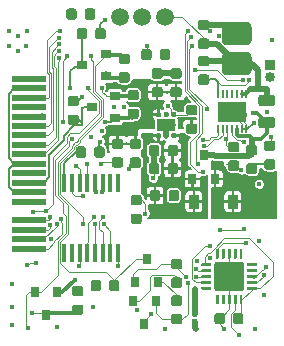
<source format=gbr>
G04 #@! TF.GenerationSoftware,KiCad,Pcbnew,(5.1.5)-3*
G04 #@! TF.CreationDate,2020-08-08T14:50:29-04:00*
G04 #@! TF.ProjectId,SmartWatch V5,536d6172-7457-4617-9463-682056352e6b,rev?*
G04 #@! TF.SameCoordinates,Original*
G04 #@! TF.FileFunction,Copper,L4,Bot*
G04 #@! TF.FilePolarity,Positive*
%FSLAX46Y46*%
G04 Gerber Fmt 4.6, Leading zero omitted, Abs format (unit mm)*
G04 Created by KiCad (PCBNEW (5.1.5)-3) date 2020-08-08 14:50:29*
%MOMM*%
%LPD*%
G04 APERTURE LIST*
%ADD10C,0.100000*%
%ADD11R,0.900000X0.800000*%
%ADD12R,3.000000X0.500000*%
%ADD13R,0.450000X1.500000*%
%ADD14C,0.500000*%
%ADD15R,1.600000X1.000000*%
%ADD16R,2.387600X1.803400*%
%ADD17R,0.152400X0.711200*%
%ADD18O,0.850000X0.850000*%
%ADD19R,0.850000X0.850000*%
%ADD20R,0.800000X0.900000*%
%ADD21C,1.500000*%
%ADD22R,0.900000X1.200000*%
%ADD23C,0.450000*%
%ADD24C,0.200000*%
%ADD25C,0.500000*%
%ADD26C,0.300000*%
G04 APERTURE END LIST*
G04 #@! TA.AperFunction,SMDPad,CuDef*
D10*
G36*
X87399691Y-78557553D02*
G01*
X87420926Y-78560703D01*
X87441750Y-78565919D01*
X87461962Y-78573151D01*
X87481368Y-78582330D01*
X87499781Y-78593366D01*
X87517024Y-78606154D01*
X87532930Y-78620570D01*
X87547346Y-78636476D01*
X87560134Y-78653719D01*
X87571170Y-78672132D01*
X87580349Y-78691538D01*
X87587581Y-78711750D01*
X87592797Y-78732574D01*
X87595947Y-78753809D01*
X87597000Y-78775250D01*
X87597000Y-79212750D01*
X87595947Y-79234191D01*
X87592797Y-79255426D01*
X87587581Y-79276250D01*
X87580349Y-79296462D01*
X87571170Y-79315868D01*
X87560134Y-79334281D01*
X87547346Y-79351524D01*
X87532930Y-79367430D01*
X87517024Y-79381846D01*
X87499781Y-79394634D01*
X87481368Y-79405670D01*
X87461962Y-79414849D01*
X87441750Y-79422081D01*
X87420926Y-79427297D01*
X87399691Y-79430447D01*
X87378250Y-79431500D01*
X86865750Y-79431500D01*
X86844309Y-79430447D01*
X86823074Y-79427297D01*
X86802250Y-79422081D01*
X86782038Y-79414849D01*
X86762632Y-79405670D01*
X86744219Y-79394634D01*
X86726976Y-79381846D01*
X86711070Y-79367430D01*
X86696654Y-79351524D01*
X86683866Y-79334281D01*
X86672830Y-79315868D01*
X86663651Y-79296462D01*
X86656419Y-79276250D01*
X86651203Y-79255426D01*
X86648053Y-79234191D01*
X86647000Y-79212750D01*
X86647000Y-78775250D01*
X86648053Y-78753809D01*
X86651203Y-78732574D01*
X86656419Y-78711750D01*
X86663651Y-78691538D01*
X86672830Y-78672132D01*
X86683866Y-78653719D01*
X86696654Y-78636476D01*
X86711070Y-78620570D01*
X86726976Y-78606154D01*
X86744219Y-78593366D01*
X86762632Y-78582330D01*
X86782038Y-78573151D01*
X86802250Y-78565919D01*
X86823074Y-78560703D01*
X86844309Y-78557553D01*
X86865750Y-78556500D01*
X87378250Y-78556500D01*
X87399691Y-78557553D01*
G37*
G04 #@! TD.AperFunction*
G04 #@! TA.AperFunction,SMDPad,CuDef*
G36*
X87399691Y-80132553D02*
G01*
X87420926Y-80135703D01*
X87441750Y-80140919D01*
X87461962Y-80148151D01*
X87481368Y-80157330D01*
X87499781Y-80168366D01*
X87517024Y-80181154D01*
X87532930Y-80195570D01*
X87547346Y-80211476D01*
X87560134Y-80228719D01*
X87571170Y-80247132D01*
X87580349Y-80266538D01*
X87587581Y-80286750D01*
X87592797Y-80307574D01*
X87595947Y-80328809D01*
X87597000Y-80350250D01*
X87597000Y-80787750D01*
X87595947Y-80809191D01*
X87592797Y-80830426D01*
X87587581Y-80851250D01*
X87580349Y-80871462D01*
X87571170Y-80890868D01*
X87560134Y-80909281D01*
X87547346Y-80926524D01*
X87532930Y-80942430D01*
X87517024Y-80956846D01*
X87499781Y-80969634D01*
X87481368Y-80980670D01*
X87461962Y-80989849D01*
X87441750Y-80997081D01*
X87420926Y-81002297D01*
X87399691Y-81005447D01*
X87378250Y-81006500D01*
X86865750Y-81006500D01*
X86844309Y-81005447D01*
X86823074Y-81002297D01*
X86802250Y-80997081D01*
X86782038Y-80989849D01*
X86762632Y-80980670D01*
X86744219Y-80969634D01*
X86726976Y-80956846D01*
X86711070Y-80942430D01*
X86696654Y-80926524D01*
X86683866Y-80909281D01*
X86672830Y-80890868D01*
X86663651Y-80871462D01*
X86656419Y-80851250D01*
X86651203Y-80830426D01*
X86648053Y-80809191D01*
X86647000Y-80787750D01*
X86647000Y-80350250D01*
X86648053Y-80328809D01*
X86651203Y-80307574D01*
X86656419Y-80286750D01*
X86663651Y-80266538D01*
X86672830Y-80247132D01*
X86683866Y-80228719D01*
X86696654Y-80211476D01*
X86711070Y-80195570D01*
X86726976Y-80181154D01*
X86744219Y-80168366D01*
X86762632Y-80157330D01*
X86782038Y-80148151D01*
X86802250Y-80140919D01*
X86823074Y-80135703D01*
X86844309Y-80132553D01*
X86865750Y-80131500D01*
X87378250Y-80131500D01*
X87399691Y-80132553D01*
G37*
G04 #@! TD.AperFunction*
G04 #@! TA.AperFunction,SMDPad,CuDef*
G36*
X89673691Y-72805053D02*
G01*
X89694926Y-72808203D01*
X89715750Y-72813419D01*
X89735962Y-72820651D01*
X89755368Y-72829830D01*
X89773781Y-72840866D01*
X89791024Y-72853654D01*
X89806930Y-72868070D01*
X89821346Y-72883976D01*
X89834134Y-72901219D01*
X89845170Y-72919632D01*
X89854349Y-72939038D01*
X89861581Y-72959250D01*
X89866797Y-72980074D01*
X89869947Y-73001309D01*
X89871000Y-73022750D01*
X89871000Y-73535250D01*
X89869947Y-73556691D01*
X89866797Y-73577926D01*
X89861581Y-73598750D01*
X89854349Y-73618962D01*
X89845170Y-73638368D01*
X89834134Y-73656781D01*
X89821346Y-73674024D01*
X89806930Y-73689930D01*
X89791024Y-73704346D01*
X89773781Y-73717134D01*
X89755368Y-73728170D01*
X89735962Y-73737349D01*
X89715750Y-73744581D01*
X89694926Y-73749797D01*
X89673691Y-73752947D01*
X89652250Y-73754000D01*
X89214750Y-73754000D01*
X89193309Y-73752947D01*
X89172074Y-73749797D01*
X89151250Y-73744581D01*
X89131038Y-73737349D01*
X89111632Y-73728170D01*
X89093219Y-73717134D01*
X89075976Y-73704346D01*
X89060070Y-73689930D01*
X89045654Y-73674024D01*
X89032866Y-73656781D01*
X89021830Y-73638368D01*
X89012651Y-73618962D01*
X89005419Y-73598750D01*
X89000203Y-73577926D01*
X88997053Y-73556691D01*
X88996000Y-73535250D01*
X88996000Y-73022750D01*
X88997053Y-73001309D01*
X89000203Y-72980074D01*
X89005419Y-72959250D01*
X89012651Y-72939038D01*
X89021830Y-72919632D01*
X89032866Y-72901219D01*
X89045654Y-72883976D01*
X89060070Y-72868070D01*
X89075976Y-72853654D01*
X89093219Y-72840866D01*
X89111632Y-72829830D01*
X89131038Y-72820651D01*
X89151250Y-72813419D01*
X89172074Y-72808203D01*
X89193309Y-72805053D01*
X89214750Y-72804000D01*
X89652250Y-72804000D01*
X89673691Y-72805053D01*
G37*
G04 #@! TD.AperFunction*
G04 #@! TA.AperFunction,SMDPad,CuDef*
G36*
X88098691Y-72805053D02*
G01*
X88119926Y-72808203D01*
X88140750Y-72813419D01*
X88160962Y-72820651D01*
X88180368Y-72829830D01*
X88198781Y-72840866D01*
X88216024Y-72853654D01*
X88231930Y-72868070D01*
X88246346Y-72883976D01*
X88259134Y-72901219D01*
X88270170Y-72919632D01*
X88279349Y-72939038D01*
X88286581Y-72959250D01*
X88291797Y-72980074D01*
X88294947Y-73001309D01*
X88296000Y-73022750D01*
X88296000Y-73535250D01*
X88294947Y-73556691D01*
X88291797Y-73577926D01*
X88286581Y-73598750D01*
X88279349Y-73618962D01*
X88270170Y-73638368D01*
X88259134Y-73656781D01*
X88246346Y-73674024D01*
X88231930Y-73689930D01*
X88216024Y-73704346D01*
X88198781Y-73717134D01*
X88180368Y-73728170D01*
X88160962Y-73737349D01*
X88140750Y-73744581D01*
X88119926Y-73749797D01*
X88098691Y-73752947D01*
X88077250Y-73754000D01*
X87639750Y-73754000D01*
X87618309Y-73752947D01*
X87597074Y-73749797D01*
X87576250Y-73744581D01*
X87556038Y-73737349D01*
X87536632Y-73728170D01*
X87518219Y-73717134D01*
X87500976Y-73704346D01*
X87485070Y-73689930D01*
X87470654Y-73674024D01*
X87457866Y-73656781D01*
X87446830Y-73638368D01*
X87437651Y-73618962D01*
X87430419Y-73598750D01*
X87425203Y-73577926D01*
X87422053Y-73556691D01*
X87421000Y-73535250D01*
X87421000Y-73022750D01*
X87422053Y-73001309D01*
X87425203Y-72980074D01*
X87430419Y-72959250D01*
X87437651Y-72939038D01*
X87446830Y-72919632D01*
X87457866Y-72901219D01*
X87470654Y-72883976D01*
X87485070Y-72868070D01*
X87500976Y-72853654D01*
X87518219Y-72840866D01*
X87536632Y-72829830D01*
X87556038Y-72820651D01*
X87576250Y-72813419D01*
X87597074Y-72808203D01*
X87618309Y-72805053D01*
X87639750Y-72804000D01*
X88077250Y-72804000D01*
X88098691Y-72805053D01*
G37*
G04 #@! TD.AperFunction*
G04 #@! TA.AperFunction,SMDPad,CuDef*
G36*
X87780691Y-96236053D02*
G01*
X87801926Y-96239203D01*
X87822750Y-96244419D01*
X87842962Y-96251651D01*
X87862368Y-96260830D01*
X87880781Y-96271866D01*
X87898024Y-96284654D01*
X87913930Y-96299070D01*
X87928346Y-96314976D01*
X87941134Y-96332219D01*
X87952170Y-96350632D01*
X87961349Y-96370038D01*
X87968581Y-96390250D01*
X87973797Y-96411074D01*
X87976947Y-96432309D01*
X87978000Y-96453750D01*
X87978000Y-96891250D01*
X87976947Y-96912691D01*
X87973797Y-96933926D01*
X87968581Y-96954750D01*
X87961349Y-96974962D01*
X87952170Y-96994368D01*
X87941134Y-97012781D01*
X87928346Y-97030024D01*
X87913930Y-97045930D01*
X87898024Y-97060346D01*
X87880781Y-97073134D01*
X87862368Y-97084170D01*
X87842962Y-97093349D01*
X87822750Y-97100581D01*
X87801926Y-97105797D01*
X87780691Y-97108947D01*
X87759250Y-97110000D01*
X87246750Y-97110000D01*
X87225309Y-97108947D01*
X87204074Y-97105797D01*
X87183250Y-97100581D01*
X87163038Y-97093349D01*
X87143632Y-97084170D01*
X87125219Y-97073134D01*
X87107976Y-97060346D01*
X87092070Y-97045930D01*
X87077654Y-97030024D01*
X87064866Y-97012781D01*
X87053830Y-96994368D01*
X87044651Y-96974962D01*
X87037419Y-96954750D01*
X87032203Y-96933926D01*
X87029053Y-96912691D01*
X87028000Y-96891250D01*
X87028000Y-96453750D01*
X87029053Y-96432309D01*
X87032203Y-96411074D01*
X87037419Y-96390250D01*
X87044651Y-96370038D01*
X87053830Y-96350632D01*
X87064866Y-96332219D01*
X87077654Y-96314976D01*
X87092070Y-96299070D01*
X87107976Y-96284654D01*
X87125219Y-96271866D01*
X87143632Y-96260830D01*
X87163038Y-96251651D01*
X87183250Y-96244419D01*
X87204074Y-96239203D01*
X87225309Y-96236053D01*
X87246750Y-96235000D01*
X87759250Y-96235000D01*
X87780691Y-96236053D01*
G37*
G04 #@! TD.AperFunction*
G04 #@! TA.AperFunction,SMDPad,CuDef*
G36*
X87780691Y-94661053D02*
G01*
X87801926Y-94664203D01*
X87822750Y-94669419D01*
X87842962Y-94676651D01*
X87862368Y-94685830D01*
X87880781Y-94696866D01*
X87898024Y-94709654D01*
X87913930Y-94724070D01*
X87928346Y-94739976D01*
X87941134Y-94757219D01*
X87952170Y-94775632D01*
X87961349Y-94795038D01*
X87968581Y-94815250D01*
X87973797Y-94836074D01*
X87976947Y-94857309D01*
X87978000Y-94878750D01*
X87978000Y-95316250D01*
X87976947Y-95337691D01*
X87973797Y-95358926D01*
X87968581Y-95379750D01*
X87961349Y-95399962D01*
X87952170Y-95419368D01*
X87941134Y-95437781D01*
X87928346Y-95455024D01*
X87913930Y-95470930D01*
X87898024Y-95485346D01*
X87880781Y-95498134D01*
X87862368Y-95509170D01*
X87842962Y-95518349D01*
X87822750Y-95525581D01*
X87801926Y-95530797D01*
X87780691Y-95533947D01*
X87759250Y-95535000D01*
X87246750Y-95535000D01*
X87225309Y-95533947D01*
X87204074Y-95530797D01*
X87183250Y-95525581D01*
X87163038Y-95518349D01*
X87143632Y-95509170D01*
X87125219Y-95498134D01*
X87107976Y-95485346D01*
X87092070Y-95470930D01*
X87077654Y-95455024D01*
X87064866Y-95437781D01*
X87053830Y-95419368D01*
X87044651Y-95399962D01*
X87037419Y-95379750D01*
X87032203Y-95358926D01*
X87029053Y-95337691D01*
X87028000Y-95316250D01*
X87028000Y-94878750D01*
X87029053Y-94857309D01*
X87032203Y-94836074D01*
X87037419Y-94815250D01*
X87044651Y-94795038D01*
X87053830Y-94775632D01*
X87064866Y-94757219D01*
X87077654Y-94739976D01*
X87092070Y-94724070D01*
X87107976Y-94709654D01*
X87125219Y-94696866D01*
X87143632Y-94685830D01*
X87163038Y-94676651D01*
X87183250Y-94669419D01*
X87204074Y-94664203D01*
X87225309Y-94661053D01*
X87246750Y-94660000D01*
X87759250Y-94660000D01*
X87780691Y-94661053D01*
G37*
G04 #@! TD.AperFunction*
G04 #@! TA.AperFunction,SMDPad,CuDef*
G36*
X87209691Y-71154053D02*
G01*
X87230926Y-71157203D01*
X87251750Y-71162419D01*
X87271962Y-71169651D01*
X87291368Y-71178830D01*
X87309781Y-71189866D01*
X87327024Y-71202654D01*
X87342930Y-71217070D01*
X87357346Y-71232976D01*
X87370134Y-71250219D01*
X87381170Y-71268632D01*
X87390349Y-71288038D01*
X87397581Y-71308250D01*
X87402797Y-71329074D01*
X87405947Y-71350309D01*
X87407000Y-71371750D01*
X87407000Y-71884250D01*
X87405947Y-71905691D01*
X87402797Y-71926926D01*
X87397581Y-71947750D01*
X87390349Y-71967962D01*
X87381170Y-71987368D01*
X87370134Y-72005781D01*
X87357346Y-72023024D01*
X87342930Y-72038930D01*
X87327024Y-72053346D01*
X87309781Y-72066134D01*
X87291368Y-72077170D01*
X87271962Y-72086349D01*
X87251750Y-72093581D01*
X87230926Y-72098797D01*
X87209691Y-72101947D01*
X87188250Y-72103000D01*
X86750750Y-72103000D01*
X86729309Y-72101947D01*
X86708074Y-72098797D01*
X86687250Y-72093581D01*
X86667038Y-72086349D01*
X86647632Y-72077170D01*
X86629219Y-72066134D01*
X86611976Y-72053346D01*
X86596070Y-72038930D01*
X86581654Y-72023024D01*
X86568866Y-72005781D01*
X86557830Y-71987368D01*
X86548651Y-71967962D01*
X86541419Y-71947750D01*
X86536203Y-71926926D01*
X86533053Y-71905691D01*
X86532000Y-71884250D01*
X86532000Y-71371750D01*
X86533053Y-71350309D01*
X86536203Y-71329074D01*
X86541419Y-71308250D01*
X86548651Y-71288038D01*
X86557830Y-71268632D01*
X86568866Y-71250219D01*
X86581654Y-71232976D01*
X86596070Y-71217070D01*
X86611976Y-71202654D01*
X86629219Y-71189866D01*
X86647632Y-71178830D01*
X86667038Y-71169651D01*
X86687250Y-71162419D01*
X86708074Y-71157203D01*
X86729309Y-71154053D01*
X86750750Y-71153000D01*
X87188250Y-71153000D01*
X87209691Y-71154053D01*
G37*
G04 #@! TD.AperFunction*
G04 #@! TA.AperFunction,SMDPad,CuDef*
G36*
X88784691Y-71154053D02*
G01*
X88805926Y-71157203D01*
X88826750Y-71162419D01*
X88846962Y-71169651D01*
X88866368Y-71178830D01*
X88884781Y-71189866D01*
X88902024Y-71202654D01*
X88917930Y-71217070D01*
X88932346Y-71232976D01*
X88945134Y-71250219D01*
X88956170Y-71268632D01*
X88965349Y-71288038D01*
X88972581Y-71308250D01*
X88977797Y-71329074D01*
X88980947Y-71350309D01*
X88982000Y-71371750D01*
X88982000Y-71884250D01*
X88980947Y-71905691D01*
X88977797Y-71926926D01*
X88972581Y-71947750D01*
X88965349Y-71967962D01*
X88956170Y-71987368D01*
X88945134Y-72005781D01*
X88932346Y-72023024D01*
X88917930Y-72038930D01*
X88902024Y-72053346D01*
X88884781Y-72066134D01*
X88866368Y-72077170D01*
X88846962Y-72086349D01*
X88826750Y-72093581D01*
X88805926Y-72098797D01*
X88784691Y-72101947D01*
X88763250Y-72103000D01*
X88325750Y-72103000D01*
X88304309Y-72101947D01*
X88283074Y-72098797D01*
X88262250Y-72093581D01*
X88242038Y-72086349D01*
X88222632Y-72077170D01*
X88204219Y-72066134D01*
X88186976Y-72053346D01*
X88171070Y-72038930D01*
X88156654Y-72023024D01*
X88143866Y-72005781D01*
X88132830Y-71987368D01*
X88123651Y-71967962D01*
X88116419Y-71947750D01*
X88111203Y-71926926D01*
X88108053Y-71905691D01*
X88107000Y-71884250D01*
X88107000Y-71371750D01*
X88108053Y-71350309D01*
X88111203Y-71329074D01*
X88116419Y-71308250D01*
X88123651Y-71288038D01*
X88132830Y-71268632D01*
X88143866Y-71250219D01*
X88156654Y-71232976D01*
X88171070Y-71217070D01*
X88186976Y-71202654D01*
X88204219Y-71189866D01*
X88222632Y-71178830D01*
X88242038Y-71169651D01*
X88262250Y-71162419D01*
X88283074Y-71157203D01*
X88304309Y-71154053D01*
X88325750Y-71153000D01*
X88763250Y-71153000D01*
X88784691Y-71154053D01*
G37*
G04 #@! TD.AperFunction*
G04 #@! TA.AperFunction,SMDPad,CuDef*
G36*
X95871191Y-86521053D02*
G01*
X95892426Y-86524203D01*
X95913250Y-86529419D01*
X95933462Y-86536651D01*
X95952868Y-86545830D01*
X95971281Y-86556866D01*
X95988524Y-86569654D01*
X96004430Y-86584070D01*
X96018846Y-86599976D01*
X96031634Y-86617219D01*
X96042670Y-86635632D01*
X96051849Y-86655038D01*
X96059081Y-86675250D01*
X96064297Y-86696074D01*
X96067447Y-86717309D01*
X96068500Y-86738750D01*
X96068500Y-87251250D01*
X96067447Y-87272691D01*
X96064297Y-87293926D01*
X96059081Y-87314750D01*
X96051849Y-87334962D01*
X96042670Y-87354368D01*
X96031634Y-87372781D01*
X96018846Y-87390024D01*
X96004430Y-87405930D01*
X95988524Y-87420346D01*
X95971281Y-87433134D01*
X95952868Y-87444170D01*
X95933462Y-87453349D01*
X95913250Y-87460581D01*
X95892426Y-87465797D01*
X95871191Y-87468947D01*
X95849750Y-87470000D01*
X95412250Y-87470000D01*
X95390809Y-87468947D01*
X95369574Y-87465797D01*
X95348750Y-87460581D01*
X95328538Y-87453349D01*
X95309132Y-87444170D01*
X95290719Y-87433134D01*
X95273476Y-87420346D01*
X95257570Y-87405930D01*
X95243154Y-87390024D01*
X95230366Y-87372781D01*
X95219330Y-87354368D01*
X95210151Y-87334962D01*
X95202919Y-87314750D01*
X95197703Y-87293926D01*
X95194553Y-87272691D01*
X95193500Y-87251250D01*
X95193500Y-86738750D01*
X95194553Y-86717309D01*
X95197703Y-86696074D01*
X95202919Y-86675250D01*
X95210151Y-86655038D01*
X95219330Y-86635632D01*
X95230366Y-86617219D01*
X95243154Y-86599976D01*
X95257570Y-86584070D01*
X95273476Y-86569654D01*
X95290719Y-86556866D01*
X95309132Y-86545830D01*
X95328538Y-86536651D01*
X95348750Y-86529419D01*
X95369574Y-86524203D01*
X95390809Y-86521053D01*
X95412250Y-86520000D01*
X95849750Y-86520000D01*
X95871191Y-86521053D01*
G37*
G04 #@! TD.AperFunction*
G04 #@! TA.AperFunction,SMDPad,CuDef*
G36*
X94296191Y-86521053D02*
G01*
X94317426Y-86524203D01*
X94338250Y-86529419D01*
X94358462Y-86536651D01*
X94377868Y-86545830D01*
X94396281Y-86556866D01*
X94413524Y-86569654D01*
X94429430Y-86584070D01*
X94443846Y-86599976D01*
X94456634Y-86617219D01*
X94467670Y-86635632D01*
X94476849Y-86655038D01*
X94484081Y-86675250D01*
X94489297Y-86696074D01*
X94492447Y-86717309D01*
X94493500Y-86738750D01*
X94493500Y-87251250D01*
X94492447Y-87272691D01*
X94489297Y-87293926D01*
X94484081Y-87314750D01*
X94476849Y-87334962D01*
X94467670Y-87354368D01*
X94456634Y-87372781D01*
X94443846Y-87390024D01*
X94429430Y-87405930D01*
X94413524Y-87420346D01*
X94396281Y-87433134D01*
X94377868Y-87444170D01*
X94358462Y-87453349D01*
X94338250Y-87460581D01*
X94317426Y-87465797D01*
X94296191Y-87468947D01*
X94274750Y-87470000D01*
X93837250Y-87470000D01*
X93815809Y-87468947D01*
X93794574Y-87465797D01*
X93773750Y-87460581D01*
X93753538Y-87453349D01*
X93734132Y-87444170D01*
X93715719Y-87433134D01*
X93698476Y-87420346D01*
X93682570Y-87405930D01*
X93668154Y-87390024D01*
X93655366Y-87372781D01*
X93644330Y-87354368D01*
X93635151Y-87334962D01*
X93627919Y-87314750D01*
X93622703Y-87293926D01*
X93619553Y-87272691D01*
X93618500Y-87251250D01*
X93618500Y-86738750D01*
X93619553Y-86717309D01*
X93622703Y-86696074D01*
X93627919Y-86675250D01*
X93635151Y-86655038D01*
X93644330Y-86635632D01*
X93655366Y-86617219D01*
X93668154Y-86599976D01*
X93682570Y-86584070D01*
X93698476Y-86569654D01*
X93715719Y-86556866D01*
X93734132Y-86545830D01*
X93753538Y-86536651D01*
X93773750Y-86529419D01*
X93794574Y-86524203D01*
X93815809Y-86521053D01*
X93837250Y-86520000D01*
X94274750Y-86520000D01*
X94296191Y-86521053D01*
G37*
G04 #@! TD.AperFunction*
G04 #@! TA.AperFunction,SMDPad,CuDef*
G36*
X93559691Y-74583053D02*
G01*
X93580926Y-74586203D01*
X93601750Y-74591419D01*
X93621962Y-74598651D01*
X93641368Y-74607830D01*
X93659781Y-74618866D01*
X93677024Y-74631654D01*
X93692930Y-74646070D01*
X93707346Y-74661976D01*
X93720134Y-74679219D01*
X93731170Y-74697632D01*
X93740349Y-74717038D01*
X93747581Y-74737250D01*
X93752797Y-74758074D01*
X93755947Y-74779309D01*
X93757000Y-74800750D01*
X93757000Y-75313250D01*
X93755947Y-75334691D01*
X93752797Y-75355926D01*
X93747581Y-75376750D01*
X93740349Y-75396962D01*
X93731170Y-75416368D01*
X93720134Y-75434781D01*
X93707346Y-75452024D01*
X93692930Y-75467930D01*
X93677024Y-75482346D01*
X93659781Y-75495134D01*
X93641368Y-75506170D01*
X93621962Y-75515349D01*
X93601750Y-75522581D01*
X93580926Y-75527797D01*
X93559691Y-75530947D01*
X93538250Y-75532000D01*
X93100750Y-75532000D01*
X93079309Y-75530947D01*
X93058074Y-75527797D01*
X93037250Y-75522581D01*
X93017038Y-75515349D01*
X92997632Y-75506170D01*
X92979219Y-75495134D01*
X92961976Y-75482346D01*
X92946070Y-75467930D01*
X92931654Y-75452024D01*
X92918866Y-75434781D01*
X92907830Y-75416368D01*
X92898651Y-75396962D01*
X92891419Y-75376750D01*
X92886203Y-75355926D01*
X92883053Y-75334691D01*
X92882000Y-75313250D01*
X92882000Y-74800750D01*
X92883053Y-74779309D01*
X92886203Y-74758074D01*
X92891419Y-74737250D01*
X92898651Y-74717038D01*
X92907830Y-74697632D01*
X92918866Y-74679219D01*
X92931654Y-74661976D01*
X92946070Y-74646070D01*
X92961976Y-74631654D01*
X92979219Y-74618866D01*
X92997632Y-74607830D01*
X93017038Y-74598651D01*
X93037250Y-74591419D01*
X93058074Y-74586203D01*
X93079309Y-74583053D01*
X93100750Y-74582000D01*
X93538250Y-74582000D01*
X93559691Y-74583053D01*
G37*
G04 #@! TD.AperFunction*
G04 #@! TA.AperFunction,SMDPad,CuDef*
G36*
X95134691Y-74583053D02*
G01*
X95155926Y-74586203D01*
X95176750Y-74591419D01*
X95196962Y-74598651D01*
X95216368Y-74607830D01*
X95234781Y-74618866D01*
X95252024Y-74631654D01*
X95267930Y-74646070D01*
X95282346Y-74661976D01*
X95295134Y-74679219D01*
X95306170Y-74697632D01*
X95315349Y-74717038D01*
X95322581Y-74737250D01*
X95327797Y-74758074D01*
X95330947Y-74779309D01*
X95332000Y-74800750D01*
X95332000Y-75313250D01*
X95330947Y-75334691D01*
X95327797Y-75355926D01*
X95322581Y-75376750D01*
X95315349Y-75396962D01*
X95306170Y-75416368D01*
X95295134Y-75434781D01*
X95282346Y-75452024D01*
X95267930Y-75467930D01*
X95252024Y-75482346D01*
X95234781Y-75495134D01*
X95216368Y-75506170D01*
X95196962Y-75515349D01*
X95176750Y-75522581D01*
X95155926Y-75527797D01*
X95134691Y-75530947D01*
X95113250Y-75532000D01*
X94675750Y-75532000D01*
X94654309Y-75530947D01*
X94633074Y-75527797D01*
X94612250Y-75522581D01*
X94592038Y-75515349D01*
X94572632Y-75506170D01*
X94554219Y-75495134D01*
X94536976Y-75482346D01*
X94521070Y-75467930D01*
X94506654Y-75452024D01*
X94493866Y-75434781D01*
X94482830Y-75416368D01*
X94473651Y-75396962D01*
X94466419Y-75376750D01*
X94461203Y-75355926D01*
X94458053Y-75334691D01*
X94457000Y-75313250D01*
X94457000Y-74800750D01*
X94458053Y-74779309D01*
X94461203Y-74758074D01*
X94466419Y-74737250D01*
X94473651Y-74717038D01*
X94482830Y-74697632D01*
X94493866Y-74679219D01*
X94506654Y-74661976D01*
X94521070Y-74646070D01*
X94536976Y-74631654D01*
X94554219Y-74618866D01*
X94572632Y-74607830D01*
X94592038Y-74598651D01*
X94612250Y-74591419D01*
X94633074Y-74586203D01*
X94654309Y-74583053D01*
X94675750Y-74582000D01*
X95113250Y-74582000D01*
X95134691Y-74583053D01*
G37*
G04 #@! TD.AperFunction*
D11*
X87900000Y-75946000D03*
X89900000Y-76896000D03*
X89900000Y-74996000D03*
D12*
X83388200Y-91497800D03*
X83387000Y-90703000D03*
X83387000Y-89903000D03*
X83387000Y-89103000D03*
X83387000Y-87503000D03*
X83387000Y-86703000D03*
X83387000Y-85903000D03*
X83387000Y-85103000D03*
X83387000Y-84303000D03*
X83387000Y-83503000D03*
X83387000Y-82703000D03*
X83387000Y-81903000D03*
X83387000Y-81103000D03*
X83387000Y-80303000D03*
X83387000Y-79503000D03*
X83387000Y-78703000D03*
X83387000Y-77903000D03*
X83387000Y-77103000D03*
D13*
X90921000Y-85950000D03*
X90271000Y-85950000D03*
X89621000Y-85950000D03*
X88971000Y-85950000D03*
X88321000Y-85950000D03*
X87671000Y-85950000D03*
X87021000Y-85950000D03*
X86371000Y-85950000D03*
X86371000Y-91850000D03*
X87021000Y-91850000D03*
X87671000Y-91850000D03*
X88321000Y-91850000D03*
X88971000Y-91850000D03*
X89621000Y-91850000D03*
X90271000Y-91850000D03*
X90921000Y-91850000D03*
D14*
X95546000Y-81026000D03*
X94446000Y-81026000D03*
D15*
X94996000Y-81026000D03*
G04 #@! TA.AperFunction,SMDPad,CuDef*
D10*
G36*
X94461439Y-81726451D02*
G01*
X94470540Y-81727801D01*
X94479464Y-81730037D01*
X94488127Y-81733136D01*
X94496443Y-81737070D01*
X94504335Y-81741800D01*
X94511724Y-81747280D01*
X94518541Y-81753459D01*
X94524720Y-81760276D01*
X94530200Y-81767665D01*
X94534930Y-81775557D01*
X94538864Y-81783873D01*
X94541963Y-81792536D01*
X94544199Y-81801460D01*
X94545549Y-81810561D01*
X94546000Y-81819750D01*
X94546000Y-82007250D01*
X94545549Y-82016439D01*
X94544199Y-82025540D01*
X94541963Y-82034464D01*
X94538864Y-82043127D01*
X94534930Y-82051443D01*
X94530200Y-82059335D01*
X94524720Y-82066724D01*
X94518541Y-82073541D01*
X94511724Y-82079720D01*
X94504335Y-82085200D01*
X94496443Y-82089930D01*
X94488127Y-82093864D01*
X94479464Y-82096963D01*
X94470540Y-82099199D01*
X94461439Y-82100549D01*
X94452250Y-82101000D01*
X94239750Y-82101000D01*
X94230561Y-82100549D01*
X94221460Y-82099199D01*
X94212536Y-82096963D01*
X94203873Y-82093864D01*
X94195557Y-82089930D01*
X94187665Y-82085200D01*
X94180276Y-82079720D01*
X94173459Y-82073541D01*
X94167280Y-82066724D01*
X94161800Y-82059335D01*
X94157070Y-82051443D01*
X94153136Y-82043127D01*
X94150037Y-82034464D01*
X94147801Y-82025540D01*
X94146451Y-82016439D01*
X94146000Y-82007250D01*
X94146000Y-81819750D01*
X94146451Y-81810561D01*
X94147801Y-81801460D01*
X94150037Y-81792536D01*
X94153136Y-81783873D01*
X94157070Y-81775557D01*
X94161800Y-81767665D01*
X94167280Y-81760276D01*
X94173459Y-81753459D01*
X94180276Y-81747280D01*
X94187665Y-81741800D01*
X94195557Y-81737070D01*
X94203873Y-81733136D01*
X94212536Y-81730037D01*
X94221460Y-81727801D01*
X94230561Y-81726451D01*
X94239750Y-81726000D01*
X94452250Y-81726000D01*
X94461439Y-81726451D01*
G37*
G04 #@! TD.AperFunction*
G04 #@! TA.AperFunction,SMDPad,CuDef*
G36*
X95111439Y-81726451D02*
G01*
X95120540Y-81727801D01*
X95129464Y-81730037D01*
X95138127Y-81733136D01*
X95146443Y-81737070D01*
X95154335Y-81741800D01*
X95161724Y-81747280D01*
X95168541Y-81753459D01*
X95174720Y-81760276D01*
X95180200Y-81767665D01*
X95184930Y-81775557D01*
X95188864Y-81783873D01*
X95191963Y-81792536D01*
X95194199Y-81801460D01*
X95195549Y-81810561D01*
X95196000Y-81819750D01*
X95196000Y-82007250D01*
X95195549Y-82016439D01*
X95194199Y-82025540D01*
X95191963Y-82034464D01*
X95188864Y-82043127D01*
X95184930Y-82051443D01*
X95180200Y-82059335D01*
X95174720Y-82066724D01*
X95168541Y-82073541D01*
X95161724Y-82079720D01*
X95154335Y-82085200D01*
X95146443Y-82089930D01*
X95138127Y-82093864D01*
X95129464Y-82096963D01*
X95120540Y-82099199D01*
X95111439Y-82100549D01*
X95102250Y-82101000D01*
X94889750Y-82101000D01*
X94880561Y-82100549D01*
X94871460Y-82099199D01*
X94862536Y-82096963D01*
X94853873Y-82093864D01*
X94845557Y-82089930D01*
X94837665Y-82085200D01*
X94830276Y-82079720D01*
X94823459Y-82073541D01*
X94817280Y-82066724D01*
X94811800Y-82059335D01*
X94807070Y-82051443D01*
X94803136Y-82043127D01*
X94800037Y-82034464D01*
X94797801Y-82025540D01*
X94796451Y-82016439D01*
X94796000Y-82007250D01*
X94796000Y-81819750D01*
X94796451Y-81810561D01*
X94797801Y-81801460D01*
X94800037Y-81792536D01*
X94803136Y-81783873D01*
X94807070Y-81775557D01*
X94811800Y-81767665D01*
X94817280Y-81760276D01*
X94823459Y-81753459D01*
X94830276Y-81747280D01*
X94837665Y-81741800D01*
X94845557Y-81737070D01*
X94853873Y-81733136D01*
X94862536Y-81730037D01*
X94871460Y-81727801D01*
X94880561Y-81726451D01*
X94889750Y-81726000D01*
X95102250Y-81726000D01*
X95111439Y-81726451D01*
G37*
G04 #@! TD.AperFunction*
G04 #@! TA.AperFunction,SMDPad,CuDef*
G36*
X95761439Y-81726451D02*
G01*
X95770540Y-81727801D01*
X95779464Y-81730037D01*
X95788127Y-81733136D01*
X95796443Y-81737070D01*
X95804335Y-81741800D01*
X95811724Y-81747280D01*
X95818541Y-81753459D01*
X95824720Y-81760276D01*
X95830200Y-81767665D01*
X95834930Y-81775557D01*
X95838864Y-81783873D01*
X95841963Y-81792536D01*
X95844199Y-81801460D01*
X95845549Y-81810561D01*
X95846000Y-81819750D01*
X95846000Y-82007250D01*
X95845549Y-82016439D01*
X95844199Y-82025540D01*
X95841963Y-82034464D01*
X95838864Y-82043127D01*
X95834930Y-82051443D01*
X95830200Y-82059335D01*
X95824720Y-82066724D01*
X95818541Y-82073541D01*
X95811724Y-82079720D01*
X95804335Y-82085200D01*
X95796443Y-82089930D01*
X95788127Y-82093864D01*
X95779464Y-82096963D01*
X95770540Y-82099199D01*
X95761439Y-82100549D01*
X95752250Y-82101000D01*
X95539750Y-82101000D01*
X95530561Y-82100549D01*
X95521460Y-82099199D01*
X95512536Y-82096963D01*
X95503873Y-82093864D01*
X95495557Y-82089930D01*
X95487665Y-82085200D01*
X95480276Y-82079720D01*
X95473459Y-82073541D01*
X95467280Y-82066724D01*
X95461800Y-82059335D01*
X95457070Y-82051443D01*
X95453136Y-82043127D01*
X95450037Y-82034464D01*
X95447801Y-82025540D01*
X95446451Y-82016439D01*
X95446000Y-82007250D01*
X95446000Y-81819750D01*
X95446451Y-81810561D01*
X95447801Y-81801460D01*
X95450037Y-81792536D01*
X95453136Y-81783873D01*
X95457070Y-81775557D01*
X95461800Y-81767665D01*
X95467280Y-81760276D01*
X95473459Y-81753459D01*
X95480276Y-81747280D01*
X95487665Y-81741800D01*
X95495557Y-81737070D01*
X95503873Y-81733136D01*
X95512536Y-81730037D01*
X95521460Y-81727801D01*
X95530561Y-81726451D01*
X95539750Y-81726000D01*
X95752250Y-81726000D01*
X95761439Y-81726451D01*
G37*
G04 #@! TD.AperFunction*
G04 #@! TA.AperFunction,SMDPad,CuDef*
G36*
X95761439Y-79951451D02*
G01*
X95770540Y-79952801D01*
X95779464Y-79955037D01*
X95788127Y-79958136D01*
X95796443Y-79962070D01*
X95804335Y-79966800D01*
X95811724Y-79972280D01*
X95818541Y-79978459D01*
X95824720Y-79985276D01*
X95830200Y-79992665D01*
X95834930Y-80000557D01*
X95838864Y-80008873D01*
X95841963Y-80017536D01*
X95844199Y-80026460D01*
X95845549Y-80035561D01*
X95846000Y-80044750D01*
X95846000Y-80232250D01*
X95845549Y-80241439D01*
X95844199Y-80250540D01*
X95841963Y-80259464D01*
X95838864Y-80268127D01*
X95834930Y-80276443D01*
X95830200Y-80284335D01*
X95824720Y-80291724D01*
X95818541Y-80298541D01*
X95811724Y-80304720D01*
X95804335Y-80310200D01*
X95796443Y-80314930D01*
X95788127Y-80318864D01*
X95779464Y-80321963D01*
X95770540Y-80324199D01*
X95761439Y-80325549D01*
X95752250Y-80326000D01*
X95539750Y-80326000D01*
X95530561Y-80325549D01*
X95521460Y-80324199D01*
X95512536Y-80321963D01*
X95503873Y-80318864D01*
X95495557Y-80314930D01*
X95487665Y-80310200D01*
X95480276Y-80304720D01*
X95473459Y-80298541D01*
X95467280Y-80291724D01*
X95461800Y-80284335D01*
X95457070Y-80276443D01*
X95453136Y-80268127D01*
X95450037Y-80259464D01*
X95447801Y-80250540D01*
X95446451Y-80241439D01*
X95446000Y-80232250D01*
X95446000Y-80044750D01*
X95446451Y-80035561D01*
X95447801Y-80026460D01*
X95450037Y-80017536D01*
X95453136Y-80008873D01*
X95457070Y-80000557D01*
X95461800Y-79992665D01*
X95467280Y-79985276D01*
X95473459Y-79978459D01*
X95480276Y-79972280D01*
X95487665Y-79966800D01*
X95495557Y-79962070D01*
X95503873Y-79958136D01*
X95512536Y-79955037D01*
X95521460Y-79952801D01*
X95530561Y-79951451D01*
X95539750Y-79951000D01*
X95752250Y-79951000D01*
X95761439Y-79951451D01*
G37*
G04 #@! TD.AperFunction*
G04 #@! TA.AperFunction,SMDPad,CuDef*
G36*
X95111439Y-79951451D02*
G01*
X95120540Y-79952801D01*
X95129464Y-79955037D01*
X95138127Y-79958136D01*
X95146443Y-79962070D01*
X95154335Y-79966800D01*
X95161724Y-79972280D01*
X95168541Y-79978459D01*
X95174720Y-79985276D01*
X95180200Y-79992665D01*
X95184930Y-80000557D01*
X95188864Y-80008873D01*
X95191963Y-80017536D01*
X95194199Y-80026460D01*
X95195549Y-80035561D01*
X95196000Y-80044750D01*
X95196000Y-80232250D01*
X95195549Y-80241439D01*
X95194199Y-80250540D01*
X95191963Y-80259464D01*
X95188864Y-80268127D01*
X95184930Y-80276443D01*
X95180200Y-80284335D01*
X95174720Y-80291724D01*
X95168541Y-80298541D01*
X95161724Y-80304720D01*
X95154335Y-80310200D01*
X95146443Y-80314930D01*
X95138127Y-80318864D01*
X95129464Y-80321963D01*
X95120540Y-80324199D01*
X95111439Y-80325549D01*
X95102250Y-80326000D01*
X94889750Y-80326000D01*
X94880561Y-80325549D01*
X94871460Y-80324199D01*
X94862536Y-80321963D01*
X94853873Y-80318864D01*
X94845557Y-80314930D01*
X94837665Y-80310200D01*
X94830276Y-80304720D01*
X94823459Y-80298541D01*
X94817280Y-80291724D01*
X94811800Y-80284335D01*
X94807070Y-80276443D01*
X94803136Y-80268127D01*
X94800037Y-80259464D01*
X94797801Y-80250540D01*
X94796451Y-80241439D01*
X94796000Y-80232250D01*
X94796000Y-80044750D01*
X94796451Y-80035561D01*
X94797801Y-80026460D01*
X94800037Y-80017536D01*
X94803136Y-80008873D01*
X94807070Y-80000557D01*
X94811800Y-79992665D01*
X94817280Y-79985276D01*
X94823459Y-79978459D01*
X94830276Y-79972280D01*
X94837665Y-79966800D01*
X94845557Y-79962070D01*
X94853873Y-79958136D01*
X94862536Y-79955037D01*
X94871460Y-79952801D01*
X94880561Y-79951451D01*
X94889750Y-79951000D01*
X95102250Y-79951000D01*
X95111439Y-79951451D01*
G37*
G04 #@! TD.AperFunction*
G04 #@! TA.AperFunction,SMDPad,CuDef*
G36*
X94461439Y-79951451D02*
G01*
X94470540Y-79952801D01*
X94479464Y-79955037D01*
X94488127Y-79958136D01*
X94496443Y-79962070D01*
X94504335Y-79966800D01*
X94511724Y-79972280D01*
X94518541Y-79978459D01*
X94524720Y-79985276D01*
X94530200Y-79992665D01*
X94534930Y-80000557D01*
X94538864Y-80008873D01*
X94541963Y-80017536D01*
X94544199Y-80026460D01*
X94545549Y-80035561D01*
X94546000Y-80044750D01*
X94546000Y-80232250D01*
X94545549Y-80241439D01*
X94544199Y-80250540D01*
X94541963Y-80259464D01*
X94538864Y-80268127D01*
X94534930Y-80276443D01*
X94530200Y-80284335D01*
X94524720Y-80291724D01*
X94518541Y-80298541D01*
X94511724Y-80304720D01*
X94504335Y-80310200D01*
X94496443Y-80314930D01*
X94488127Y-80318864D01*
X94479464Y-80321963D01*
X94470540Y-80324199D01*
X94461439Y-80325549D01*
X94452250Y-80326000D01*
X94239750Y-80326000D01*
X94230561Y-80325549D01*
X94221460Y-80324199D01*
X94212536Y-80321963D01*
X94203873Y-80318864D01*
X94195557Y-80314930D01*
X94187665Y-80310200D01*
X94180276Y-80304720D01*
X94173459Y-80298541D01*
X94167280Y-80291724D01*
X94161800Y-80284335D01*
X94157070Y-80276443D01*
X94153136Y-80268127D01*
X94150037Y-80259464D01*
X94147801Y-80250540D01*
X94146451Y-80241439D01*
X94146000Y-80232250D01*
X94146000Y-80044750D01*
X94146451Y-80035561D01*
X94147801Y-80026460D01*
X94150037Y-80017536D01*
X94153136Y-80008873D01*
X94157070Y-80000557D01*
X94161800Y-79992665D01*
X94167280Y-79985276D01*
X94173459Y-79978459D01*
X94180276Y-79972280D01*
X94187665Y-79966800D01*
X94195557Y-79962070D01*
X94203873Y-79958136D01*
X94212536Y-79955037D01*
X94221460Y-79952801D01*
X94230561Y-79951451D01*
X94239750Y-79951000D01*
X94452250Y-79951000D01*
X94461439Y-79951451D01*
G37*
G04 #@! TD.AperFunction*
G04 #@! TA.AperFunction,SMDPad,CuDef*
G36*
X98748626Y-92728301D02*
G01*
X98754693Y-92729201D01*
X98760643Y-92730691D01*
X98766418Y-92732758D01*
X98771962Y-92735380D01*
X98777223Y-92738533D01*
X98782150Y-92742187D01*
X98786694Y-92746306D01*
X98790813Y-92750850D01*
X98794467Y-92755777D01*
X98797620Y-92761038D01*
X98800242Y-92766582D01*
X98802309Y-92772357D01*
X98803799Y-92778307D01*
X98804699Y-92784374D01*
X98805000Y-92790500D01*
X98805000Y-92915500D01*
X98804699Y-92921626D01*
X98803799Y-92927693D01*
X98802309Y-92933643D01*
X98800242Y-92939418D01*
X98797620Y-92944962D01*
X98794467Y-92950223D01*
X98790813Y-92955150D01*
X98786694Y-92959694D01*
X98782150Y-92963813D01*
X98777223Y-92967467D01*
X98771962Y-92970620D01*
X98766418Y-92973242D01*
X98760643Y-92975309D01*
X98754693Y-92976799D01*
X98748626Y-92977699D01*
X98742500Y-92978000D01*
X98042500Y-92978000D01*
X98036374Y-92977699D01*
X98030307Y-92976799D01*
X98024357Y-92975309D01*
X98018582Y-92973242D01*
X98013038Y-92970620D01*
X98007777Y-92967467D01*
X98002850Y-92963813D01*
X97998306Y-92959694D01*
X97994187Y-92955150D01*
X97990533Y-92950223D01*
X97987380Y-92944962D01*
X97984758Y-92939418D01*
X97982691Y-92933643D01*
X97981201Y-92927693D01*
X97980301Y-92921626D01*
X97980000Y-92915500D01*
X97980000Y-92790500D01*
X97980301Y-92784374D01*
X97981201Y-92778307D01*
X97982691Y-92772357D01*
X97984758Y-92766582D01*
X97987380Y-92761038D01*
X97990533Y-92755777D01*
X97994187Y-92750850D01*
X97998306Y-92746306D01*
X98002850Y-92742187D01*
X98007777Y-92738533D01*
X98013038Y-92735380D01*
X98018582Y-92732758D01*
X98024357Y-92730691D01*
X98030307Y-92729201D01*
X98036374Y-92728301D01*
X98042500Y-92728000D01*
X98742500Y-92728000D01*
X98748626Y-92728301D01*
G37*
G04 #@! TD.AperFunction*
G04 #@! TA.AperFunction,SMDPad,CuDef*
G36*
X98748626Y-93228301D02*
G01*
X98754693Y-93229201D01*
X98760643Y-93230691D01*
X98766418Y-93232758D01*
X98771962Y-93235380D01*
X98777223Y-93238533D01*
X98782150Y-93242187D01*
X98786694Y-93246306D01*
X98790813Y-93250850D01*
X98794467Y-93255777D01*
X98797620Y-93261038D01*
X98800242Y-93266582D01*
X98802309Y-93272357D01*
X98803799Y-93278307D01*
X98804699Y-93284374D01*
X98805000Y-93290500D01*
X98805000Y-93415500D01*
X98804699Y-93421626D01*
X98803799Y-93427693D01*
X98802309Y-93433643D01*
X98800242Y-93439418D01*
X98797620Y-93444962D01*
X98794467Y-93450223D01*
X98790813Y-93455150D01*
X98786694Y-93459694D01*
X98782150Y-93463813D01*
X98777223Y-93467467D01*
X98771962Y-93470620D01*
X98766418Y-93473242D01*
X98760643Y-93475309D01*
X98754693Y-93476799D01*
X98748626Y-93477699D01*
X98742500Y-93478000D01*
X98042500Y-93478000D01*
X98036374Y-93477699D01*
X98030307Y-93476799D01*
X98024357Y-93475309D01*
X98018582Y-93473242D01*
X98013038Y-93470620D01*
X98007777Y-93467467D01*
X98002850Y-93463813D01*
X97998306Y-93459694D01*
X97994187Y-93455150D01*
X97990533Y-93450223D01*
X97987380Y-93444962D01*
X97984758Y-93439418D01*
X97982691Y-93433643D01*
X97981201Y-93427693D01*
X97980301Y-93421626D01*
X97980000Y-93415500D01*
X97980000Y-93290500D01*
X97980301Y-93284374D01*
X97981201Y-93278307D01*
X97982691Y-93272357D01*
X97984758Y-93266582D01*
X97987380Y-93261038D01*
X97990533Y-93255777D01*
X97994187Y-93250850D01*
X97998306Y-93246306D01*
X98002850Y-93242187D01*
X98007777Y-93238533D01*
X98013038Y-93235380D01*
X98018582Y-93232758D01*
X98024357Y-93230691D01*
X98030307Y-93229201D01*
X98036374Y-93228301D01*
X98042500Y-93228000D01*
X98742500Y-93228000D01*
X98748626Y-93228301D01*
G37*
G04 #@! TD.AperFunction*
G04 #@! TA.AperFunction,SMDPad,CuDef*
G36*
X98748626Y-93728301D02*
G01*
X98754693Y-93729201D01*
X98760643Y-93730691D01*
X98766418Y-93732758D01*
X98771962Y-93735380D01*
X98777223Y-93738533D01*
X98782150Y-93742187D01*
X98786694Y-93746306D01*
X98790813Y-93750850D01*
X98794467Y-93755777D01*
X98797620Y-93761038D01*
X98800242Y-93766582D01*
X98802309Y-93772357D01*
X98803799Y-93778307D01*
X98804699Y-93784374D01*
X98805000Y-93790500D01*
X98805000Y-93915500D01*
X98804699Y-93921626D01*
X98803799Y-93927693D01*
X98802309Y-93933643D01*
X98800242Y-93939418D01*
X98797620Y-93944962D01*
X98794467Y-93950223D01*
X98790813Y-93955150D01*
X98786694Y-93959694D01*
X98782150Y-93963813D01*
X98777223Y-93967467D01*
X98771962Y-93970620D01*
X98766418Y-93973242D01*
X98760643Y-93975309D01*
X98754693Y-93976799D01*
X98748626Y-93977699D01*
X98742500Y-93978000D01*
X98042500Y-93978000D01*
X98036374Y-93977699D01*
X98030307Y-93976799D01*
X98024357Y-93975309D01*
X98018582Y-93973242D01*
X98013038Y-93970620D01*
X98007777Y-93967467D01*
X98002850Y-93963813D01*
X97998306Y-93959694D01*
X97994187Y-93955150D01*
X97990533Y-93950223D01*
X97987380Y-93944962D01*
X97984758Y-93939418D01*
X97982691Y-93933643D01*
X97981201Y-93927693D01*
X97980301Y-93921626D01*
X97980000Y-93915500D01*
X97980000Y-93790500D01*
X97980301Y-93784374D01*
X97981201Y-93778307D01*
X97982691Y-93772357D01*
X97984758Y-93766582D01*
X97987380Y-93761038D01*
X97990533Y-93755777D01*
X97994187Y-93750850D01*
X97998306Y-93746306D01*
X98002850Y-93742187D01*
X98007777Y-93738533D01*
X98013038Y-93735380D01*
X98018582Y-93732758D01*
X98024357Y-93730691D01*
X98030307Y-93729201D01*
X98036374Y-93728301D01*
X98042500Y-93728000D01*
X98742500Y-93728000D01*
X98748626Y-93728301D01*
G37*
G04 #@! TD.AperFunction*
G04 #@! TA.AperFunction,SMDPad,CuDef*
G36*
X98748626Y-94228301D02*
G01*
X98754693Y-94229201D01*
X98760643Y-94230691D01*
X98766418Y-94232758D01*
X98771962Y-94235380D01*
X98777223Y-94238533D01*
X98782150Y-94242187D01*
X98786694Y-94246306D01*
X98790813Y-94250850D01*
X98794467Y-94255777D01*
X98797620Y-94261038D01*
X98800242Y-94266582D01*
X98802309Y-94272357D01*
X98803799Y-94278307D01*
X98804699Y-94284374D01*
X98805000Y-94290500D01*
X98805000Y-94415500D01*
X98804699Y-94421626D01*
X98803799Y-94427693D01*
X98802309Y-94433643D01*
X98800242Y-94439418D01*
X98797620Y-94444962D01*
X98794467Y-94450223D01*
X98790813Y-94455150D01*
X98786694Y-94459694D01*
X98782150Y-94463813D01*
X98777223Y-94467467D01*
X98771962Y-94470620D01*
X98766418Y-94473242D01*
X98760643Y-94475309D01*
X98754693Y-94476799D01*
X98748626Y-94477699D01*
X98742500Y-94478000D01*
X98042500Y-94478000D01*
X98036374Y-94477699D01*
X98030307Y-94476799D01*
X98024357Y-94475309D01*
X98018582Y-94473242D01*
X98013038Y-94470620D01*
X98007777Y-94467467D01*
X98002850Y-94463813D01*
X97998306Y-94459694D01*
X97994187Y-94455150D01*
X97990533Y-94450223D01*
X97987380Y-94444962D01*
X97984758Y-94439418D01*
X97982691Y-94433643D01*
X97981201Y-94427693D01*
X97980301Y-94421626D01*
X97980000Y-94415500D01*
X97980000Y-94290500D01*
X97980301Y-94284374D01*
X97981201Y-94278307D01*
X97982691Y-94272357D01*
X97984758Y-94266582D01*
X97987380Y-94261038D01*
X97990533Y-94255777D01*
X97994187Y-94250850D01*
X97998306Y-94246306D01*
X98002850Y-94242187D01*
X98007777Y-94238533D01*
X98013038Y-94235380D01*
X98018582Y-94232758D01*
X98024357Y-94230691D01*
X98030307Y-94229201D01*
X98036374Y-94228301D01*
X98042500Y-94228000D01*
X98742500Y-94228000D01*
X98748626Y-94228301D01*
G37*
G04 #@! TD.AperFunction*
G04 #@! TA.AperFunction,SMDPad,CuDef*
G36*
X98748626Y-94728301D02*
G01*
X98754693Y-94729201D01*
X98760643Y-94730691D01*
X98766418Y-94732758D01*
X98771962Y-94735380D01*
X98777223Y-94738533D01*
X98782150Y-94742187D01*
X98786694Y-94746306D01*
X98790813Y-94750850D01*
X98794467Y-94755777D01*
X98797620Y-94761038D01*
X98800242Y-94766582D01*
X98802309Y-94772357D01*
X98803799Y-94778307D01*
X98804699Y-94784374D01*
X98805000Y-94790500D01*
X98805000Y-94915500D01*
X98804699Y-94921626D01*
X98803799Y-94927693D01*
X98802309Y-94933643D01*
X98800242Y-94939418D01*
X98797620Y-94944962D01*
X98794467Y-94950223D01*
X98790813Y-94955150D01*
X98786694Y-94959694D01*
X98782150Y-94963813D01*
X98777223Y-94967467D01*
X98771962Y-94970620D01*
X98766418Y-94973242D01*
X98760643Y-94975309D01*
X98754693Y-94976799D01*
X98748626Y-94977699D01*
X98742500Y-94978000D01*
X98042500Y-94978000D01*
X98036374Y-94977699D01*
X98030307Y-94976799D01*
X98024357Y-94975309D01*
X98018582Y-94973242D01*
X98013038Y-94970620D01*
X98007777Y-94967467D01*
X98002850Y-94963813D01*
X97998306Y-94959694D01*
X97994187Y-94955150D01*
X97990533Y-94950223D01*
X97987380Y-94944962D01*
X97984758Y-94939418D01*
X97982691Y-94933643D01*
X97981201Y-94927693D01*
X97980301Y-94921626D01*
X97980000Y-94915500D01*
X97980000Y-94790500D01*
X97980301Y-94784374D01*
X97981201Y-94778307D01*
X97982691Y-94772357D01*
X97984758Y-94766582D01*
X97987380Y-94761038D01*
X97990533Y-94755777D01*
X97994187Y-94750850D01*
X97998306Y-94746306D01*
X98002850Y-94742187D01*
X98007777Y-94738533D01*
X98013038Y-94735380D01*
X98018582Y-94732758D01*
X98024357Y-94730691D01*
X98030307Y-94729201D01*
X98036374Y-94728301D01*
X98042500Y-94728000D01*
X98742500Y-94728000D01*
X98748626Y-94728301D01*
G37*
G04 #@! TD.AperFunction*
G04 #@! TA.AperFunction,SMDPad,CuDef*
G36*
X99398626Y-95378301D02*
G01*
X99404693Y-95379201D01*
X99410643Y-95380691D01*
X99416418Y-95382758D01*
X99421962Y-95385380D01*
X99427223Y-95388533D01*
X99432150Y-95392187D01*
X99436694Y-95396306D01*
X99440813Y-95400850D01*
X99444467Y-95405777D01*
X99447620Y-95411038D01*
X99450242Y-95416582D01*
X99452309Y-95422357D01*
X99453799Y-95428307D01*
X99454699Y-95434374D01*
X99455000Y-95440500D01*
X99455000Y-96140500D01*
X99454699Y-96146626D01*
X99453799Y-96152693D01*
X99452309Y-96158643D01*
X99450242Y-96164418D01*
X99447620Y-96169962D01*
X99444467Y-96175223D01*
X99440813Y-96180150D01*
X99436694Y-96184694D01*
X99432150Y-96188813D01*
X99427223Y-96192467D01*
X99421962Y-96195620D01*
X99416418Y-96198242D01*
X99410643Y-96200309D01*
X99404693Y-96201799D01*
X99398626Y-96202699D01*
X99392500Y-96203000D01*
X99267500Y-96203000D01*
X99261374Y-96202699D01*
X99255307Y-96201799D01*
X99249357Y-96200309D01*
X99243582Y-96198242D01*
X99238038Y-96195620D01*
X99232777Y-96192467D01*
X99227850Y-96188813D01*
X99223306Y-96184694D01*
X99219187Y-96180150D01*
X99215533Y-96175223D01*
X99212380Y-96169962D01*
X99209758Y-96164418D01*
X99207691Y-96158643D01*
X99206201Y-96152693D01*
X99205301Y-96146626D01*
X99205000Y-96140500D01*
X99205000Y-95440500D01*
X99205301Y-95434374D01*
X99206201Y-95428307D01*
X99207691Y-95422357D01*
X99209758Y-95416582D01*
X99212380Y-95411038D01*
X99215533Y-95405777D01*
X99219187Y-95400850D01*
X99223306Y-95396306D01*
X99227850Y-95392187D01*
X99232777Y-95388533D01*
X99238038Y-95385380D01*
X99243582Y-95382758D01*
X99249357Y-95380691D01*
X99255307Y-95379201D01*
X99261374Y-95378301D01*
X99267500Y-95378000D01*
X99392500Y-95378000D01*
X99398626Y-95378301D01*
G37*
G04 #@! TD.AperFunction*
G04 #@! TA.AperFunction,SMDPad,CuDef*
G36*
X99898626Y-95378301D02*
G01*
X99904693Y-95379201D01*
X99910643Y-95380691D01*
X99916418Y-95382758D01*
X99921962Y-95385380D01*
X99927223Y-95388533D01*
X99932150Y-95392187D01*
X99936694Y-95396306D01*
X99940813Y-95400850D01*
X99944467Y-95405777D01*
X99947620Y-95411038D01*
X99950242Y-95416582D01*
X99952309Y-95422357D01*
X99953799Y-95428307D01*
X99954699Y-95434374D01*
X99955000Y-95440500D01*
X99955000Y-96140500D01*
X99954699Y-96146626D01*
X99953799Y-96152693D01*
X99952309Y-96158643D01*
X99950242Y-96164418D01*
X99947620Y-96169962D01*
X99944467Y-96175223D01*
X99940813Y-96180150D01*
X99936694Y-96184694D01*
X99932150Y-96188813D01*
X99927223Y-96192467D01*
X99921962Y-96195620D01*
X99916418Y-96198242D01*
X99910643Y-96200309D01*
X99904693Y-96201799D01*
X99898626Y-96202699D01*
X99892500Y-96203000D01*
X99767500Y-96203000D01*
X99761374Y-96202699D01*
X99755307Y-96201799D01*
X99749357Y-96200309D01*
X99743582Y-96198242D01*
X99738038Y-96195620D01*
X99732777Y-96192467D01*
X99727850Y-96188813D01*
X99723306Y-96184694D01*
X99719187Y-96180150D01*
X99715533Y-96175223D01*
X99712380Y-96169962D01*
X99709758Y-96164418D01*
X99707691Y-96158643D01*
X99706201Y-96152693D01*
X99705301Y-96146626D01*
X99705000Y-96140500D01*
X99705000Y-95440500D01*
X99705301Y-95434374D01*
X99706201Y-95428307D01*
X99707691Y-95422357D01*
X99709758Y-95416582D01*
X99712380Y-95411038D01*
X99715533Y-95405777D01*
X99719187Y-95400850D01*
X99723306Y-95396306D01*
X99727850Y-95392187D01*
X99732777Y-95388533D01*
X99738038Y-95385380D01*
X99743582Y-95382758D01*
X99749357Y-95380691D01*
X99755307Y-95379201D01*
X99761374Y-95378301D01*
X99767500Y-95378000D01*
X99892500Y-95378000D01*
X99898626Y-95378301D01*
G37*
G04 #@! TD.AperFunction*
G04 #@! TA.AperFunction,SMDPad,CuDef*
G36*
X100398626Y-95378301D02*
G01*
X100404693Y-95379201D01*
X100410643Y-95380691D01*
X100416418Y-95382758D01*
X100421962Y-95385380D01*
X100427223Y-95388533D01*
X100432150Y-95392187D01*
X100436694Y-95396306D01*
X100440813Y-95400850D01*
X100444467Y-95405777D01*
X100447620Y-95411038D01*
X100450242Y-95416582D01*
X100452309Y-95422357D01*
X100453799Y-95428307D01*
X100454699Y-95434374D01*
X100455000Y-95440500D01*
X100455000Y-96140500D01*
X100454699Y-96146626D01*
X100453799Y-96152693D01*
X100452309Y-96158643D01*
X100450242Y-96164418D01*
X100447620Y-96169962D01*
X100444467Y-96175223D01*
X100440813Y-96180150D01*
X100436694Y-96184694D01*
X100432150Y-96188813D01*
X100427223Y-96192467D01*
X100421962Y-96195620D01*
X100416418Y-96198242D01*
X100410643Y-96200309D01*
X100404693Y-96201799D01*
X100398626Y-96202699D01*
X100392500Y-96203000D01*
X100267500Y-96203000D01*
X100261374Y-96202699D01*
X100255307Y-96201799D01*
X100249357Y-96200309D01*
X100243582Y-96198242D01*
X100238038Y-96195620D01*
X100232777Y-96192467D01*
X100227850Y-96188813D01*
X100223306Y-96184694D01*
X100219187Y-96180150D01*
X100215533Y-96175223D01*
X100212380Y-96169962D01*
X100209758Y-96164418D01*
X100207691Y-96158643D01*
X100206201Y-96152693D01*
X100205301Y-96146626D01*
X100205000Y-96140500D01*
X100205000Y-95440500D01*
X100205301Y-95434374D01*
X100206201Y-95428307D01*
X100207691Y-95422357D01*
X100209758Y-95416582D01*
X100212380Y-95411038D01*
X100215533Y-95405777D01*
X100219187Y-95400850D01*
X100223306Y-95396306D01*
X100227850Y-95392187D01*
X100232777Y-95388533D01*
X100238038Y-95385380D01*
X100243582Y-95382758D01*
X100249357Y-95380691D01*
X100255307Y-95379201D01*
X100261374Y-95378301D01*
X100267500Y-95378000D01*
X100392500Y-95378000D01*
X100398626Y-95378301D01*
G37*
G04 #@! TD.AperFunction*
G04 #@! TA.AperFunction,SMDPad,CuDef*
G36*
X100898626Y-95378301D02*
G01*
X100904693Y-95379201D01*
X100910643Y-95380691D01*
X100916418Y-95382758D01*
X100921962Y-95385380D01*
X100927223Y-95388533D01*
X100932150Y-95392187D01*
X100936694Y-95396306D01*
X100940813Y-95400850D01*
X100944467Y-95405777D01*
X100947620Y-95411038D01*
X100950242Y-95416582D01*
X100952309Y-95422357D01*
X100953799Y-95428307D01*
X100954699Y-95434374D01*
X100955000Y-95440500D01*
X100955000Y-96140500D01*
X100954699Y-96146626D01*
X100953799Y-96152693D01*
X100952309Y-96158643D01*
X100950242Y-96164418D01*
X100947620Y-96169962D01*
X100944467Y-96175223D01*
X100940813Y-96180150D01*
X100936694Y-96184694D01*
X100932150Y-96188813D01*
X100927223Y-96192467D01*
X100921962Y-96195620D01*
X100916418Y-96198242D01*
X100910643Y-96200309D01*
X100904693Y-96201799D01*
X100898626Y-96202699D01*
X100892500Y-96203000D01*
X100767500Y-96203000D01*
X100761374Y-96202699D01*
X100755307Y-96201799D01*
X100749357Y-96200309D01*
X100743582Y-96198242D01*
X100738038Y-96195620D01*
X100732777Y-96192467D01*
X100727850Y-96188813D01*
X100723306Y-96184694D01*
X100719187Y-96180150D01*
X100715533Y-96175223D01*
X100712380Y-96169962D01*
X100709758Y-96164418D01*
X100707691Y-96158643D01*
X100706201Y-96152693D01*
X100705301Y-96146626D01*
X100705000Y-96140500D01*
X100705000Y-95440500D01*
X100705301Y-95434374D01*
X100706201Y-95428307D01*
X100707691Y-95422357D01*
X100709758Y-95416582D01*
X100712380Y-95411038D01*
X100715533Y-95405777D01*
X100719187Y-95400850D01*
X100723306Y-95396306D01*
X100727850Y-95392187D01*
X100732777Y-95388533D01*
X100738038Y-95385380D01*
X100743582Y-95382758D01*
X100749357Y-95380691D01*
X100755307Y-95379201D01*
X100761374Y-95378301D01*
X100767500Y-95378000D01*
X100892500Y-95378000D01*
X100898626Y-95378301D01*
G37*
G04 #@! TD.AperFunction*
G04 #@! TA.AperFunction,SMDPad,CuDef*
G36*
X101398626Y-95378301D02*
G01*
X101404693Y-95379201D01*
X101410643Y-95380691D01*
X101416418Y-95382758D01*
X101421962Y-95385380D01*
X101427223Y-95388533D01*
X101432150Y-95392187D01*
X101436694Y-95396306D01*
X101440813Y-95400850D01*
X101444467Y-95405777D01*
X101447620Y-95411038D01*
X101450242Y-95416582D01*
X101452309Y-95422357D01*
X101453799Y-95428307D01*
X101454699Y-95434374D01*
X101455000Y-95440500D01*
X101455000Y-96140500D01*
X101454699Y-96146626D01*
X101453799Y-96152693D01*
X101452309Y-96158643D01*
X101450242Y-96164418D01*
X101447620Y-96169962D01*
X101444467Y-96175223D01*
X101440813Y-96180150D01*
X101436694Y-96184694D01*
X101432150Y-96188813D01*
X101427223Y-96192467D01*
X101421962Y-96195620D01*
X101416418Y-96198242D01*
X101410643Y-96200309D01*
X101404693Y-96201799D01*
X101398626Y-96202699D01*
X101392500Y-96203000D01*
X101267500Y-96203000D01*
X101261374Y-96202699D01*
X101255307Y-96201799D01*
X101249357Y-96200309D01*
X101243582Y-96198242D01*
X101238038Y-96195620D01*
X101232777Y-96192467D01*
X101227850Y-96188813D01*
X101223306Y-96184694D01*
X101219187Y-96180150D01*
X101215533Y-96175223D01*
X101212380Y-96169962D01*
X101209758Y-96164418D01*
X101207691Y-96158643D01*
X101206201Y-96152693D01*
X101205301Y-96146626D01*
X101205000Y-96140500D01*
X101205000Y-95440500D01*
X101205301Y-95434374D01*
X101206201Y-95428307D01*
X101207691Y-95422357D01*
X101209758Y-95416582D01*
X101212380Y-95411038D01*
X101215533Y-95405777D01*
X101219187Y-95400850D01*
X101223306Y-95396306D01*
X101227850Y-95392187D01*
X101232777Y-95388533D01*
X101238038Y-95385380D01*
X101243582Y-95382758D01*
X101249357Y-95380691D01*
X101255307Y-95379201D01*
X101261374Y-95378301D01*
X101267500Y-95378000D01*
X101392500Y-95378000D01*
X101398626Y-95378301D01*
G37*
G04 #@! TD.AperFunction*
G04 #@! TA.AperFunction,SMDPad,CuDef*
G36*
X102623626Y-94728301D02*
G01*
X102629693Y-94729201D01*
X102635643Y-94730691D01*
X102641418Y-94732758D01*
X102646962Y-94735380D01*
X102652223Y-94738533D01*
X102657150Y-94742187D01*
X102661694Y-94746306D01*
X102665813Y-94750850D01*
X102669467Y-94755777D01*
X102672620Y-94761038D01*
X102675242Y-94766582D01*
X102677309Y-94772357D01*
X102678799Y-94778307D01*
X102679699Y-94784374D01*
X102680000Y-94790500D01*
X102680000Y-94915500D01*
X102679699Y-94921626D01*
X102678799Y-94927693D01*
X102677309Y-94933643D01*
X102675242Y-94939418D01*
X102672620Y-94944962D01*
X102669467Y-94950223D01*
X102665813Y-94955150D01*
X102661694Y-94959694D01*
X102657150Y-94963813D01*
X102652223Y-94967467D01*
X102646962Y-94970620D01*
X102641418Y-94973242D01*
X102635643Y-94975309D01*
X102629693Y-94976799D01*
X102623626Y-94977699D01*
X102617500Y-94978000D01*
X101917500Y-94978000D01*
X101911374Y-94977699D01*
X101905307Y-94976799D01*
X101899357Y-94975309D01*
X101893582Y-94973242D01*
X101888038Y-94970620D01*
X101882777Y-94967467D01*
X101877850Y-94963813D01*
X101873306Y-94959694D01*
X101869187Y-94955150D01*
X101865533Y-94950223D01*
X101862380Y-94944962D01*
X101859758Y-94939418D01*
X101857691Y-94933643D01*
X101856201Y-94927693D01*
X101855301Y-94921626D01*
X101855000Y-94915500D01*
X101855000Y-94790500D01*
X101855301Y-94784374D01*
X101856201Y-94778307D01*
X101857691Y-94772357D01*
X101859758Y-94766582D01*
X101862380Y-94761038D01*
X101865533Y-94755777D01*
X101869187Y-94750850D01*
X101873306Y-94746306D01*
X101877850Y-94742187D01*
X101882777Y-94738533D01*
X101888038Y-94735380D01*
X101893582Y-94732758D01*
X101899357Y-94730691D01*
X101905307Y-94729201D01*
X101911374Y-94728301D01*
X101917500Y-94728000D01*
X102617500Y-94728000D01*
X102623626Y-94728301D01*
G37*
G04 #@! TD.AperFunction*
G04 #@! TA.AperFunction,SMDPad,CuDef*
G36*
X102623626Y-94228301D02*
G01*
X102629693Y-94229201D01*
X102635643Y-94230691D01*
X102641418Y-94232758D01*
X102646962Y-94235380D01*
X102652223Y-94238533D01*
X102657150Y-94242187D01*
X102661694Y-94246306D01*
X102665813Y-94250850D01*
X102669467Y-94255777D01*
X102672620Y-94261038D01*
X102675242Y-94266582D01*
X102677309Y-94272357D01*
X102678799Y-94278307D01*
X102679699Y-94284374D01*
X102680000Y-94290500D01*
X102680000Y-94415500D01*
X102679699Y-94421626D01*
X102678799Y-94427693D01*
X102677309Y-94433643D01*
X102675242Y-94439418D01*
X102672620Y-94444962D01*
X102669467Y-94450223D01*
X102665813Y-94455150D01*
X102661694Y-94459694D01*
X102657150Y-94463813D01*
X102652223Y-94467467D01*
X102646962Y-94470620D01*
X102641418Y-94473242D01*
X102635643Y-94475309D01*
X102629693Y-94476799D01*
X102623626Y-94477699D01*
X102617500Y-94478000D01*
X101917500Y-94478000D01*
X101911374Y-94477699D01*
X101905307Y-94476799D01*
X101899357Y-94475309D01*
X101893582Y-94473242D01*
X101888038Y-94470620D01*
X101882777Y-94467467D01*
X101877850Y-94463813D01*
X101873306Y-94459694D01*
X101869187Y-94455150D01*
X101865533Y-94450223D01*
X101862380Y-94444962D01*
X101859758Y-94439418D01*
X101857691Y-94433643D01*
X101856201Y-94427693D01*
X101855301Y-94421626D01*
X101855000Y-94415500D01*
X101855000Y-94290500D01*
X101855301Y-94284374D01*
X101856201Y-94278307D01*
X101857691Y-94272357D01*
X101859758Y-94266582D01*
X101862380Y-94261038D01*
X101865533Y-94255777D01*
X101869187Y-94250850D01*
X101873306Y-94246306D01*
X101877850Y-94242187D01*
X101882777Y-94238533D01*
X101888038Y-94235380D01*
X101893582Y-94232758D01*
X101899357Y-94230691D01*
X101905307Y-94229201D01*
X101911374Y-94228301D01*
X101917500Y-94228000D01*
X102617500Y-94228000D01*
X102623626Y-94228301D01*
G37*
G04 #@! TD.AperFunction*
G04 #@! TA.AperFunction,SMDPad,CuDef*
G36*
X102623626Y-93728301D02*
G01*
X102629693Y-93729201D01*
X102635643Y-93730691D01*
X102641418Y-93732758D01*
X102646962Y-93735380D01*
X102652223Y-93738533D01*
X102657150Y-93742187D01*
X102661694Y-93746306D01*
X102665813Y-93750850D01*
X102669467Y-93755777D01*
X102672620Y-93761038D01*
X102675242Y-93766582D01*
X102677309Y-93772357D01*
X102678799Y-93778307D01*
X102679699Y-93784374D01*
X102680000Y-93790500D01*
X102680000Y-93915500D01*
X102679699Y-93921626D01*
X102678799Y-93927693D01*
X102677309Y-93933643D01*
X102675242Y-93939418D01*
X102672620Y-93944962D01*
X102669467Y-93950223D01*
X102665813Y-93955150D01*
X102661694Y-93959694D01*
X102657150Y-93963813D01*
X102652223Y-93967467D01*
X102646962Y-93970620D01*
X102641418Y-93973242D01*
X102635643Y-93975309D01*
X102629693Y-93976799D01*
X102623626Y-93977699D01*
X102617500Y-93978000D01*
X101917500Y-93978000D01*
X101911374Y-93977699D01*
X101905307Y-93976799D01*
X101899357Y-93975309D01*
X101893582Y-93973242D01*
X101888038Y-93970620D01*
X101882777Y-93967467D01*
X101877850Y-93963813D01*
X101873306Y-93959694D01*
X101869187Y-93955150D01*
X101865533Y-93950223D01*
X101862380Y-93944962D01*
X101859758Y-93939418D01*
X101857691Y-93933643D01*
X101856201Y-93927693D01*
X101855301Y-93921626D01*
X101855000Y-93915500D01*
X101855000Y-93790500D01*
X101855301Y-93784374D01*
X101856201Y-93778307D01*
X101857691Y-93772357D01*
X101859758Y-93766582D01*
X101862380Y-93761038D01*
X101865533Y-93755777D01*
X101869187Y-93750850D01*
X101873306Y-93746306D01*
X101877850Y-93742187D01*
X101882777Y-93738533D01*
X101888038Y-93735380D01*
X101893582Y-93732758D01*
X101899357Y-93730691D01*
X101905307Y-93729201D01*
X101911374Y-93728301D01*
X101917500Y-93728000D01*
X102617500Y-93728000D01*
X102623626Y-93728301D01*
G37*
G04 #@! TD.AperFunction*
G04 #@! TA.AperFunction,SMDPad,CuDef*
G36*
X102623626Y-93228301D02*
G01*
X102629693Y-93229201D01*
X102635643Y-93230691D01*
X102641418Y-93232758D01*
X102646962Y-93235380D01*
X102652223Y-93238533D01*
X102657150Y-93242187D01*
X102661694Y-93246306D01*
X102665813Y-93250850D01*
X102669467Y-93255777D01*
X102672620Y-93261038D01*
X102675242Y-93266582D01*
X102677309Y-93272357D01*
X102678799Y-93278307D01*
X102679699Y-93284374D01*
X102680000Y-93290500D01*
X102680000Y-93415500D01*
X102679699Y-93421626D01*
X102678799Y-93427693D01*
X102677309Y-93433643D01*
X102675242Y-93439418D01*
X102672620Y-93444962D01*
X102669467Y-93450223D01*
X102665813Y-93455150D01*
X102661694Y-93459694D01*
X102657150Y-93463813D01*
X102652223Y-93467467D01*
X102646962Y-93470620D01*
X102641418Y-93473242D01*
X102635643Y-93475309D01*
X102629693Y-93476799D01*
X102623626Y-93477699D01*
X102617500Y-93478000D01*
X101917500Y-93478000D01*
X101911374Y-93477699D01*
X101905307Y-93476799D01*
X101899357Y-93475309D01*
X101893582Y-93473242D01*
X101888038Y-93470620D01*
X101882777Y-93467467D01*
X101877850Y-93463813D01*
X101873306Y-93459694D01*
X101869187Y-93455150D01*
X101865533Y-93450223D01*
X101862380Y-93444962D01*
X101859758Y-93439418D01*
X101857691Y-93433643D01*
X101856201Y-93427693D01*
X101855301Y-93421626D01*
X101855000Y-93415500D01*
X101855000Y-93290500D01*
X101855301Y-93284374D01*
X101856201Y-93278307D01*
X101857691Y-93272357D01*
X101859758Y-93266582D01*
X101862380Y-93261038D01*
X101865533Y-93255777D01*
X101869187Y-93250850D01*
X101873306Y-93246306D01*
X101877850Y-93242187D01*
X101882777Y-93238533D01*
X101888038Y-93235380D01*
X101893582Y-93232758D01*
X101899357Y-93230691D01*
X101905307Y-93229201D01*
X101911374Y-93228301D01*
X101917500Y-93228000D01*
X102617500Y-93228000D01*
X102623626Y-93228301D01*
G37*
G04 #@! TD.AperFunction*
G04 #@! TA.AperFunction,SMDPad,CuDef*
G36*
X102623626Y-92728301D02*
G01*
X102629693Y-92729201D01*
X102635643Y-92730691D01*
X102641418Y-92732758D01*
X102646962Y-92735380D01*
X102652223Y-92738533D01*
X102657150Y-92742187D01*
X102661694Y-92746306D01*
X102665813Y-92750850D01*
X102669467Y-92755777D01*
X102672620Y-92761038D01*
X102675242Y-92766582D01*
X102677309Y-92772357D01*
X102678799Y-92778307D01*
X102679699Y-92784374D01*
X102680000Y-92790500D01*
X102680000Y-92915500D01*
X102679699Y-92921626D01*
X102678799Y-92927693D01*
X102677309Y-92933643D01*
X102675242Y-92939418D01*
X102672620Y-92944962D01*
X102669467Y-92950223D01*
X102665813Y-92955150D01*
X102661694Y-92959694D01*
X102657150Y-92963813D01*
X102652223Y-92967467D01*
X102646962Y-92970620D01*
X102641418Y-92973242D01*
X102635643Y-92975309D01*
X102629693Y-92976799D01*
X102623626Y-92977699D01*
X102617500Y-92978000D01*
X101917500Y-92978000D01*
X101911374Y-92977699D01*
X101905307Y-92976799D01*
X101899357Y-92975309D01*
X101893582Y-92973242D01*
X101888038Y-92970620D01*
X101882777Y-92967467D01*
X101877850Y-92963813D01*
X101873306Y-92959694D01*
X101869187Y-92955150D01*
X101865533Y-92950223D01*
X101862380Y-92944962D01*
X101859758Y-92939418D01*
X101857691Y-92933643D01*
X101856201Y-92927693D01*
X101855301Y-92921626D01*
X101855000Y-92915500D01*
X101855000Y-92790500D01*
X101855301Y-92784374D01*
X101856201Y-92778307D01*
X101857691Y-92772357D01*
X101859758Y-92766582D01*
X101862380Y-92761038D01*
X101865533Y-92755777D01*
X101869187Y-92750850D01*
X101873306Y-92746306D01*
X101877850Y-92742187D01*
X101882777Y-92738533D01*
X101888038Y-92735380D01*
X101893582Y-92732758D01*
X101899357Y-92730691D01*
X101905307Y-92729201D01*
X101911374Y-92728301D01*
X101917500Y-92728000D01*
X102617500Y-92728000D01*
X102623626Y-92728301D01*
G37*
G04 #@! TD.AperFunction*
G04 #@! TA.AperFunction,SMDPad,CuDef*
G36*
X101398626Y-91503301D02*
G01*
X101404693Y-91504201D01*
X101410643Y-91505691D01*
X101416418Y-91507758D01*
X101421962Y-91510380D01*
X101427223Y-91513533D01*
X101432150Y-91517187D01*
X101436694Y-91521306D01*
X101440813Y-91525850D01*
X101444467Y-91530777D01*
X101447620Y-91536038D01*
X101450242Y-91541582D01*
X101452309Y-91547357D01*
X101453799Y-91553307D01*
X101454699Y-91559374D01*
X101455000Y-91565500D01*
X101455000Y-92265500D01*
X101454699Y-92271626D01*
X101453799Y-92277693D01*
X101452309Y-92283643D01*
X101450242Y-92289418D01*
X101447620Y-92294962D01*
X101444467Y-92300223D01*
X101440813Y-92305150D01*
X101436694Y-92309694D01*
X101432150Y-92313813D01*
X101427223Y-92317467D01*
X101421962Y-92320620D01*
X101416418Y-92323242D01*
X101410643Y-92325309D01*
X101404693Y-92326799D01*
X101398626Y-92327699D01*
X101392500Y-92328000D01*
X101267500Y-92328000D01*
X101261374Y-92327699D01*
X101255307Y-92326799D01*
X101249357Y-92325309D01*
X101243582Y-92323242D01*
X101238038Y-92320620D01*
X101232777Y-92317467D01*
X101227850Y-92313813D01*
X101223306Y-92309694D01*
X101219187Y-92305150D01*
X101215533Y-92300223D01*
X101212380Y-92294962D01*
X101209758Y-92289418D01*
X101207691Y-92283643D01*
X101206201Y-92277693D01*
X101205301Y-92271626D01*
X101205000Y-92265500D01*
X101205000Y-91565500D01*
X101205301Y-91559374D01*
X101206201Y-91553307D01*
X101207691Y-91547357D01*
X101209758Y-91541582D01*
X101212380Y-91536038D01*
X101215533Y-91530777D01*
X101219187Y-91525850D01*
X101223306Y-91521306D01*
X101227850Y-91517187D01*
X101232777Y-91513533D01*
X101238038Y-91510380D01*
X101243582Y-91507758D01*
X101249357Y-91505691D01*
X101255307Y-91504201D01*
X101261374Y-91503301D01*
X101267500Y-91503000D01*
X101392500Y-91503000D01*
X101398626Y-91503301D01*
G37*
G04 #@! TD.AperFunction*
G04 #@! TA.AperFunction,SMDPad,CuDef*
G36*
X100898626Y-91503301D02*
G01*
X100904693Y-91504201D01*
X100910643Y-91505691D01*
X100916418Y-91507758D01*
X100921962Y-91510380D01*
X100927223Y-91513533D01*
X100932150Y-91517187D01*
X100936694Y-91521306D01*
X100940813Y-91525850D01*
X100944467Y-91530777D01*
X100947620Y-91536038D01*
X100950242Y-91541582D01*
X100952309Y-91547357D01*
X100953799Y-91553307D01*
X100954699Y-91559374D01*
X100955000Y-91565500D01*
X100955000Y-92265500D01*
X100954699Y-92271626D01*
X100953799Y-92277693D01*
X100952309Y-92283643D01*
X100950242Y-92289418D01*
X100947620Y-92294962D01*
X100944467Y-92300223D01*
X100940813Y-92305150D01*
X100936694Y-92309694D01*
X100932150Y-92313813D01*
X100927223Y-92317467D01*
X100921962Y-92320620D01*
X100916418Y-92323242D01*
X100910643Y-92325309D01*
X100904693Y-92326799D01*
X100898626Y-92327699D01*
X100892500Y-92328000D01*
X100767500Y-92328000D01*
X100761374Y-92327699D01*
X100755307Y-92326799D01*
X100749357Y-92325309D01*
X100743582Y-92323242D01*
X100738038Y-92320620D01*
X100732777Y-92317467D01*
X100727850Y-92313813D01*
X100723306Y-92309694D01*
X100719187Y-92305150D01*
X100715533Y-92300223D01*
X100712380Y-92294962D01*
X100709758Y-92289418D01*
X100707691Y-92283643D01*
X100706201Y-92277693D01*
X100705301Y-92271626D01*
X100705000Y-92265500D01*
X100705000Y-91565500D01*
X100705301Y-91559374D01*
X100706201Y-91553307D01*
X100707691Y-91547357D01*
X100709758Y-91541582D01*
X100712380Y-91536038D01*
X100715533Y-91530777D01*
X100719187Y-91525850D01*
X100723306Y-91521306D01*
X100727850Y-91517187D01*
X100732777Y-91513533D01*
X100738038Y-91510380D01*
X100743582Y-91507758D01*
X100749357Y-91505691D01*
X100755307Y-91504201D01*
X100761374Y-91503301D01*
X100767500Y-91503000D01*
X100892500Y-91503000D01*
X100898626Y-91503301D01*
G37*
G04 #@! TD.AperFunction*
G04 #@! TA.AperFunction,SMDPad,CuDef*
G36*
X100398626Y-91503301D02*
G01*
X100404693Y-91504201D01*
X100410643Y-91505691D01*
X100416418Y-91507758D01*
X100421962Y-91510380D01*
X100427223Y-91513533D01*
X100432150Y-91517187D01*
X100436694Y-91521306D01*
X100440813Y-91525850D01*
X100444467Y-91530777D01*
X100447620Y-91536038D01*
X100450242Y-91541582D01*
X100452309Y-91547357D01*
X100453799Y-91553307D01*
X100454699Y-91559374D01*
X100455000Y-91565500D01*
X100455000Y-92265500D01*
X100454699Y-92271626D01*
X100453799Y-92277693D01*
X100452309Y-92283643D01*
X100450242Y-92289418D01*
X100447620Y-92294962D01*
X100444467Y-92300223D01*
X100440813Y-92305150D01*
X100436694Y-92309694D01*
X100432150Y-92313813D01*
X100427223Y-92317467D01*
X100421962Y-92320620D01*
X100416418Y-92323242D01*
X100410643Y-92325309D01*
X100404693Y-92326799D01*
X100398626Y-92327699D01*
X100392500Y-92328000D01*
X100267500Y-92328000D01*
X100261374Y-92327699D01*
X100255307Y-92326799D01*
X100249357Y-92325309D01*
X100243582Y-92323242D01*
X100238038Y-92320620D01*
X100232777Y-92317467D01*
X100227850Y-92313813D01*
X100223306Y-92309694D01*
X100219187Y-92305150D01*
X100215533Y-92300223D01*
X100212380Y-92294962D01*
X100209758Y-92289418D01*
X100207691Y-92283643D01*
X100206201Y-92277693D01*
X100205301Y-92271626D01*
X100205000Y-92265500D01*
X100205000Y-91565500D01*
X100205301Y-91559374D01*
X100206201Y-91553307D01*
X100207691Y-91547357D01*
X100209758Y-91541582D01*
X100212380Y-91536038D01*
X100215533Y-91530777D01*
X100219187Y-91525850D01*
X100223306Y-91521306D01*
X100227850Y-91517187D01*
X100232777Y-91513533D01*
X100238038Y-91510380D01*
X100243582Y-91507758D01*
X100249357Y-91505691D01*
X100255307Y-91504201D01*
X100261374Y-91503301D01*
X100267500Y-91503000D01*
X100392500Y-91503000D01*
X100398626Y-91503301D01*
G37*
G04 #@! TD.AperFunction*
G04 #@! TA.AperFunction,SMDPad,CuDef*
G36*
X99898626Y-91503301D02*
G01*
X99904693Y-91504201D01*
X99910643Y-91505691D01*
X99916418Y-91507758D01*
X99921962Y-91510380D01*
X99927223Y-91513533D01*
X99932150Y-91517187D01*
X99936694Y-91521306D01*
X99940813Y-91525850D01*
X99944467Y-91530777D01*
X99947620Y-91536038D01*
X99950242Y-91541582D01*
X99952309Y-91547357D01*
X99953799Y-91553307D01*
X99954699Y-91559374D01*
X99955000Y-91565500D01*
X99955000Y-92265500D01*
X99954699Y-92271626D01*
X99953799Y-92277693D01*
X99952309Y-92283643D01*
X99950242Y-92289418D01*
X99947620Y-92294962D01*
X99944467Y-92300223D01*
X99940813Y-92305150D01*
X99936694Y-92309694D01*
X99932150Y-92313813D01*
X99927223Y-92317467D01*
X99921962Y-92320620D01*
X99916418Y-92323242D01*
X99910643Y-92325309D01*
X99904693Y-92326799D01*
X99898626Y-92327699D01*
X99892500Y-92328000D01*
X99767500Y-92328000D01*
X99761374Y-92327699D01*
X99755307Y-92326799D01*
X99749357Y-92325309D01*
X99743582Y-92323242D01*
X99738038Y-92320620D01*
X99732777Y-92317467D01*
X99727850Y-92313813D01*
X99723306Y-92309694D01*
X99719187Y-92305150D01*
X99715533Y-92300223D01*
X99712380Y-92294962D01*
X99709758Y-92289418D01*
X99707691Y-92283643D01*
X99706201Y-92277693D01*
X99705301Y-92271626D01*
X99705000Y-92265500D01*
X99705000Y-91565500D01*
X99705301Y-91559374D01*
X99706201Y-91553307D01*
X99707691Y-91547357D01*
X99709758Y-91541582D01*
X99712380Y-91536038D01*
X99715533Y-91530777D01*
X99719187Y-91525850D01*
X99723306Y-91521306D01*
X99727850Y-91517187D01*
X99732777Y-91513533D01*
X99738038Y-91510380D01*
X99743582Y-91507758D01*
X99749357Y-91505691D01*
X99755307Y-91504201D01*
X99761374Y-91503301D01*
X99767500Y-91503000D01*
X99892500Y-91503000D01*
X99898626Y-91503301D01*
G37*
G04 #@! TD.AperFunction*
G04 #@! TA.AperFunction,SMDPad,CuDef*
G36*
X99398626Y-91503301D02*
G01*
X99404693Y-91504201D01*
X99410643Y-91505691D01*
X99416418Y-91507758D01*
X99421962Y-91510380D01*
X99427223Y-91513533D01*
X99432150Y-91517187D01*
X99436694Y-91521306D01*
X99440813Y-91525850D01*
X99444467Y-91530777D01*
X99447620Y-91536038D01*
X99450242Y-91541582D01*
X99452309Y-91547357D01*
X99453799Y-91553307D01*
X99454699Y-91559374D01*
X99455000Y-91565500D01*
X99455000Y-92265500D01*
X99454699Y-92271626D01*
X99453799Y-92277693D01*
X99452309Y-92283643D01*
X99450242Y-92289418D01*
X99447620Y-92294962D01*
X99444467Y-92300223D01*
X99440813Y-92305150D01*
X99436694Y-92309694D01*
X99432150Y-92313813D01*
X99427223Y-92317467D01*
X99421962Y-92320620D01*
X99416418Y-92323242D01*
X99410643Y-92325309D01*
X99404693Y-92326799D01*
X99398626Y-92327699D01*
X99392500Y-92328000D01*
X99267500Y-92328000D01*
X99261374Y-92327699D01*
X99255307Y-92326799D01*
X99249357Y-92325309D01*
X99243582Y-92323242D01*
X99238038Y-92320620D01*
X99232777Y-92317467D01*
X99227850Y-92313813D01*
X99223306Y-92309694D01*
X99219187Y-92305150D01*
X99215533Y-92300223D01*
X99212380Y-92294962D01*
X99209758Y-92289418D01*
X99207691Y-92283643D01*
X99206201Y-92277693D01*
X99205301Y-92271626D01*
X99205000Y-92265500D01*
X99205000Y-91565500D01*
X99205301Y-91559374D01*
X99206201Y-91553307D01*
X99207691Y-91547357D01*
X99209758Y-91541582D01*
X99212380Y-91536038D01*
X99215533Y-91530777D01*
X99219187Y-91525850D01*
X99223306Y-91521306D01*
X99227850Y-91517187D01*
X99232777Y-91513533D01*
X99238038Y-91510380D01*
X99243582Y-91507758D01*
X99249357Y-91505691D01*
X99255307Y-91504201D01*
X99261374Y-91503301D01*
X99267500Y-91503000D01*
X99392500Y-91503000D01*
X99398626Y-91503301D01*
G37*
G04 #@! TD.AperFunction*
G04 #@! TA.AperFunction,SMDPad,CuDef*
G36*
X101354504Y-92604204D02*
G01*
X101378773Y-92607804D01*
X101402571Y-92613765D01*
X101425671Y-92622030D01*
X101447849Y-92632520D01*
X101468893Y-92645133D01*
X101488598Y-92659747D01*
X101506777Y-92676223D01*
X101523253Y-92694402D01*
X101537867Y-92714107D01*
X101550480Y-92735151D01*
X101560970Y-92757329D01*
X101569235Y-92780429D01*
X101575196Y-92804227D01*
X101578796Y-92828496D01*
X101580000Y-92853000D01*
X101580000Y-94853000D01*
X101578796Y-94877504D01*
X101575196Y-94901773D01*
X101569235Y-94925571D01*
X101560970Y-94948671D01*
X101550480Y-94970849D01*
X101537867Y-94991893D01*
X101523253Y-95011598D01*
X101506777Y-95029777D01*
X101488598Y-95046253D01*
X101468893Y-95060867D01*
X101447849Y-95073480D01*
X101425671Y-95083970D01*
X101402571Y-95092235D01*
X101378773Y-95098196D01*
X101354504Y-95101796D01*
X101330000Y-95103000D01*
X99330000Y-95103000D01*
X99305496Y-95101796D01*
X99281227Y-95098196D01*
X99257429Y-95092235D01*
X99234329Y-95083970D01*
X99212151Y-95073480D01*
X99191107Y-95060867D01*
X99171402Y-95046253D01*
X99153223Y-95029777D01*
X99136747Y-95011598D01*
X99122133Y-94991893D01*
X99109520Y-94970849D01*
X99099030Y-94948671D01*
X99090765Y-94925571D01*
X99084804Y-94901773D01*
X99081204Y-94877504D01*
X99080000Y-94853000D01*
X99080000Y-92853000D01*
X99081204Y-92828496D01*
X99084804Y-92804227D01*
X99090765Y-92780429D01*
X99099030Y-92757329D01*
X99109520Y-92735151D01*
X99122133Y-92714107D01*
X99136747Y-92694402D01*
X99153223Y-92676223D01*
X99171402Y-92659747D01*
X99191107Y-92645133D01*
X99212151Y-92632520D01*
X99234329Y-92622030D01*
X99257429Y-92613765D01*
X99281227Y-92607804D01*
X99305496Y-92604204D01*
X99330000Y-92603000D01*
X101330000Y-92603000D01*
X101354504Y-92604204D01*
G37*
G04 #@! TD.AperFunction*
D16*
X100584000Y-79883000D03*
D17*
X99384000Y-81381600D03*
X99783999Y-81381600D03*
X100184001Y-81381600D03*
X100584000Y-81381600D03*
X100983999Y-81381600D03*
X101384001Y-81381600D03*
X101784000Y-81381600D03*
X101784000Y-78384400D03*
X101384001Y-78384400D03*
X100983999Y-78384400D03*
X100584000Y-78384400D03*
X100184001Y-78384400D03*
X99783999Y-78384400D03*
X99384000Y-78384400D03*
D18*
X103759000Y-76946000D03*
D19*
X103759000Y-75946000D03*
G04 #@! TA.AperFunction,SMDPad,CuDef*
D10*
G36*
X91717691Y-76551053D02*
G01*
X91738926Y-76554203D01*
X91759750Y-76559419D01*
X91779962Y-76566651D01*
X91799368Y-76575830D01*
X91817781Y-76586866D01*
X91835024Y-76599654D01*
X91850930Y-76614070D01*
X91865346Y-76629976D01*
X91878134Y-76647219D01*
X91889170Y-76665632D01*
X91898349Y-76685038D01*
X91905581Y-76705250D01*
X91910797Y-76726074D01*
X91913947Y-76747309D01*
X91915000Y-76768750D01*
X91915000Y-77206250D01*
X91913947Y-77227691D01*
X91910797Y-77248926D01*
X91905581Y-77269750D01*
X91898349Y-77289962D01*
X91889170Y-77309368D01*
X91878134Y-77327781D01*
X91865346Y-77345024D01*
X91850930Y-77360930D01*
X91835024Y-77375346D01*
X91817781Y-77388134D01*
X91799368Y-77399170D01*
X91779962Y-77408349D01*
X91759750Y-77415581D01*
X91738926Y-77420797D01*
X91717691Y-77423947D01*
X91696250Y-77425000D01*
X91183750Y-77425000D01*
X91162309Y-77423947D01*
X91141074Y-77420797D01*
X91120250Y-77415581D01*
X91100038Y-77408349D01*
X91080632Y-77399170D01*
X91062219Y-77388134D01*
X91044976Y-77375346D01*
X91029070Y-77360930D01*
X91014654Y-77345024D01*
X91001866Y-77327781D01*
X90990830Y-77309368D01*
X90981651Y-77289962D01*
X90974419Y-77269750D01*
X90969203Y-77248926D01*
X90966053Y-77227691D01*
X90965000Y-77206250D01*
X90965000Y-76768750D01*
X90966053Y-76747309D01*
X90969203Y-76726074D01*
X90974419Y-76705250D01*
X90981651Y-76685038D01*
X90990830Y-76665632D01*
X91001866Y-76647219D01*
X91014654Y-76629976D01*
X91029070Y-76614070D01*
X91044976Y-76599654D01*
X91062219Y-76586866D01*
X91080632Y-76575830D01*
X91100038Y-76566651D01*
X91120250Y-76559419D01*
X91141074Y-76554203D01*
X91162309Y-76551053D01*
X91183750Y-76550000D01*
X91696250Y-76550000D01*
X91717691Y-76551053D01*
G37*
G04 #@! TD.AperFunction*
G04 #@! TA.AperFunction,SMDPad,CuDef*
G36*
X91717691Y-74976053D02*
G01*
X91738926Y-74979203D01*
X91759750Y-74984419D01*
X91779962Y-74991651D01*
X91799368Y-75000830D01*
X91817781Y-75011866D01*
X91835024Y-75024654D01*
X91850930Y-75039070D01*
X91865346Y-75054976D01*
X91878134Y-75072219D01*
X91889170Y-75090632D01*
X91898349Y-75110038D01*
X91905581Y-75130250D01*
X91910797Y-75151074D01*
X91913947Y-75172309D01*
X91915000Y-75193750D01*
X91915000Y-75631250D01*
X91913947Y-75652691D01*
X91910797Y-75673926D01*
X91905581Y-75694750D01*
X91898349Y-75714962D01*
X91889170Y-75734368D01*
X91878134Y-75752781D01*
X91865346Y-75770024D01*
X91850930Y-75785930D01*
X91835024Y-75800346D01*
X91817781Y-75813134D01*
X91799368Y-75824170D01*
X91779962Y-75833349D01*
X91759750Y-75840581D01*
X91738926Y-75845797D01*
X91717691Y-75848947D01*
X91696250Y-75850000D01*
X91183750Y-75850000D01*
X91162309Y-75848947D01*
X91141074Y-75845797D01*
X91120250Y-75840581D01*
X91100038Y-75833349D01*
X91080632Y-75824170D01*
X91062219Y-75813134D01*
X91044976Y-75800346D01*
X91029070Y-75785930D01*
X91014654Y-75770024D01*
X91001866Y-75752781D01*
X90990830Y-75734368D01*
X90981651Y-75714962D01*
X90974419Y-75694750D01*
X90969203Y-75673926D01*
X90966053Y-75652691D01*
X90965000Y-75631250D01*
X90965000Y-75193750D01*
X90966053Y-75172309D01*
X90969203Y-75151074D01*
X90974419Y-75130250D01*
X90981651Y-75110038D01*
X90990830Y-75090632D01*
X91001866Y-75072219D01*
X91014654Y-75054976D01*
X91029070Y-75039070D01*
X91044976Y-75024654D01*
X91062219Y-75011866D01*
X91080632Y-75000830D01*
X91100038Y-74991651D01*
X91120250Y-74984419D01*
X91141074Y-74979203D01*
X91162309Y-74976053D01*
X91183750Y-74975000D01*
X91696250Y-74975000D01*
X91717691Y-74976053D01*
G37*
G04 #@! TD.AperFunction*
G04 #@! TA.AperFunction,SMDPad,CuDef*
G36*
X103985142Y-80334174D02*
G01*
X104008803Y-80337684D01*
X104032007Y-80343496D01*
X104054529Y-80351554D01*
X104076153Y-80361782D01*
X104096670Y-80374079D01*
X104115883Y-80388329D01*
X104133607Y-80404393D01*
X104149671Y-80422117D01*
X104163921Y-80441330D01*
X104176218Y-80461847D01*
X104186446Y-80483471D01*
X104194504Y-80505993D01*
X104200316Y-80529197D01*
X104203826Y-80552858D01*
X104205000Y-80576750D01*
X104205000Y-81064250D01*
X104203826Y-81088142D01*
X104200316Y-81111803D01*
X104194504Y-81135007D01*
X104186446Y-81157529D01*
X104176218Y-81179153D01*
X104163921Y-81199670D01*
X104149671Y-81218883D01*
X104133607Y-81236607D01*
X104115883Y-81252671D01*
X104096670Y-81266921D01*
X104076153Y-81279218D01*
X104054529Y-81289446D01*
X104032007Y-81297504D01*
X104008803Y-81303316D01*
X103985142Y-81306826D01*
X103961250Y-81308000D01*
X103048750Y-81308000D01*
X103024858Y-81306826D01*
X103001197Y-81303316D01*
X102977993Y-81297504D01*
X102955471Y-81289446D01*
X102933847Y-81279218D01*
X102913330Y-81266921D01*
X102894117Y-81252671D01*
X102876393Y-81236607D01*
X102860329Y-81218883D01*
X102846079Y-81199670D01*
X102833782Y-81179153D01*
X102823554Y-81157529D01*
X102815496Y-81135007D01*
X102809684Y-81111803D01*
X102806174Y-81088142D01*
X102805000Y-81064250D01*
X102805000Y-80576750D01*
X102806174Y-80552858D01*
X102809684Y-80529197D01*
X102815496Y-80505993D01*
X102823554Y-80483471D01*
X102833782Y-80461847D01*
X102846079Y-80441330D01*
X102860329Y-80422117D01*
X102876393Y-80404393D01*
X102894117Y-80388329D01*
X102913330Y-80374079D01*
X102933847Y-80361782D01*
X102955471Y-80351554D01*
X102977993Y-80343496D01*
X103001197Y-80337684D01*
X103024858Y-80334174D01*
X103048750Y-80333000D01*
X103961250Y-80333000D01*
X103985142Y-80334174D01*
G37*
G04 #@! TD.AperFunction*
G04 #@! TA.AperFunction,SMDPad,CuDef*
G36*
X103985142Y-78459174D02*
G01*
X104008803Y-78462684D01*
X104032007Y-78468496D01*
X104054529Y-78476554D01*
X104076153Y-78486782D01*
X104096670Y-78499079D01*
X104115883Y-78513329D01*
X104133607Y-78529393D01*
X104149671Y-78547117D01*
X104163921Y-78566330D01*
X104176218Y-78586847D01*
X104186446Y-78608471D01*
X104194504Y-78630993D01*
X104200316Y-78654197D01*
X104203826Y-78677858D01*
X104205000Y-78701750D01*
X104205000Y-79189250D01*
X104203826Y-79213142D01*
X104200316Y-79236803D01*
X104194504Y-79260007D01*
X104186446Y-79282529D01*
X104176218Y-79304153D01*
X104163921Y-79324670D01*
X104149671Y-79343883D01*
X104133607Y-79361607D01*
X104115883Y-79377671D01*
X104096670Y-79391921D01*
X104076153Y-79404218D01*
X104054529Y-79414446D01*
X104032007Y-79422504D01*
X104008803Y-79428316D01*
X103985142Y-79431826D01*
X103961250Y-79433000D01*
X103048750Y-79433000D01*
X103024858Y-79431826D01*
X103001197Y-79428316D01*
X102977993Y-79422504D01*
X102955471Y-79414446D01*
X102933847Y-79404218D01*
X102913330Y-79391921D01*
X102894117Y-79377671D01*
X102876393Y-79361607D01*
X102860329Y-79343883D01*
X102846079Y-79324670D01*
X102833782Y-79304153D01*
X102823554Y-79282529D01*
X102815496Y-79260007D01*
X102809684Y-79236803D01*
X102806174Y-79213142D01*
X102805000Y-79189250D01*
X102805000Y-78701750D01*
X102806174Y-78677858D01*
X102809684Y-78654197D01*
X102815496Y-78630993D01*
X102823554Y-78608471D01*
X102833782Y-78586847D01*
X102846079Y-78566330D01*
X102860329Y-78547117D01*
X102876393Y-78529393D01*
X102894117Y-78513329D01*
X102913330Y-78499079D01*
X102933847Y-78486782D01*
X102955471Y-78476554D01*
X102977993Y-78468496D01*
X103001197Y-78462684D01*
X103024858Y-78459174D01*
X103048750Y-78458000D01*
X103961250Y-78458000D01*
X103985142Y-78459174D01*
G37*
G04 #@! TD.AperFunction*
G04 #@! TA.AperFunction,SMDPad,CuDef*
G36*
X92479691Y-79624553D02*
G01*
X92500926Y-79627703D01*
X92521750Y-79632919D01*
X92541962Y-79640151D01*
X92561368Y-79649330D01*
X92579781Y-79660366D01*
X92597024Y-79673154D01*
X92612930Y-79687570D01*
X92627346Y-79703476D01*
X92640134Y-79720719D01*
X92651170Y-79739132D01*
X92660349Y-79758538D01*
X92667581Y-79778750D01*
X92672797Y-79799574D01*
X92675947Y-79820809D01*
X92677000Y-79842250D01*
X92677000Y-80279750D01*
X92675947Y-80301191D01*
X92672797Y-80322426D01*
X92667581Y-80343250D01*
X92660349Y-80363462D01*
X92651170Y-80382868D01*
X92640134Y-80401281D01*
X92627346Y-80418524D01*
X92612930Y-80434430D01*
X92597024Y-80448846D01*
X92579781Y-80461634D01*
X92561368Y-80472670D01*
X92541962Y-80481849D01*
X92521750Y-80489081D01*
X92500926Y-80494297D01*
X92479691Y-80497447D01*
X92458250Y-80498500D01*
X91945750Y-80498500D01*
X91924309Y-80497447D01*
X91903074Y-80494297D01*
X91882250Y-80489081D01*
X91862038Y-80481849D01*
X91842632Y-80472670D01*
X91824219Y-80461634D01*
X91806976Y-80448846D01*
X91791070Y-80434430D01*
X91776654Y-80418524D01*
X91763866Y-80401281D01*
X91752830Y-80382868D01*
X91743651Y-80363462D01*
X91736419Y-80343250D01*
X91731203Y-80322426D01*
X91728053Y-80301191D01*
X91727000Y-80279750D01*
X91727000Y-79842250D01*
X91728053Y-79820809D01*
X91731203Y-79799574D01*
X91736419Y-79778750D01*
X91743651Y-79758538D01*
X91752830Y-79739132D01*
X91763866Y-79720719D01*
X91776654Y-79703476D01*
X91791070Y-79687570D01*
X91806976Y-79673154D01*
X91824219Y-79660366D01*
X91842632Y-79649330D01*
X91862038Y-79640151D01*
X91882250Y-79632919D01*
X91903074Y-79627703D01*
X91924309Y-79624553D01*
X91945750Y-79623500D01*
X92458250Y-79623500D01*
X92479691Y-79624553D01*
G37*
G04 #@! TD.AperFunction*
G04 #@! TA.AperFunction,SMDPad,CuDef*
G36*
X92479691Y-78049553D02*
G01*
X92500926Y-78052703D01*
X92521750Y-78057919D01*
X92541962Y-78065151D01*
X92561368Y-78074330D01*
X92579781Y-78085366D01*
X92597024Y-78098154D01*
X92612930Y-78112570D01*
X92627346Y-78128476D01*
X92640134Y-78145719D01*
X92651170Y-78164132D01*
X92660349Y-78183538D01*
X92667581Y-78203750D01*
X92672797Y-78224574D01*
X92675947Y-78245809D01*
X92677000Y-78267250D01*
X92677000Y-78704750D01*
X92675947Y-78726191D01*
X92672797Y-78747426D01*
X92667581Y-78768250D01*
X92660349Y-78788462D01*
X92651170Y-78807868D01*
X92640134Y-78826281D01*
X92627346Y-78843524D01*
X92612930Y-78859430D01*
X92597024Y-78873846D01*
X92579781Y-78886634D01*
X92561368Y-78897670D01*
X92541962Y-78906849D01*
X92521750Y-78914081D01*
X92500926Y-78919297D01*
X92479691Y-78922447D01*
X92458250Y-78923500D01*
X91945750Y-78923500D01*
X91924309Y-78922447D01*
X91903074Y-78919297D01*
X91882250Y-78914081D01*
X91862038Y-78906849D01*
X91842632Y-78897670D01*
X91824219Y-78886634D01*
X91806976Y-78873846D01*
X91791070Y-78859430D01*
X91776654Y-78843524D01*
X91763866Y-78826281D01*
X91752830Y-78807868D01*
X91743651Y-78788462D01*
X91736419Y-78768250D01*
X91731203Y-78747426D01*
X91728053Y-78726191D01*
X91727000Y-78704750D01*
X91727000Y-78267250D01*
X91728053Y-78245809D01*
X91731203Y-78224574D01*
X91736419Y-78203750D01*
X91743651Y-78183538D01*
X91752830Y-78164132D01*
X91763866Y-78145719D01*
X91776654Y-78128476D01*
X91791070Y-78112570D01*
X91806976Y-78098154D01*
X91824219Y-78085366D01*
X91842632Y-78074330D01*
X91862038Y-78065151D01*
X91882250Y-78057919D01*
X91903074Y-78052703D01*
X91924309Y-78049553D01*
X91945750Y-78048500D01*
X92458250Y-78048500D01*
X92479691Y-78049553D01*
G37*
G04 #@! TD.AperFunction*
G04 #@! TA.AperFunction,SMDPad,CuDef*
G36*
X92733691Y-86939553D02*
G01*
X92754926Y-86942703D01*
X92775750Y-86947919D01*
X92795962Y-86955151D01*
X92815368Y-86964330D01*
X92833781Y-86975366D01*
X92851024Y-86988154D01*
X92866930Y-87002570D01*
X92881346Y-87018476D01*
X92894134Y-87035719D01*
X92905170Y-87054132D01*
X92914349Y-87073538D01*
X92921581Y-87093750D01*
X92926797Y-87114574D01*
X92929947Y-87135809D01*
X92931000Y-87157250D01*
X92931000Y-87594750D01*
X92929947Y-87616191D01*
X92926797Y-87637426D01*
X92921581Y-87658250D01*
X92914349Y-87678462D01*
X92905170Y-87697868D01*
X92894134Y-87716281D01*
X92881346Y-87733524D01*
X92866930Y-87749430D01*
X92851024Y-87763846D01*
X92833781Y-87776634D01*
X92815368Y-87787670D01*
X92795962Y-87796849D01*
X92775750Y-87804081D01*
X92754926Y-87809297D01*
X92733691Y-87812447D01*
X92712250Y-87813500D01*
X92199750Y-87813500D01*
X92178309Y-87812447D01*
X92157074Y-87809297D01*
X92136250Y-87804081D01*
X92116038Y-87796849D01*
X92096632Y-87787670D01*
X92078219Y-87776634D01*
X92060976Y-87763846D01*
X92045070Y-87749430D01*
X92030654Y-87733524D01*
X92017866Y-87716281D01*
X92006830Y-87697868D01*
X91997651Y-87678462D01*
X91990419Y-87658250D01*
X91985203Y-87637426D01*
X91982053Y-87616191D01*
X91981000Y-87594750D01*
X91981000Y-87157250D01*
X91982053Y-87135809D01*
X91985203Y-87114574D01*
X91990419Y-87093750D01*
X91997651Y-87073538D01*
X92006830Y-87054132D01*
X92017866Y-87035719D01*
X92030654Y-87018476D01*
X92045070Y-87002570D01*
X92060976Y-86988154D01*
X92078219Y-86975366D01*
X92096632Y-86964330D01*
X92116038Y-86955151D01*
X92136250Y-86947919D01*
X92157074Y-86942703D01*
X92178309Y-86939553D01*
X92199750Y-86938500D01*
X92712250Y-86938500D01*
X92733691Y-86939553D01*
G37*
G04 #@! TD.AperFunction*
G04 #@! TA.AperFunction,SMDPad,CuDef*
G36*
X92733691Y-88514553D02*
G01*
X92754926Y-88517703D01*
X92775750Y-88522919D01*
X92795962Y-88530151D01*
X92815368Y-88539330D01*
X92833781Y-88550366D01*
X92851024Y-88563154D01*
X92866930Y-88577570D01*
X92881346Y-88593476D01*
X92894134Y-88610719D01*
X92905170Y-88629132D01*
X92914349Y-88648538D01*
X92921581Y-88668750D01*
X92926797Y-88689574D01*
X92929947Y-88710809D01*
X92931000Y-88732250D01*
X92931000Y-89169750D01*
X92929947Y-89191191D01*
X92926797Y-89212426D01*
X92921581Y-89233250D01*
X92914349Y-89253462D01*
X92905170Y-89272868D01*
X92894134Y-89291281D01*
X92881346Y-89308524D01*
X92866930Y-89324430D01*
X92851024Y-89338846D01*
X92833781Y-89351634D01*
X92815368Y-89362670D01*
X92795962Y-89371849D01*
X92775750Y-89379081D01*
X92754926Y-89384297D01*
X92733691Y-89387447D01*
X92712250Y-89388500D01*
X92199750Y-89388500D01*
X92178309Y-89387447D01*
X92157074Y-89384297D01*
X92136250Y-89379081D01*
X92116038Y-89371849D01*
X92096632Y-89362670D01*
X92078219Y-89351634D01*
X92060976Y-89338846D01*
X92045070Y-89324430D01*
X92030654Y-89308524D01*
X92017866Y-89291281D01*
X92006830Y-89272868D01*
X91997651Y-89253462D01*
X91990419Y-89233250D01*
X91985203Y-89212426D01*
X91982053Y-89191191D01*
X91981000Y-89169750D01*
X91981000Y-88732250D01*
X91982053Y-88710809D01*
X91985203Y-88689574D01*
X91990419Y-88668750D01*
X91997651Y-88648538D01*
X92006830Y-88629132D01*
X92017866Y-88610719D01*
X92030654Y-88593476D01*
X92045070Y-88577570D01*
X92060976Y-88563154D01*
X92078219Y-88550366D01*
X92096632Y-88539330D01*
X92116038Y-88530151D01*
X92136250Y-88522919D01*
X92157074Y-88517703D01*
X92178309Y-88514553D01*
X92199750Y-88513500D01*
X92712250Y-88513500D01*
X92733691Y-88514553D01*
G37*
G04 #@! TD.AperFunction*
G04 #@! TA.AperFunction,SMDPad,CuDef*
G36*
X100988691Y-82443553D02*
G01*
X101009926Y-82446703D01*
X101030750Y-82451919D01*
X101050962Y-82459151D01*
X101070368Y-82468330D01*
X101088781Y-82479366D01*
X101106024Y-82492154D01*
X101121930Y-82506570D01*
X101136346Y-82522476D01*
X101149134Y-82539719D01*
X101160170Y-82558132D01*
X101169349Y-82577538D01*
X101176581Y-82597750D01*
X101181797Y-82618574D01*
X101184947Y-82639809D01*
X101186000Y-82661250D01*
X101186000Y-83098750D01*
X101184947Y-83120191D01*
X101181797Y-83141426D01*
X101176581Y-83162250D01*
X101169349Y-83182462D01*
X101160170Y-83201868D01*
X101149134Y-83220281D01*
X101136346Y-83237524D01*
X101121930Y-83253430D01*
X101106024Y-83267846D01*
X101088781Y-83280634D01*
X101070368Y-83291670D01*
X101050962Y-83300849D01*
X101030750Y-83308081D01*
X101009926Y-83313297D01*
X100988691Y-83316447D01*
X100967250Y-83317500D01*
X100454750Y-83317500D01*
X100433309Y-83316447D01*
X100412074Y-83313297D01*
X100391250Y-83308081D01*
X100371038Y-83300849D01*
X100351632Y-83291670D01*
X100333219Y-83280634D01*
X100315976Y-83267846D01*
X100300070Y-83253430D01*
X100285654Y-83237524D01*
X100272866Y-83220281D01*
X100261830Y-83201868D01*
X100252651Y-83182462D01*
X100245419Y-83162250D01*
X100240203Y-83141426D01*
X100237053Y-83120191D01*
X100236000Y-83098750D01*
X100236000Y-82661250D01*
X100237053Y-82639809D01*
X100240203Y-82618574D01*
X100245419Y-82597750D01*
X100252651Y-82577538D01*
X100261830Y-82558132D01*
X100272866Y-82539719D01*
X100285654Y-82522476D01*
X100300070Y-82506570D01*
X100315976Y-82492154D01*
X100333219Y-82479366D01*
X100351632Y-82468330D01*
X100371038Y-82459151D01*
X100391250Y-82451919D01*
X100412074Y-82446703D01*
X100433309Y-82443553D01*
X100454750Y-82442500D01*
X100967250Y-82442500D01*
X100988691Y-82443553D01*
G37*
G04 #@! TD.AperFunction*
G04 #@! TA.AperFunction,SMDPad,CuDef*
G36*
X100988691Y-84018553D02*
G01*
X101009926Y-84021703D01*
X101030750Y-84026919D01*
X101050962Y-84034151D01*
X101070368Y-84043330D01*
X101088781Y-84054366D01*
X101106024Y-84067154D01*
X101121930Y-84081570D01*
X101136346Y-84097476D01*
X101149134Y-84114719D01*
X101160170Y-84133132D01*
X101169349Y-84152538D01*
X101176581Y-84172750D01*
X101181797Y-84193574D01*
X101184947Y-84214809D01*
X101186000Y-84236250D01*
X101186000Y-84673750D01*
X101184947Y-84695191D01*
X101181797Y-84716426D01*
X101176581Y-84737250D01*
X101169349Y-84757462D01*
X101160170Y-84776868D01*
X101149134Y-84795281D01*
X101136346Y-84812524D01*
X101121930Y-84828430D01*
X101106024Y-84842846D01*
X101088781Y-84855634D01*
X101070368Y-84866670D01*
X101050962Y-84875849D01*
X101030750Y-84883081D01*
X101009926Y-84888297D01*
X100988691Y-84891447D01*
X100967250Y-84892500D01*
X100454750Y-84892500D01*
X100433309Y-84891447D01*
X100412074Y-84888297D01*
X100391250Y-84883081D01*
X100371038Y-84875849D01*
X100351632Y-84866670D01*
X100333219Y-84855634D01*
X100315976Y-84842846D01*
X100300070Y-84828430D01*
X100285654Y-84812524D01*
X100272866Y-84795281D01*
X100261830Y-84776868D01*
X100252651Y-84757462D01*
X100245419Y-84737250D01*
X100240203Y-84716426D01*
X100237053Y-84695191D01*
X100236000Y-84673750D01*
X100236000Y-84236250D01*
X100237053Y-84214809D01*
X100240203Y-84193574D01*
X100245419Y-84172750D01*
X100252651Y-84152538D01*
X100261830Y-84133132D01*
X100272866Y-84114719D01*
X100285654Y-84097476D01*
X100300070Y-84081570D01*
X100315976Y-84067154D01*
X100333219Y-84054366D01*
X100351632Y-84043330D01*
X100371038Y-84034151D01*
X100391250Y-84026919D01*
X100412074Y-84021703D01*
X100433309Y-84018553D01*
X100454750Y-84017500D01*
X100967250Y-84017500D01*
X100988691Y-84018553D01*
G37*
G04 #@! TD.AperFunction*
G04 #@! TA.AperFunction,SMDPad,CuDef*
G36*
X90842191Y-94141053D02*
G01*
X90863426Y-94144203D01*
X90884250Y-94149419D01*
X90904462Y-94156651D01*
X90923868Y-94165830D01*
X90942281Y-94176866D01*
X90959524Y-94189654D01*
X90975430Y-94204070D01*
X90989846Y-94219976D01*
X91002634Y-94237219D01*
X91013670Y-94255632D01*
X91022849Y-94275038D01*
X91030081Y-94295250D01*
X91035297Y-94316074D01*
X91038447Y-94337309D01*
X91039500Y-94358750D01*
X91039500Y-94871250D01*
X91038447Y-94892691D01*
X91035297Y-94913926D01*
X91030081Y-94934750D01*
X91022849Y-94954962D01*
X91013670Y-94974368D01*
X91002634Y-94992781D01*
X90989846Y-95010024D01*
X90975430Y-95025930D01*
X90959524Y-95040346D01*
X90942281Y-95053134D01*
X90923868Y-95064170D01*
X90904462Y-95073349D01*
X90884250Y-95080581D01*
X90863426Y-95085797D01*
X90842191Y-95088947D01*
X90820750Y-95090000D01*
X90383250Y-95090000D01*
X90361809Y-95088947D01*
X90340574Y-95085797D01*
X90319750Y-95080581D01*
X90299538Y-95073349D01*
X90280132Y-95064170D01*
X90261719Y-95053134D01*
X90244476Y-95040346D01*
X90228570Y-95025930D01*
X90214154Y-95010024D01*
X90201366Y-94992781D01*
X90190330Y-94974368D01*
X90181151Y-94954962D01*
X90173919Y-94934750D01*
X90168703Y-94913926D01*
X90165553Y-94892691D01*
X90164500Y-94871250D01*
X90164500Y-94358750D01*
X90165553Y-94337309D01*
X90168703Y-94316074D01*
X90173919Y-94295250D01*
X90181151Y-94275038D01*
X90190330Y-94255632D01*
X90201366Y-94237219D01*
X90214154Y-94219976D01*
X90228570Y-94204070D01*
X90244476Y-94189654D01*
X90261719Y-94176866D01*
X90280132Y-94165830D01*
X90299538Y-94156651D01*
X90319750Y-94149419D01*
X90340574Y-94144203D01*
X90361809Y-94141053D01*
X90383250Y-94140000D01*
X90820750Y-94140000D01*
X90842191Y-94141053D01*
G37*
G04 #@! TD.AperFunction*
G04 #@! TA.AperFunction,SMDPad,CuDef*
G36*
X89267191Y-94141053D02*
G01*
X89288426Y-94144203D01*
X89309250Y-94149419D01*
X89329462Y-94156651D01*
X89348868Y-94165830D01*
X89367281Y-94176866D01*
X89384524Y-94189654D01*
X89400430Y-94204070D01*
X89414846Y-94219976D01*
X89427634Y-94237219D01*
X89438670Y-94255632D01*
X89447849Y-94275038D01*
X89455081Y-94295250D01*
X89460297Y-94316074D01*
X89463447Y-94337309D01*
X89464500Y-94358750D01*
X89464500Y-94871250D01*
X89463447Y-94892691D01*
X89460297Y-94913926D01*
X89455081Y-94934750D01*
X89447849Y-94954962D01*
X89438670Y-94974368D01*
X89427634Y-94992781D01*
X89414846Y-95010024D01*
X89400430Y-95025930D01*
X89384524Y-95040346D01*
X89367281Y-95053134D01*
X89348868Y-95064170D01*
X89329462Y-95073349D01*
X89309250Y-95080581D01*
X89288426Y-95085797D01*
X89267191Y-95088947D01*
X89245750Y-95090000D01*
X88808250Y-95090000D01*
X88786809Y-95088947D01*
X88765574Y-95085797D01*
X88744750Y-95080581D01*
X88724538Y-95073349D01*
X88705132Y-95064170D01*
X88686719Y-95053134D01*
X88669476Y-95040346D01*
X88653570Y-95025930D01*
X88639154Y-95010024D01*
X88626366Y-94992781D01*
X88615330Y-94974368D01*
X88606151Y-94954962D01*
X88598919Y-94934750D01*
X88593703Y-94913926D01*
X88590553Y-94892691D01*
X88589500Y-94871250D01*
X88589500Y-94358750D01*
X88590553Y-94337309D01*
X88593703Y-94316074D01*
X88598919Y-94295250D01*
X88606151Y-94275038D01*
X88615330Y-94255632D01*
X88626366Y-94237219D01*
X88639154Y-94219976D01*
X88653570Y-94204070D01*
X88669476Y-94189654D01*
X88686719Y-94176866D01*
X88705132Y-94165830D01*
X88724538Y-94156651D01*
X88744750Y-94149419D01*
X88765574Y-94144203D01*
X88786809Y-94141053D01*
X88808250Y-94140000D01*
X89245750Y-94140000D01*
X89267191Y-94141053D01*
G37*
G04 #@! TD.AperFunction*
G04 #@! TA.AperFunction,SMDPad,CuDef*
G36*
X92670191Y-83764553D02*
G01*
X92691426Y-83767703D01*
X92712250Y-83772919D01*
X92732462Y-83780151D01*
X92751868Y-83789330D01*
X92770281Y-83800366D01*
X92787524Y-83813154D01*
X92803430Y-83827570D01*
X92817846Y-83843476D01*
X92830634Y-83860719D01*
X92841670Y-83879132D01*
X92850849Y-83898538D01*
X92858081Y-83918750D01*
X92863297Y-83939574D01*
X92866447Y-83960809D01*
X92867500Y-83982250D01*
X92867500Y-84419750D01*
X92866447Y-84441191D01*
X92863297Y-84462426D01*
X92858081Y-84483250D01*
X92850849Y-84503462D01*
X92841670Y-84522868D01*
X92830634Y-84541281D01*
X92817846Y-84558524D01*
X92803430Y-84574430D01*
X92787524Y-84588846D01*
X92770281Y-84601634D01*
X92751868Y-84612670D01*
X92732462Y-84621849D01*
X92712250Y-84629081D01*
X92691426Y-84634297D01*
X92670191Y-84637447D01*
X92648750Y-84638500D01*
X92136250Y-84638500D01*
X92114809Y-84637447D01*
X92093574Y-84634297D01*
X92072750Y-84629081D01*
X92052538Y-84621849D01*
X92033132Y-84612670D01*
X92014719Y-84601634D01*
X91997476Y-84588846D01*
X91981570Y-84574430D01*
X91967154Y-84558524D01*
X91954366Y-84541281D01*
X91943330Y-84522868D01*
X91934151Y-84503462D01*
X91926919Y-84483250D01*
X91921703Y-84462426D01*
X91918553Y-84441191D01*
X91917500Y-84419750D01*
X91917500Y-83982250D01*
X91918553Y-83960809D01*
X91921703Y-83939574D01*
X91926919Y-83918750D01*
X91934151Y-83898538D01*
X91943330Y-83879132D01*
X91954366Y-83860719D01*
X91967154Y-83843476D01*
X91981570Y-83827570D01*
X91997476Y-83813154D01*
X92014719Y-83800366D01*
X92033132Y-83789330D01*
X92052538Y-83780151D01*
X92072750Y-83772919D01*
X92093574Y-83767703D01*
X92114809Y-83764553D01*
X92136250Y-83763500D01*
X92648750Y-83763500D01*
X92670191Y-83764553D01*
G37*
G04 #@! TD.AperFunction*
G04 #@! TA.AperFunction,SMDPad,CuDef*
G36*
X92670191Y-82189553D02*
G01*
X92691426Y-82192703D01*
X92712250Y-82197919D01*
X92732462Y-82205151D01*
X92751868Y-82214330D01*
X92770281Y-82225366D01*
X92787524Y-82238154D01*
X92803430Y-82252570D01*
X92817846Y-82268476D01*
X92830634Y-82285719D01*
X92841670Y-82304132D01*
X92850849Y-82323538D01*
X92858081Y-82343750D01*
X92863297Y-82364574D01*
X92866447Y-82385809D01*
X92867500Y-82407250D01*
X92867500Y-82844750D01*
X92866447Y-82866191D01*
X92863297Y-82887426D01*
X92858081Y-82908250D01*
X92850849Y-82928462D01*
X92841670Y-82947868D01*
X92830634Y-82966281D01*
X92817846Y-82983524D01*
X92803430Y-82999430D01*
X92787524Y-83013846D01*
X92770281Y-83026634D01*
X92751868Y-83037670D01*
X92732462Y-83046849D01*
X92712250Y-83054081D01*
X92691426Y-83059297D01*
X92670191Y-83062447D01*
X92648750Y-83063500D01*
X92136250Y-83063500D01*
X92114809Y-83062447D01*
X92093574Y-83059297D01*
X92072750Y-83054081D01*
X92052538Y-83046849D01*
X92033132Y-83037670D01*
X92014719Y-83026634D01*
X91997476Y-83013846D01*
X91981570Y-82999430D01*
X91967154Y-82983524D01*
X91954366Y-82966281D01*
X91943330Y-82947868D01*
X91934151Y-82928462D01*
X91926919Y-82908250D01*
X91921703Y-82887426D01*
X91918553Y-82866191D01*
X91917500Y-82844750D01*
X91917500Y-82407250D01*
X91918553Y-82385809D01*
X91921703Y-82364574D01*
X91926919Y-82343750D01*
X91934151Y-82323538D01*
X91943330Y-82304132D01*
X91954366Y-82285719D01*
X91967154Y-82268476D01*
X91981570Y-82252570D01*
X91997476Y-82238154D01*
X92014719Y-82225366D01*
X92033132Y-82214330D01*
X92052538Y-82205151D01*
X92072750Y-82197919D01*
X92093574Y-82192703D01*
X92114809Y-82189553D01*
X92136250Y-82188500D01*
X92648750Y-82188500D01*
X92670191Y-82189553D01*
G37*
G04 #@! TD.AperFunction*
G04 #@! TA.AperFunction,SMDPad,CuDef*
G36*
X91146191Y-83752053D02*
G01*
X91167426Y-83755203D01*
X91188250Y-83760419D01*
X91208462Y-83767651D01*
X91227868Y-83776830D01*
X91246281Y-83787866D01*
X91263524Y-83800654D01*
X91279430Y-83815070D01*
X91293846Y-83830976D01*
X91306634Y-83848219D01*
X91317670Y-83866632D01*
X91326849Y-83886038D01*
X91334081Y-83906250D01*
X91339297Y-83927074D01*
X91342447Y-83948309D01*
X91343500Y-83969750D01*
X91343500Y-84407250D01*
X91342447Y-84428691D01*
X91339297Y-84449926D01*
X91334081Y-84470750D01*
X91326849Y-84490962D01*
X91317670Y-84510368D01*
X91306634Y-84528781D01*
X91293846Y-84546024D01*
X91279430Y-84561930D01*
X91263524Y-84576346D01*
X91246281Y-84589134D01*
X91227868Y-84600170D01*
X91208462Y-84609349D01*
X91188250Y-84616581D01*
X91167426Y-84621797D01*
X91146191Y-84624947D01*
X91124750Y-84626000D01*
X90612250Y-84626000D01*
X90590809Y-84624947D01*
X90569574Y-84621797D01*
X90548750Y-84616581D01*
X90528538Y-84609349D01*
X90509132Y-84600170D01*
X90490719Y-84589134D01*
X90473476Y-84576346D01*
X90457570Y-84561930D01*
X90443154Y-84546024D01*
X90430366Y-84528781D01*
X90419330Y-84510368D01*
X90410151Y-84490962D01*
X90402919Y-84470750D01*
X90397703Y-84449926D01*
X90394553Y-84428691D01*
X90393500Y-84407250D01*
X90393500Y-83969750D01*
X90394553Y-83948309D01*
X90397703Y-83927074D01*
X90402919Y-83906250D01*
X90410151Y-83886038D01*
X90419330Y-83866632D01*
X90430366Y-83848219D01*
X90443154Y-83830976D01*
X90457570Y-83815070D01*
X90473476Y-83800654D01*
X90490719Y-83787866D01*
X90509132Y-83776830D01*
X90528538Y-83767651D01*
X90548750Y-83760419D01*
X90569574Y-83755203D01*
X90590809Y-83752053D01*
X90612250Y-83751000D01*
X91124750Y-83751000D01*
X91146191Y-83752053D01*
G37*
G04 #@! TD.AperFunction*
G04 #@! TA.AperFunction,SMDPad,CuDef*
G36*
X91146191Y-82177053D02*
G01*
X91167426Y-82180203D01*
X91188250Y-82185419D01*
X91208462Y-82192651D01*
X91227868Y-82201830D01*
X91246281Y-82212866D01*
X91263524Y-82225654D01*
X91279430Y-82240070D01*
X91293846Y-82255976D01*
X91306634Y-82273219D01*
X91317670Y-82291632D01*
X91326849Y-82311038D01*
X91334081Y-82331250D01*
X91339297Y-82352074D01*
X91342447Y-82373309D01*
X91343500Y-82394750D01*
X91343500Y-82832250D01*
X91342447Y-82853691D01*
X91339297Y-82874926D01*
X91334081Y-82895750D01*
X91326849Y-82915962D01*
X91317670Y-82935368D01*
X91306634Y-82953781D01*
X91293846Y-82971024D01*
X91279430Y-82986930D01*
X91263524Y-83001346D01*
X91246281Y-83014134D01*
X91227868Y-83025170D01*
X91208462Y-83034349D01*
X91188250Y-83041581D01*
X91167426Y-83046797D01*
X91146191Y-83049947D01*
X91124750Y-83051000D01*
X90612250Y-83051000D01*
X90590809Y-83049947D01*
X90569574Y-83046797D01*
X90548750Y-83041581D01*
X90528538Y-83034349D01*
X90509132Y-83025170D01*
X90490719Y-83014134D01*
X90473476Y-83001346D01*
X90457570Y-82986930D01*
X90443154Y-82971024D01*
X90430366Y-82953781D01*
X90419330Y-82935368D01*
X90410151Y-82915962D01*
X90402919Y-82895750D01*
X90397703Y-82874926D01*
X90394553Y-82853691D01*
X90393500Y-82832250D01*
X90393500Y-82394750D01*
X90394553Y-82373309D01*
X90397703Y-82352074D01*
X90402919Y-82331250D01*
X90410151Y-82311038D01*
X90419330Y-82291632D01*
X90430366Y-82273219D01*
X90443154Y-82255976D01*
X90457570Y-82240070D01*
X90473476Y-82225654D01*
X90490719Y-82212866D01*
X90509132Y-82201830D01*
X90528538Y-82192651D01*
X90548750Y-82185419D01*
X90569574Y-82180203D01*
X90590809Y-82177053D01*
X90612250Y-82176000D01*
X91124750Y-82176000D01*
X91146191Y-82177053D01*
G37*
G04 #@! TD.AperFunction*
G04 #@! TA.AperFunction,SMDPad,CuDef*
G36*
X96162691Y-97023553D02*
G01*
X96183926Y-97026703D01*
X96204750Y-97031919D01*
X96224962Y-97039151D01*
X96244368Y-97048330D01*
X96262781Y-97059366D01*
X96280024Y-97072154D01*
X96295930Y-97086570D01*
X96310346Y-97102476D01*
X96323134Y-97119719D01*
X96334170Y-97138132D01*
X96343349Y-97157538D01*
X96350581Y-97177750D01*
X96355797Y-97198574D01*
X96358947Y-97219809D01*
X96360000Y-97241250D01*
X96360000Y-97678750D01*
X96358947Y-97700191D01*
X96355797Y-97721426D01*
X96350581Y-97742250D01*
X96343349Y-97762462D01*
X96334170Y-97781868D01*
X96323134Y-97800281D01*
X96310346Y-97817524D01*
X96295930Y-97833430D01*
X96280024Y-97847846D01*
X96262781Y-97860634D01*
X96244368Y-97871670D01*
X96224962Y-97880849D01*
X96204750Y-97888081D01*
X96183926Y-97893297D01*
X96162691Y-97896447D01*
X96141250Y-97897500D01*
X95628750Y-97897500D01*
X95607309Y-97896447D01*
X95586074Y-97893297D01*
X95565250Y-97888081D01*
X95545038Y-97880849D01*
X95525632Y-97871670D01*
X95507219Y-97860634D01*
X95489976Y-97847846D01*
X95474070Y-97833430D01*
X95459654Y-97817524D01*
X95446866Y-97800281D01*
X95435830Y-97781868D01*
X95426651Y-97762462D01*
X95419419Y-97742250D01*
X95414203Y-97721426D01*
X95411053Y-97700191D01*
X95410000Y-97678750D01*
X95410000Y-97241250D01*
X95411053Y-97219809D01*
X95414203Y-97198574D01*
X95419419Y-97177750D01*
X95426651Y-97157538D01*
X95435830Y-97138132D01*
X95446866Y-97119719D01*
X95459654Y-97102476D01*
X95474070Y-97086570D01*
X95489976Y-97072154D01*
X95507219Y-97059366D01*
X95525632Y-97048330D01*
X95545038Y-97039151D01*
X95565250Y-97031919D01*
X95586074Y-97026703D01*
X95607309Y-97023553D01*
X95628750Y-97022500D01*
X96141250Y-97022500D01*
X96162691Y-97023553D01*
G37*
G04 #@! TD.AperFunction*
G04 #@! TA.AperFunction,SMDPad,CuDef*
G36*
X96162691Y-95448553D02*
G01*
X96183926Y-95451703D01*
X96204750Y-95456919D01*
X96224962Y-95464151D01*
X96244368Y-95473330D01*
X96262781Y-95484366D01*
X96280024Y-95497154D01*
X96295930Y-95511570D01*
X96310346Y-95527476D01*
X96323134Y-95544719D01*
X96334170Y-95563132D01*
X96343349Y-95582538D01*
X96350581Y-95602750D01*
X96355797Y-95623574D01*
X96358947Y-95644809D01*
X96360000Y-95666250D01*
X96360000Y-96103750D01*
X96358947Y-96125191D01*
X96355797Y-96146426D01*
X96350581Y-96167250D01*
X96343349Y-96187462D01*
X96334170Y-96206868D01*
X96323134Y-96225281D01*
X96310346Y-96242524D01*
X96295930Y-96258430D01*
X96280024Y-96272846D01*
X96262781Y-96285634D01*
X96244368Y-96296670D01*
X96224962Y-96305849D01*
X96204750Y-96313081D01*
X96183926Y-96318297D01*
X96162691Y-96321447D01*
X96141250Y-96322500D01*
X95628750Y-96322500D01*
X95607309Y-96321447D01*
X95586074Y-96318297D01*
X95565250Y-96313081D01*
X95545038Y-96305849D01*
X95525632Y-96296670D01*
X95507219Y-96285634D01*
X95489976Y-96272846D01*
X95474070Y-96258430D01*
X95459654Y-96242524D01*
X95446866Y-96225281D01*
X95435830Y-96206868D01*
X95426651Y-96187462D01*
X95419419Y-96167250D01*
X95414203Y-96146426D01*
X95411053Y-96125191D01*
X95410000Y-96103750D01*
X95410000Y-95666250D01*
X95411053Y-95644809D01*
X95414203Y-95623574D01*
X95419419Y-95602750D01*
X95426651Y-95582538D01*
X95435830Y-95563132D01*
X95446866Y-95544719D01*
X95459654Y-95527476D01*
X95474070Y-95511570D01*
X95489976Y-95497154D01*
X95507219Y-95484366D01*
X95525632Y-95473330D01*
X95545038Y-95464151D01*
X95565250Y-95456919D01*
X95586074Y-95451703D01*
X95607309Y-95448553D01*
X95628750Y-95447500D01*
X96141250Y-95447500D01*
X96162691Y-95448553D01*
G37*
G04 #@! TD.AperFunction*
G04 #@! TA.AperFunction,SMDPad,CuDef*
G36*
X96162691Y-92349553D02*
G01*
X96183926Y-92352703D01*
X96204750Y-92357919D01*
X96224962Y-92365151D01*
X96244368Y-92374330D01*
X96262781Y-92385366D01*
X96280024Y-92398154D01*
X96295930Y-92412570D01*
X96310346Y-92428476D01*
X96323134Y-92445719D01*
X96334170Y-92464132D01*
X96343349Y-92483538D01*
X96350581Y-92503750D01*
X96355797Y-92524574D01*
X96358947Y-92545809D01*
X96360000Y-92567250D01*
X96360000Y-93004750D01*
X96358947Y-93026191D01*
X96355797Y-93047426D01*
X96350581Y-93068250D01*
X96343349Y-93088462D01*
X96334170Y-93107868D01*
X96323134Y-93126281D01*
X96310346Y-93143524D01*
X96295930Y-93159430D01*
X96280024Y-93173846D01*
X96262781Y-93186634D01*
X96244368Y-93197670D01*
X96224962Y-93206849D01*
X96204750Y-93214081D01*
X96183926Y-93219297D01*
X96162691Y-93222447D01*
X96141250Y-93223500D01*
X95628750Y-93223500D01*
X95607309Y-93222447D01*
X95586074Y-93219297D01*
X95565250Y-93214081D01*
X95545038Y-93206849D01*
X95525632Y-93197670D01*
X95507219Y-93186634D01*
X95489976Y-93173846D01*
X95474070Y-93159430D01*
X95459654Y-93143524D01*
X95446866Y-93126281D01*
X95435830Y-93107868D01*
X95426651Y-93088462D01*
X95419419Y-93068250D01*
X95414203Y-93047426D01*
X95411053Y-93026191D01*
X95410000Y-93004750D01*
X95410000Y-92567250D01*
X95411053Y-92545809D01*
X95414203Y-92524574D01*
X95419419Y-92503750D01*
X95426651Y-92483538D01*
X95435830Y-92464132D01*
X95446866Y-92445719D01*
X95459654Y-92428476D01*
X95474070Y-92412570D01*
X95489976Y-92398154D01*
X95507219Y-92385366D01*
X95525632Y-92374330D01*
X95545038Y-92365151D01*
X95565250Y-92357919D01*
X95586074Y-92352703D01*
X95607309Y-92349553D01*
X95628750Y-92348500D01*
X96141250Y-92348500D01*
X96162691Y-92349553D01*
G37*
G04 #@! TD.AperFunction*
G04 #@! TA.AperFunction,SMDPad,CuDef*
G36*
X96162691Y-93924553D02*
G01*
X96183926Y-93927703D01*
X96204750Y-93932919D01*
X96224962Y-93940151D01*
X96244368Y-93949330D01*
X96262781Y-93960366D01*
X96280024Y-93973154D01*
X96295930Y-93987570D01*
X96310346Y-94003476D01*
X96323134Y-94020719D01*
X96334170Y-94039132D01*
X96343349Y-94058538D01*
X96350581Y-94078750D01*
X96355797Y-94099574D01*
X96358947Y-94120809D01*
X96360000Y-94142250D01*
X96360000Y-94579750D01*
X96358947Y-94601191D01*
X96355797Y-94622426D01*
X96350581Y-94643250D01*
X96343349Y-94663462D01*
X96334170Y-94682868D01*
X96323134Y-94701281D01*
X96310346Y-94718524D01*
X96295930Y-94734430D01*
X96280024Y-94748846D01*
X96262781Y-94761634D01*
X96244368Y-94772670D01*
X96224962Y-94781849D01*
X96204750Y-94789081D01*
X96183926Y-94794297D01*
X96162691Y-94797447D01*
X96141250Y-94798500D01*
X95628750Y-94798500D01*
X95607309Y-94797447D01*
X95586074Y-94794297D01*
X95565250Y-94789081D01*
X95545038Y-94781849D01*
X95525632Y-94772670D01*
X95507219Y-94761634D01*
X95489976Y-94748846D01*
X95474070Y-94734430D01*
X95459654Y-94718524D01*
X95446866Y-94701281D01*
X95435830Y-94682868D01*
X95426651Y-94663462D01*
X95419419Y-94643250D01*
X95414203Y-94622426D01*
X95411053Y-94601191D01*
X95410000Y-94579750D01*
X95410000Y-94142250D01*
X95411053Y-94120809D01*
X95414203Y-94099574D01*
X95419419Y-94078750D01*
X95426651Y-94058538D01*
X95435830Y-94039132D01*
X95446866Y-94020719D01*
X95459654Y-94003476D01*
X95474070Y-93987570D01*
X95489976Y-93973154D01*
X95507219Y-93960366D01*
X95525632Y-93949330D01*
X95545038Y-93940151D01*
X95565250Y-93932919D01*
X95586074Y-93927703D01*
X95607309Y-93924553D01*
X95628750Y-93923500D01*
X96141250Y-93923500D01*
X96162691Y-93924553D01*
G37*
G04 #@! TD.AperFunction*
G04 #@! TA.AperFunction,SMDPad,CuDef*
G36*
X98448691Y-75166553D02*
G01*
X98469926Y-75169703D01*
X98490750Y-75174919D01*
X98510962Y-75182151D01*
X98530368Y-75191330D01*
X98548781Y-75202366D01*
X98566024Y-75215154D01*
X98581930Y-75229570D01*
X98596346Y-75245476D01*
X98609134Y-75262719D01*
X98620170Y-75281132D01*
X98629349Y-75300538D01*
X98636581Y-75320750D01*
X98641797Y-75341574D01*
X98644947Y-75362809D01*
X98646000Y-75384250D01*
X98646000Y-75821750D01*
X98644947Y-75843191D01*
X98641797Y-75864426D01*
X98636581Y-75885250D01*
X98629349Y-75905462D01*
X98620170Y-75924868D01*
X98609134Y-75943281D01*
X98596346Y-75960524D01*
X98581930Y-75976430D01*
X98566024Y-75990846D01*
X98548781Y-76003634D01*
X98530368Y-76014670D01*
X98510962Y-76023849D01*
X98490750Y-76031081D01*
X98469926Y-76036297D01*
X98448691Y-76039447D01*
X98427250Y-76040500D01*
X97914750Y-76040500D01*
X97893309Y-76039447D01*
X97872074Y-76036297D01*
X97851250Y-76031081D01*
X97831038Y-76023849D01*
X97811632Y-76014670D01*
X97793219Y-76003634D01*
X97775976Y-75990846D01*
X97760070Y-75976430D01*
X97745654Y-75960524D01*
X97732866Y-75943281D01*
X97721830Y-75924868D01*
X97712651Y-75905462D01*
X97705419Y-75885250D01*
X97700203Y-75864426D01*
X97697053Y-75843191D01*
X97696000Y-75821750D01*
X97696000Y-75384250D01*
X97697053Y-75362809D01*
X97700203Y-75341574D01*
X97705419Y-75320750D01*
X97712651Y-75300538D01*
X97721830Y-75281132D01*
X97732866Y-75262719D01*
X97745654Y-75245476D01*
X97760070Y-75229570D01*
X97775976Y-75215154D01*
X97793219Y-75202366D01*
X97811632Y-75191330D01*
X97831038Y-75182151D01*
X97851250Y-75174919D01*
X97872074Y-75169703D01*
X97893309Y-75166553D01*
X97914750Y-75165500D01*
X98427250Y-75165500D01*
X98448691Y-75166553D01*
G37*
G04 #@! TD.AperFunction*
G04 #@! TA.AperFunction,SMDPad,CuDef*
G36*
X98448691Y-76741553D02*
G01*
X98469926Y-76744703D01*
X98490750Y-76749919D01*
X98510962Y-76757151D01*
X98530368Y-76766330D01*
X98548781Y-76777366D01*
X98566024Y-76790154D01*
X98581930Y-76804570D01*
X98596346Y-76820476D01*
X98609134Y-76837719D01*
X98620170Y-76856132D01*
X98629349Y-76875538D01*
X98636581Y-76895750D01*
X98641797Y-76916574D01*
X98644947Y-76937809D01*
X98646000Y-76959250D01*
X98646000Y-77396750D01*
X98644947Y-77418191D01*
X98641797Y-77439426D01*
X98636581Y-77460250D01*
X98629349Y-77480462D01*
X98620170Y-77499868D01*
X98609134Y-77518281D01*
X98596346Y-77535524D01*
X98581930Y-77551430D01*
X98566024Y-77565846D01*
X98548781Y-77578634D01*
X98530368Y-77589670D01*
X98510962Y-77598849D01*
X98490750Y-77606081D01*
X98469926Y-77611297D01*
X98448691Y-77614447D01*
X98427250Y-77615500D01*
X97914750Y-77615500D01*
X97893309Y-77614447D01*
X97872074Y-77611297D01*
X97851250Y-77606081D01*
X97831038Y-77598849D01*
X97811632Y-77589670D01*
X97793219Y-77578634D01*
X97775976Y-77565846D01*
X97760070Y-77551430D01*
X97745654Y-77535524D01*
X97732866Y-77518281D01*
X97721830Y-77499868D01*
X97712651Y-77480462D01*
X97705419Y-77460250D01*
X97700203Y-77439426D01*
X97697053Y-77418191D01*
X97696000Y-77396750D01*
X97696000Y-76959250D01*
X97697053Y-76937809D01*
X97700203Y-76916574D01*
X97705419Y-76895750D01*
X97712651Y-76875538D01*
X97721830Y-76856132D01*
X97732866Y-76837719D01*
X97745654Y-76820476D01*
X97760070Y-76804570D01*
X97775976Y-76790154D01*
X97793219Y-76777366D01*
X97811632Y-76766330D01*
X97831038Y-76757151D01*
X97851250Y-76749919D01*
X97872074Y-76744703D01*
X97893309Y-76741553D01*
X97914750Y-76740500D01*
X98427250Y-76740500D01*
X98448691Y-76741553D01*
G37*
G04 #@! TD.AperFunction*
G04 #@! TA.AperFunction,SMDPad,CuDef*
G36*
X97432691Y-79319553D02*
G01*
X97453926Y-79322703D01*
X97474750Y-79327919D01*
X97494962Y-79335151D01*
X97514368Y-79344330D01*
X97532781Y-79355366D01*
X97550024Y-79368154D01*
X97565930Y-79382570D01*
X97580346Y-79398476D01*
X97593134Y-79415719D01*
X97604170Y-79434132D01*
X97613349Y-79453538D01*
X97620581Y-79473750D01*
X97625797Y-79494574D01*
X97628947Y-79515809D01*
X97630000Y-79537250D01*
X97630000Y-79974750D01*
X97628947Y-79996191D01*
X97625797Y-80017426D01*
X97620581Y-80038250D01*
X97613349Y-80058462D01*
X97604170Y-80077868D01*
X97593134Y-80096281D01*
X97580346Y-80113524D01*
X97565930Y-80129430D01*
X97550024Y-80143846D01*
X97532781Y-80156634D01*
X97514368Y-80167670D01*
X97494962Y-80176849D01*
X97474750Y-80184081D01*
X97453926Y-80189297D01*
X97432691Y-80192447D01*
X97411250Y-80193500D01*
X96898750Y-80193500D01*
X96877309Y-80192447D01*
X96856074Y-80189297D01*
X96835250Y-80184081D01*
X96815038Y-80176849D01*
X96795632Y-80167670D01*
X96777219Y-80156634D01*
X96759976Y-80143846D01*
X96744070Y-80129430D01*
X96729654Y-80113524D01*
X96716866Y-80096281D01*
X96705830Y-80077868D01*
X96696651Y-80058462D01*
X96689419Y-80038250D01*
X96684203Y-80017426D01*
X96681053Y-79996191D01*
X96680000Y-79974750D01*
X96680000Y-79537250D01*
X96681053Y-79515809D01*
X96684203Y-79494574D01*
X96689419Y-79473750D01*
X96696651Y-79453538D01*
X96705830Y-79434132D01*
X96716866Y-79415719D01*
X96729654Y-79398476D01*
X96744070Y-79382570D01*
X96759976Y-79368154D01*
X96777219Y-79355366D01*
X96795632Y-79344330D01*
X96815038Y-79335151D01*
X96835250Y-79327919D01*
X96856074Y-79322703D01*
X96877309Y-79319553D01*
X96898750Y-79318500D01*
X97411250Y-79318500D01*
X97432691Y-79319553D01*
G37*
G04 #@! TD.AperFunction*
G04 #@! TA.AperFunction,SMDPad,CuDef*
G36*
X97432691Y-80894553D02*
G01*
X97453926Y-80897703D01*
X97474750Y-80902919D01*
X97494962Y-80910151D01*
X97514368Y-80919330D01*
X97532781Y-80930366D01*
X97550024Y-80943154D01*
X97565930Y-80957570D01*
X97580346Y-80973476D01*
X97593134Y-80990719D01*
X97604170Y-81009132D01*
X97613349Y-81028538D01*
X97620581Y-81048750D01*
X97625797Y-81069574D01*
X97628947Y-81090809D01*
X97630000Y-81112250D01*
X97630000Y-81549750D01*
X97628947Y-81571191D01*
X97625797Y-81592426D01*
X97620581Y-81613250D01*
X97613349Y-81633462D01*
X97604170Y-81652868D01*
X97593134Y-81671281D01*
X97580346Y-81688524D01*
X97565930Y-81704430D01*
X97550024Y-81718846D01*
X97532781Y-81731634D01*
X97514368Y-81742670D01*
X97494962Y-81751849D01*
X97474750Y-81759081D01*
X97453926Y-81764297D01*
X97432691Y-81767447D01*
X97411250Y-81768500D01*
X96898750Y-81768500D01*
X96877309Y-81767447D01*
X96856074Y-81764297D01*
X96835250Y-81759081D01*
X96815038Y-81751849D01*
X96795632Y-81742670D01*
X96777219Y-81731634D01*
X96759976Y-81718846D01*
X96744070Y-81704430D01*
X96729654Y-81688524D01*
X96716866Y-81671281D01*
X96705830Y-81652868D01*
X96696651Y-81633462D01*
X96689419Y-81613250D01*
X96684203Y-81592426D01*
X96681053Y-81571191D01*
X96680000Y-81549750D01*
X96680000Y-81112250D01*
X96681053Y-81090809D01*
X96684203Y-81069574D01*
X96689419Y-81048750D01*
X96696651Y-81028538D01*
X96705830Y-81009132D01*
X96716866Y-80990719D01*
X96729654Y-80973476D01*
X96744070Y-80957570D01*
X96759976Y-80943154D01*
X96777219Y-80930366D01*
X96795632Y-80919330D01*
X96815038Y-80910151D01*
X96835250Y-80902919D01*
X96856074Y-80897703D01*
X96877309Y-80894553D01*
X96898750Y-80893500D01*
X97411250Y-80893500D01*
X97432691Y-80894553D01*
G37*
G04 #@! TD.AperFunction*
G04 #@! TA.AperFunction,SMDPad,CuDef*
G36*
X104036691Y-82342053D02*
G01*
X104057926Y-82345203D01*
X104078750Y-82350419D01*
X104098962Y-82357651D01*
X104118368Y-82366830D01*
X104136781Y-82377866D01*
X104154024Y-82390654D01*
X104169930Y-82405070D01*
X104184346Y-82420976D01*
X104197134Y-82438219D01*
X104208170Y-82456632D01*
X104217349Y-82476038D01*
X104224581Y-82496250D01*
X104229797Y-82517074D01*
X104232947Y-82538309D01*
X104234000Y-82559750D01*
X104234000Y-82997250D01*
X104232947Y-83018691D01*
X104229797Y-83039926D01*
X104224581Y-83060750D01*
X104217349Y-83080962D01*
X104208170Y-83100368D01*
X104197134Y-83118781D01*
X104184346Y-83136024D01*
X104169930Y-83151930D01*
X104154024Y-83166346D01*
X104136781Y-83179134D01*
X104118368Y-83190170D01*
X104098962Y-83199349D01*
X104078750Y-83206581D01*
X104057926Y-83211797D01*
X104036691Y-83214947D01*
X104015250Y-83216000D01*
X103502750Y-83216000D01*
X103481309Y-83214947D01*
X103460074Y-83211797D01*
X103439250Y-83206581D01*
X103419038Y-83199349D01*
X103399632Y-83190170D01*
X103381219Y-83179134D01*
X103363976Y-83166346D01*
X103348070Y-83151930D01*
X103333654Y-83136024D01*
X103320866Y-83118781D01*
X103309830Y-83100368D01*
X103300651Y-83080962D01*
X103293419Y-83060750D01*
X103288203Y-83039926D01*
X103285053Y-83018691D01*
X103284000Y-82997250D01*
X103284000Y-82559750D01*
X103285053Y-82538309D01*
X103288203Y-82517074D01*
X103293419Y-82496250D01*
X103300651Y-82476038D01*
X103309830Y-82456632D01*
X103320866Y-82438219D01*
X103333654Y-82420976D01*
X103348070Y-82405070D01*
X103363976Y-82390654D01*
X103381219Y-82377866D01*
X103399632Y-82366830D01*
X103419038Y-82357651D01*
X103439250Y-82350419D01*
X103460074Y-82345203D01*
X103481309Y-82342053D01*
X103502750Y-82341000D01*
X104015250Y-82341000D01*
X104036691Y-82342053D01*
G37*
G04 #@! TD.AperFunction*
G04 #@! TA.AperFunction,SMDPad,CuDef*
G36*
X104036691Y-83917053D02*
G01*
X104057926Y-83920203D01*
X104078750Y-83925419D01*
X104098962Y-83932651D01*
X104118368Y-83941830D01*
X104136781Y-83952866D01*
X104154024Y-83965654D01*
X104169930Y-83980070D01*
X104184346Y-83995976D01*
X104197134Y-84013219D01*
X104208170Y-84031632D01*
X104217349Y-84051038D01*
X104224581Y-84071250D01*
X104229797Y-84092074D01*
X104232947Y-84113309D01*
X104234000Y-84134750D01*
X104234000Y-84572250D01*
X104232947Y-84593691D01*
X104229797Y-84614926D01*
X104224581Y-84635750D01*
X104217349Y-84655962D01*
X104208170Y-84675368D01*
X104197134Y-84693781D01*
X104184346Y-84711024D01*
X104169930Y-84726930D01*
X104154024Y-84741346D01*
X104136781Y-84754134D01*
X104118368Y-84765170D01*
X104098962Y-84774349D01*
X104078750Y-84781581D01*
X104057926Y-84786797D01*
X104036691Y-84789947D01*
X104015250Y-84791000D01*
X103502750Y-84791000D01*
X103481309Y-84789947D01*
X103460074Y-84786797D01*
X103439250Y-84781581D01*
X103419038Y-84774349D01*
X103399632Y-84765170D01*
X103381219Y-84754134D01*
X103363976Y-84741346D01*
X103348070Y-84726930D01*
X103333654Y-84711024D01*
X103320866Y-84693781D01*
X103309830Y-84675368D01*
X103300651Y-84655962D01*
X103293419Y-84635750D01*
X103288203Y-84614926D01*
X103285053Y-84593691D01*
X103284000Y-84572250D01*
X103284000Y-84134750D01*
X103285053Y-84113309D01*
X103288203Y-84092074D01*
X103293419Y-84071250D01*
X103300651Y-84051038D01*
X103309830Y-84031632D01*
X103320866Y-84013219D01*
X103333654Y-83995976D01*
X103348070Y-83980070D01*
X103363976Y-83965654D01*
X103381219Y-83952866D01*
X103399632Y-83941830D01*
X103419038Y-83932651D01*
X103439250Y-83925419D01*
X103460074Y-83920203D01*
X103481309Y-83917053D01*
X103502750Y-83916000D01*
X104015250Y-83916000D01*
X104036691Y-83917053D01*
G37*
G04 #@! TD.AperFunction*
D11*
X88678000Y-79502000D03*
X90678000Y-80452000D03*
X90678000Y-78552000D03*
D20*
X84836000Y-97139000D03*
X85786000Y-95139000D03*
X83886000Y-95139000D03*
X93345000Y-92329000D03*
X92395000Y-94329000D03*
X94295000Y-94329000D03*
X93157000Y-97885000D03*
X94107000Y-95885000D03*
X92207000Y-95885000D03*
X98171000Y-83582000D03*
X97221000Y-85582000D03*
X99121000Y-85582000D03*
D21*
X91059000Y-71882000D03*
X92964000Y-71882000D03*
X94869000Y-71882000D03*
G04 #@! TA.AperFunction,SMDPad,CuDef*
D10*
G36*
X101784009Y-72281408D02*
G01*
X101832545Y-72288607D01*
X101880142Y-72300530D01*
X101926342Y-72317060D01*
X101970698Y-72338039D01*
X102012785Y-72363265D01*
X102052197Y-72392495D01*
X102088553Y-72425447D01*
X102121505Y-72461803D01*
X102150735Y-72501215D01*
X102175961Y-72543302D01*
X102196940Y-72587658D01*
X102213470Y-72633858D01*
X102225393Y-72681455D01*
X102232592Y-72729991D01*
X102235000Y-72779000D01*
X102235000Y-73779000D01*
X102232592Y-73828009D01*
X102225393Y-73876545D01*
X102213470Y-73924142D01*
X102196940Y-73970342D01*
X102175961Y-74014698D01*
X102150735Y-74056785D01*
X102121505Y-74096197D01*
X102088553Y-74132553D01*
X102052197Y-74165505D01*
X102012785Y-74194735D01*
X101970698Y-74219961D01*
X101926342Y-74240940D01*
X101880142Y-74257470D01*
X101832545Y-74269393D01*
X101784009Y-74276592D01*
X101735000Y-74279000D01*
X100195000Y-74279000D01*
X100145991Y-74276592D01*
X100097455Y-74269393D01*
X100049858Y-74257470D01*
X100003658Y-74240940D01*
X99959302Y-74219961D01*
X99917215Y-74194735D01*
X99877803Y-74165505D01*
X99841447Y-74132553D01*
X99808495Y-74096197D01*
X99779265Y-74056785D01*
X99754039Y-74014698D01*
X99733060Y-73970342D01*
X99716530Y-73924142D01*
X99704607Y-73876545D01*
X99697408Y-73828009D01*
X99695000Y-73779000D01*
X99695000Y-72779000D01*
X99697408Y-72729991D01*
X99704607Y-72681455D01*
X99716530Y-72633858D01*
X99733060Y-72587658D01*
X99754039Y-72543302D01*
X99779265Y-72501215D01*
X99808495Y-72461803D01*
X99841447Y-72425447D01*
X99877803Y-72392495D01*
X99917215Y-72363265D01*
X99959302Y-72338039D01*
X100003658Y-72317060D01*
X100049858Y-72300530D01*
X100097455Y-72288607D01*
X100145991Y-72281408D01*
X100195000Y-72279000D01*
X101735000Y-72279000D01*
X101784009Y-72281408D01*
G37*
G04 #@! TD.AperFunction*
G04 #@! TA.AperFunction,SMDPad,CuDef*
G36*
X101784009Y-74821408D02*
G01*
X101832545Y-74828607D01*
X101880142Y-74840530D01*
X101926342Y-74857060D01*
X101970698Y-74878039D01*
X102012785Y-74903265D01*
X102052197Y-74932495D01*
X102088553Y-74965447D01*
X102121505Y-75001803D01*
X102150735Y-75041215D01*
X102175961Y-75083302D01*
X102196940Y-75127658D01*
X102213470Y-75173858D01*
X102225393Y-75221455D01*
X102232592Y-75269991D01*
X102235000Y-75319000D01*
X102235000Y-76319000D01*
X102232592Y-76368009D01*
X102225393Y-76416545D01*
X102213470Y-76464142D01*
X102196940Y-76510342D01*
X102175961Y-76554698D01*
X102150735Y-76596785D01*
X102121505Y-76636197D01*
X102088553Y-76672553D01*
X102052197Y-76705505D01*
X102012785Y-76734735D01*
X101970698Y-76759961D01*
X101926342Y-76780940D01*
X101880142Y-76797470D01*
X101832545Y-76809393D01*
X101784009Y-76816592D01*
X101735000Y-76819000D01*
X100195000Y-76819000D01*
X100145991Y-76816592D01*
X100097455Y-76809393D01*
X100049858Y-76797470D01*
X100003658Y-76780940D01*
X99959302Y-76759961D01*
X99917215Y-76734735D01*
X99877803Y-76705505D01*
X99841447Y-76672553D01*
X99808495Y-76636197D01*
X99779265Y-76596785D01*
X99754039Y-76554698D01*
X99733060Y-76510342D01*
X99716530Y-76464142D01*
X99704607Y-76416545D01*
X99697408Y-76368009D01*
X99695000Y-76319000D01*
X99695000Y-75319000D01*
X99697408Y-75269991D01*
X99704607Y-75221455D01*
X99716530Y-75173858D01*
X99733060Y-75127658D01*
X99754039Y-75083302D01*
X99779265Y-75041215D01*
X99808495Y-75001803D01*
X99841447Y-74965447D01*
X99877803Y-74932495D01*
X99917215Y-74903265D01*
X99959302Y-74878039D01*
X100003658Y-74857060D01*
X100049858Y-74840530D01*
X100097455Y-74828607D01*
X100145991Y-74821408D01*
X100195000Y-74819000D01*
X101735000Y-74819000D01*
X101784009Y-74821408D01*
G37*
G04 #@! TD.AperFunction*
G04 #@! TA.AperFunction,SMDPad,CuDef*
G36*
X97518802Y-97433482D02*
G01*
X97528509Y-97434921D01*
X97538028Y-97437306D01*
X97547268Y-97440612D01*
X97556140Y-97444808D01*
X97564557Y-97449853D01*
X97572439Y-97455699D01*
X97579711Y-97462289D01*
X97586301Y-97469561D01*
X97592147Y-97477443D01*
X97597192Y-97485860D01*
X97601388Y-97494732D01*
X97604694Y-97503972D01*
X97607079Y-97513491D01*
X97608518Y-97523198D01*
X97609000Y-97533000D01*
X97609000Y-97793000D01*
X97608518Y-97802802D01*
X97607079Y-97812509D01*
X97604694Y-97822028D01*
X97601388Y-97831268D01*
X97597192Y-97840140D01*
X97592147Y-97848557D01*
X97586301Y-97856439D01*
X97579711Y-97863711D01*
X97572439Y-97870301D01*
X97564557Y-97876147D01*
X97556140Y-97881192D01*
X97547268Y-97885388D01*
X97538028Y-97888694D01*
X97528509Y-97891079D01*
X97518802Y-97892518D01*
X97509000Y-97893000D01*
X97309000Y-97893000D01*
X97299198Y-97892518D01*
X97289491Y-97891079D01*
X97279972Y-97888694D01*
X97270732Y-97885388D01*
X97261860Y-97881192D01*
X97253443Y-97876147D01*
X97245561Y-97870301D01*
X97238289Y-97863711D01*
X97231699Y-97856439D01*
X97225853Y-97848557D01*
X97220808Y-97840140D01*
X97216612Y-97831268D01*
X97213306Y-97822028D01*
X97210921Y-97812509D01*
X97209482Y-97802802D01*
X97209000Y-97793000D01*
X97209000Y-97533000D01*
X97209482Y-97523198D01*
X97210921Y-97513491D01*
X97213306Y-97503972D01*
X97216612Y-97494732D01*
X97220808Y-97485860D01*
X97225853Y-97477443D01*
X97231699Y-97469561D01*
X97238289Y-97462289D01*
X97245561Y-97455699D01*
X97253443Y-97449853D01*
X97261860Y-97444808D01*
X97270732Y-97440612D01*
X97279972Y-97437306D01*
X97289491Y-97434921D01*
X97299198Y-97433482D01*
X97309000Y-97433000D01*
X97509000Y-97433000D01*
X97518802Y-97433482D01*
G37*
G04 #@! TD.AperFunction*
G04 #@! TA.AperFunction,SMDPad,CuDef*
G36*
X97518802Y-96793482D02*
G01*
X97528509Y-96794921D01*
X97538028Y-96797306D01*
X97547268Y-96800612D01*
X97556140Y-96804808D01*
X97564557Y-96809853D01*
X97572439Y-96815699D01*
X97579711Y-96822289D01*
X97586301Y-96829561D01*
X97592147Y-96837443D01*
X97597192Y-96845860D01*
X97601388Y-96854732D01*
X97604694Y-96863972D01*
X97607079Y-96873491D01*
X97608518Y-96883198D01*
X97609000Y-96893000D01*
X97609000Y-97153000D01*
X97608518Y-97162802D01*
X97607079Y-97172509D01*
X97604694Y-97182028D01*
X97601388Y-97191268D01*
X97597192Y-97200140D01*
X97592147Y-97208557D01*
X97586301Y-97216439D01*
X97579711Y-97223711D01*
X97572439Y-97230301D01*
X97564557Y-97236147D01*
X97556140Y-97241192D01*
X97547268Y-97245388D01*
X97538028Y-97248694D01*
X97528509Y-97251079D01*
X97518802Y-97252518D01*
X97509000Y-97253000D01*
X97309000Y-97253000D01*
X97299198Y-97252518D01*
X97289491Y-97251079D01*
X97279972Y-97248694D01*
X97270732Y-97245388D01*
X97261860Y-97241192D01*
X97253443Y-97236147D01*
X97245561Y-97230301D01*
X97238289Y-97223711D01*
X97231699Y-97216439D01*
X97225853Y-97208557D01*
X97220808Y-97200140D01*
X97216612Y-97191268D01*
X97213306Y-97182028D01*
X97210921Y-97172509D01*
X97209482Y-97162802D01*
X97209000Y-97153000D01*
X97209000Y-96893000D01*
X97209482Y-96883198D01*
X97210921Y-96873491D01*
X97213306Y-96863972D01*
X97216612Y-96854732D01*
X97220808Y-96845860D01*
X97225853Y-96837443D01*
X97231699Y-96829561D01*
X97238289Y-96822289D01*
X97245561Y-96815699D01*
X97253443Y-96809853D01*
X97261860Y-96804808D01*
X97270732Y-96800612D01*
X97279972Y-96797306D01*
X97289491Y-96794921D01*
X97299198Y-96793482D01*
X97309000Y-96793000D01*
X97509000Y-96793000D01*
X97518802Y-96793482D01*
G37*
G04 #@! TD.AperFunction*
D22*
X100646500Y-87503000D03*
X97346500Y-87503000D03*
G04 #@! TA.AperFunction,SMDPad,CuDef*
D10*
G36*
X89584691Y-82838053D02*
G01*
X89605926Y-82841203D01*
X89626750Y-82846419D01*
X89646962Y-82853651D01*
X89666368Y-82862830D01*
X89684781Y-82873866D01*
X89702024Y-82886654D01*
X89717930Y-82901070D01*
X89732346Y-82916976D01*
X89745134Y-82934219D01*
X89756170Y-82952632D01*
X89765349Y-82972038D01*
X89772581Y-82992250D01*
X89777797Y-83013074D01*
X89780947Y-83034309D01*
X89782000Y-83055750D01*
X89782000Y-83568250D01*
X89780947Y-83589691D01*
X89777797Y-83610926D01*
X89772581Y-83631750D01*
X89765349Y-83651962D01*
X89756170Y-83671368D01*
X89745134Y-83689781D01*
X89732346Y-83707024D01*
X89717930Y-83722930D01*
X89702024Y-83737346D01*
X89684781Y-83750134D01*
X89666368Y-83761170D01*
X89646962Y-83770349D01*
X89626750Y-83777581D01*
X89605926Y-83782797D01*
X89584691Y-83785947D01*
X89563250Y-83787000D01*
X89125750Y-83787000D01*
X89104309Y-83785947D01*
X89083074Y-83782797D01*
X89062250Y-83777581D01*
X89042038Y-83770349D01*
X89022632Y-83761170D01*
X89004219Y-83750134D01*
X88986976Y-83737346D01*
X88971070Y-83722930D01*
X88956654Y-83707024D01*
X88943866Y-83689781D01*
X88932830Y-83671368D01*
X88923651Y-83651962D01*
X88916419Y-83631750D01*
X88911203Y-83610926D01*
X88908053Y-83589691D01*
X88907000Y-83568250D01*
X88907000Y-83055750D01*
X88908053Y-83034309D01*
X88911203Y-83013074D01*
X88916419Y-82992250D01*
X88923651Y-82972038D01*
X88932830Y-82952632D01*
X88943866Y-82934219D01*
X88956654Y-82916976D01*
X88971070Y-82901070D01*
X88986976Y-82886654D01*
X89004219Y-82873866D01*
X89022632Y-82862830D01*
X89042038Y-82853651D01*
X89062250Y-82846419D01*
X89083074Y-82841203D01*
X89104309Y-82838053D01*
X89125750Y-82837000D01*
X89563250Y-82837000D01*
X89584691Y-82838053D01*
G37*
G04 #@! TD.AperFunction*
G04 #@! TA.AperFunction,SMDPad,CuDef*
G36*
X88009691Y-82838053D02*
G01*
X88030926Y-82841203D01*
X88051750Y-82846419D01*
X88071962Y-82853651D01*
X88091368Y-82862830D01*
X88109781Y-82873866D01*
X88127024Y-82886654D01*
X88142930Y-82901070D01*
X88157346Y-82916976D01*
X88170134Y-82934219D01*
X88181170Y-82952632D01*
X88190349Y-82972038D01*
X88197581Y-82992250D01*
X88202797Y-83013074D01*
X88205947Y-83034309D01*
X88207000Y-83055750D01*
X88207000Y-83568250D01*
X88205947Y-83589691D01*
X88202797Y-83610926D01*
X88197581Y-83631750D01*
X88190349Y-83651962D01*
X88181170Y-83671368D01*
X88170134Y-83689781D01*
X88157346Y-83707024D01*
X88142930Y-83722930D01*
X88127024Y-83737346D01*
X88109781Y-83750134D01*
X88091368Y-83761170D01*
X88071962Y-83770349D01*
X88051750Y-83777581D01*
X88030926Y-83782797D01*
X88009691Y-83785947D01*
X87988250Y-83787000D01*
X87550750Y-83787000D01*
X87529309Y-83785947D01*
X87508074Y-83782797D01*
X87487250Y-83777581D01*
X87467038Y-83770349D01*
X87447632Y-83761170D01*
X87429219Y-83750134D01*
X87411976Y-83737346D01*
X87396070Y-83722930D01*
X87381654Y-83707024D01*
X87368866Y-83689781D01*
X87357830Y-83671368D01*
X87348651Y-83651962D01*
X87341419Y-83631750D01*
X87336203Y-83610926D01*
X87333053Y-83589691D01*
X87332000Y-83568250D01*
X87332000Y-83055750D01*
X87333053Y-83034309D01*
X87336203Y-83013074D01*
X87341419Y-82992250D01*
X87348651Y-82972038D01*
X87357830Y-82952632D01*
X87368866Y-82934219D01*
X87381654Y-82916976D01*
X87396070Y-82901070D01*
X87411976Y-82886654D01*
X87429219Y-82873866D01*
X87447632Y-82862830D01*
X87467038Y-82853651D01*
X87487250Y-82846419D01*
X87508074Y-82841203D01*
X87529309Y-82838053D01*
X87550750Y-82837000D01*
X87988250Y-82837000D01*
X88009691Y-82838053D01*
G37*
G04 #@! TD.AperFunction*
G04 #@! TA.AperFunction,SMDPad,CuDef*
G36*
X96099191Y-76220553D02*
G01*
X96120426Y-76223703D01*
X96141250Y-76228919D01*
X96161462Y-76236151D01*
X96180868Y-76245330D01*
X96199281Y-76256366D01*
X96216524Y-76269154D01*
X96232430Y-76283570D01*
X96246846Y-76299476D01*
X96259634Y-76316719D01*
X96270670Y-76335132D01*
X96279849Y-76354538D01*
X96287081Y-76374750D01*
X96292297Y-76395574D01*
X96295447Y-76416809D01*
X96296500Y-76438250D01*
X96296500Y-76875750D01*
X96295447Y-76897191D01*
X96292297Y-76918426D01*
X96287081Y-76939250D01*
X96279849Y-76959462D01*
X96270670Y-76978868D01*
X96259634Y-76997281D01*
X96246846Y-77014524D01*
X96232430Y-77030430D01*
X96216524Y-77044846D01*
X96199281Y-77057634D01*
X96180868Y-77068670D01*
X96161462Y-77077849D01*
X96141250Y-77085081D01*
X96120426Y-77090297D01*
X96099191Y-77093447D01*
X96077750Y-77094500D01*
X95565250Y-77094500D01*
X95543809Y-77093447D01*
X95522574Y-77090297D01*
X95501750Y-77085081D01*
X95481538Y-77077849D01*
X95462132Y-77068670D01*
X95443719Y-77057634D01*
X95426476Y-77044846D01*
X95410570Y-77030430D01*
X95396154Y-77014524D01*
X95383366Y-76997281D01*
X95372330Y-76978868D01*
X95363151Y-76959462D01*
X95355919Y-76939250D01*
X95350703Y-76918426D01*
X95347553Y-76897191D01*
X95346500Y-76875750D01*
X95346500Y-76438250D01*
X95347553Y-76416809D01*
X95350703Y-76395574D01*
X95355919Y-76374750D01*
X95363151Y-76354538D01*
X95372330Y-76335132D01*
X95383366Y-76316719D01*
X95396154Y-76299476D01*
X95410570Y-76283570D01*
X95426476Y-76269154D01*
X95443719Y-76256366D01*
X95462132Y-76245330D01*
X95481538Y-76236151D01*
X95501750Y-76228919D01*
X95522574Y-76223703D01*
X95543809Y-76220553D01*
X95565250Y-76219500D01*
X96077750Y-76219500D01*
X96099191Y-76220553D01*
G37*
G04 #@! TD.AperFunction*
G04 #@! TA.AperFunction,SMDPad,CuDef*
G36*
X96099191Y-77795553D02*
G01*
X96120426Y-77798703D01*
X96141250Y-77803919D01*
X96161462Y-77811151D01*
X96180868Y-77820330D01*
X96199281Y-77831366D01*
X96216524Y-77844154D01*
X96232430Y-77858570D01*
X96246846Y-77874476D01*
X96259634Y-77891719D01*
X96270670Y-77910132D01*
X96279849Y-77929538D01*
X96287081Y-77949750D01*
X96292297Y-77970574D01*
X96295447Y-77991809D01*
X96296500Y-78013250D01*
X96296500Y-78450750D01*
X96295447Y-78472191D01*
X96292297Y-78493426D01*
X96287081Y-78514250D01*
X96279849Y-78534462D01*
X96270670Y-78553868D01*
X96259634Y-78572281D01*
X96246846Y-78589524D01*
X96232430Y-78605430D01*
X96216524Y-78619846D01*
X96199281Y-78632634D01*
X96180868Y-78643670D01*
X96161462Y-78652849D01*
X96141250Y-78660081D01*
X96120426Y-78665297D01*
X96099191Y-78668447D01*
X96077750Y-78669500D01*
X95565250Y-78669500D01*
X95543809Y-78668447D01*
X95522574Y-78665297D01*
X95501750Y-78660081D01*
X95481538Y-78652849D01*
X95462132Y-78643670D01*
X95443719Y-78632634D01*
X95426476Y-78619846D01*
X95410570Y-78605430D01*
X95396154Y-78589524D01*
X95383366Y-78572281D01*
X95372330Y-78553868D01*
X95363151Y-78534462D01*
X95355919Y-78514250D01*
X95350703Y-78493426D01*
X95347553Y-78472191D01*
X95346500Y-78450750D01*
X95346500Y-78013250D01*
X95347553Y-77991809D01*
X95350703Y-77970574D01*
X95355919Y-77949750D01*
X95363151Y-77929538D01*
X95372330Y-77910132D01*
X95383366Y-77891719D01*
X95396154Y-77874476D01*
X95410570Y-77858570D01*
X95426476Y-77844154D01*
X95443719Y-77831366D01*
X95462132Y-77820330D01*
X95481538Y-77811151D01*
X95501750Y-77803919D01*
X95522574Y-77798703D01*
X95543809Y-77795553D01*
X95565250Y-77794500D01*
X96077750Y-77794500D01*
X96099191Y-77795553D01*
G37*
G04 #@! TD.AperFunction*
G04 #@! TA.AperFunction,SMDPad,CuDef*
G36*
X102512691Y-84272553D02*
G01*
X102533926Y-84275703D01*
X102554750Y-84280919D01*
X102574962Y-84288151D01*
X102594368Y-84297330D01*
X102612781Y-84308366D01*
X102630024Y-84321154D01*
X102645930Y-84335570D01*
X102660346Y-84351476D01*
X102673134Y-84368719D01*
X102684170Y-84387132D01*
X102693349Y-84406538D01*
X102700581Y-84426750D01*
X102705797Y-84447574D01*
X102708947Y-84468809D01*
X102710000Y-84490250D01*
X102710000Y-84927750D01*
X102708947Y-84949191D01*
X102705797Y-84970426D01*
X102700581Y-84991250D01*
X102693349Y-85011462D01*
X102684170Y-85030868D01*
X102673134Y-85049281D01*
X102660346Y-85066524D01*
X102645930Y-85082430D01*
X102630024Y-85096846D01*
X102612781Y-85109634D01*
X102594368Y-85120670D01*
X102574962Y-85129849D01*
X102554750Y-85137081D01*
X102533926Y-85142297D01*
X102512691Y-85145447D01*
X102491250Y-85146500D01*
X101978750Y-85146500D01*
X101957309Y-85145447D01*
X101936074Y-85142297D01*
X101915250Y-85137081D01*
X101895038Y-85129849D01*
X101875632Y-85120670D01*
X101857219Y-85109634D01*
X101839976Y-85096846D01*
X101824070Y-85082430D01*
X101809654Y-85066524D01*
X101796866Y-85049281D01*
X101785830Y-85030868D01*
X101776651Y-85011462D01*
X101769419Y-84991250D01*
X101764203Y-84970426D01*
X101761053Y-84949191D01*
X101760000Y-84927750D01*
X101760000Y-84490250D01*
X101761053Y-84468809D01*
X101764203Y-84447574D01*
X101769419Y-84426750D01*
X101776651Y-84406538D01*
X101785830Y-84387132D01*
X101796866Y-84368719D01*
X101809654Y-84351476D01*
X101824070Y-84335570D01*
X101839976Y-84321154D01*
X101857219Y-84308366D01*
X101875632Y-84297330D01*
X101895038Y-84288151D01*
X101915250Y-84280919D01*
X101936074Y-84275703D01*
X101957309Y-84272553D01*
X101978750Y-84271500D01*
X102491250Y-84271500D01*
X102512691Y-84272553D01*
G37*
G04 #@! TD.AperFunction*
G04 #@! TA.AperFunction,SMDPad,CuDef*
G36*
X102512691Y-82697553D02*
G01*
X102533926Y-82700703D01*
X102554750Y-82705919D01*
X102574962Y-82713151D01*
X102594368Y-82722330D01*
X102612781Y-82733366D01*
X102630024Y-82746154D01*
X102645930Y-82760570D01*
X102660346Y-82776476D01*
X102673134Y-82793719D01*
X102684170Y-82812132D01*
X102693349Y-82831538D01*
X102700581Y-82851750D01*
X102705797Y-82872574D01*
X102708947Y-82893809D01*
X102710000Y-82915250D01*
X102710000Y-83352750D01*
X102708947Y-83374191D01*
X102705797Y-83395426D01*
X102700581Y-83416250D01*
X102693349Y-83436462D01*
X102684170Y-83455868D01*
X102673134Y-83474281D01*
X102660346Y-83491524D01*
X102645930Y-83507430D01*
X102630024Y-83521846D01*
X102612781Y-83534634D01*
X102594368Y-83545670D01*
X102574962Y-83554849D01*
X102554750Y-83562081D01*
X102533926Y-83567297D01*
X102512691Y-83570447D01*
X102491250Y-83571500D01*
X101978750Y-83571500D01*
X101957309Y-83570447D01*
X101936074Y-83567297D01*
X101915250Y-83562081D01*
X101895038Y-83554849D01*
X101875632Y-83545670D01*
X101857219Y-83534634D01*
X101839976Y-83521846D01*
X101824070Y-83507430D01*
X101809654Y-83491524D01*
X101796866Y-83474281D01*
X101785830Y-83455868D01*
X101776651Y-83436462D01*
X101769419Y-83416250D01*
X101764203Y-83395426D01*
X101761053Y-83374191D01*
X101760000Y-83352750D01*
X101760000Y-82915250D01*
X101761053Y-82893809D01*
X101764203Y-82872574D01*
X101769419Y-82851750D01*
X101776651Y-82831538D01*
X101785830Y-82812132D01*
X101796866Y-82793719D01*
X101809654Y-82776476D01*
X101824070Y-82760570D01*
X101839976Y-82746154D01*
X101857219Y-82733366D01*
X101875632Y-82722330D01*
X101895038Y-82713151D01*
X101915250Y-82705919D01*
X101936074Y-82700703D01*
X101957309Y-82697553D01*
X101978750Y-82696500D01*
X102491250Y-82696500D01*
X102512691Y-82697553D01*
G37*
G04 #@! TD.AperFunction*
G04 #@! TA.AperFunction,SMDPad,CuDef*
G36*
X94511691Y-76220553D02*
G01*
X94532926Y-76223703D01*
X94553750Y-76228919D01*
X94573962Y-76236151D01*
X94593368Y-76245330D01*
X94611781Y-76256366D01*
X94629024Y-76269154D01*
X94644930Y-76283570D01*
X94659346Y-76299476D01*
X94672134Y-76316719D01*
X94683170Y-76335132D01*
X94692349Y-76354538D01*
X94699581Y-76374750D01*
X94704797Y-76395574D01*
X94707947Y-76416809D01*
X94709000Y-76438250D01*
X94709000Y-76875750D01*
X94707947Y-76897191D01*
X94704797Y-76918426D01*
X94699581Y-76939250D01*
X94692349Y-76959462D01*
X94683170Y-76978868D01*
X94672134Y-76997281D01*
X94659346Y-77014524D01*
X94644930Y-77030430D01*
X94629024Y-77044846D01*
X94611781Y-77057634D01*
X94593368Y-77068670D01*
X94573962Y-77077849D01*
X94553750Y-77085081D01*
X94532926Y-77090297D01*
X94511691Y-77093447D01*
X94490250Y-77094500D01*
X93977750Y-77094500D01*
X93956309Y-77093447D01*
X93935074Y-77090297D01*
X93914250Y-77085081D01*
X93894038Y-77077849D01*
X93874632Y-77068670D01*
X93856219Y-77057634D01*
X93838976Y-77044846D01*
X93823070Y-77030430D01*
X93808654Y-77014524D01*
X93795866Y-76997281D01*
X93784830Y-76978868D01*
X93775651Y-76959462D01*
X93768419Y-76939250D01*
X93763203Y-76918426D01*
X93760053Y-76897191D01*
X93759000Y-76875750D01*
X93759000Y-76438250D01*
X93760053Y-76416809D01*
X93763203Y-76395574D01*
X93768419Y-76374750D01*
X93775651Y-76354538D01*
X93784830Y-76335132D01*
X93795866Y-76316719D01*
X93808654Y-76299476D01*
X93823070Y-76283570D01*
X93838976Y-76269154D01*
X93856219Y-76256366D01*
X93874632Y-76245330D01*
X93894038Y-76236151D01*
X93914250Y-76228919D01*
X93935074Y-76223703D01*
X93956309Y-76220553D01*
X93977750Y-76219500D01*
X94490250Y-76219500D01*
X94511691Y-76220553D01*
G37*
G04 #@! TD.AperFunction*
G04 #@! TA.AperFunction,SMDPad,CuDef*
G36*
X94511691Y-77795553D02*
G01*
X94532926Y-77798703D01*
X94553750Y-77803919D01*
X94573962Y-77811151D01*
X94593368Y-77820330D01*
X94611781Y-77831366D01*
X94629024Y-77844154D01*
X94644930Y-77858570D01*
X94659346Y-77874476D01*
X94672134Y-77891719D01*
X94683170Y-77910132D01*
X94692349Y-77929538D01*
X94699581Y-77949750D01*
X94704797Y-77970574D01*
X94707947Y-77991809D01*
X94709000Y-78013250D01*
X94709000Y-78450750D01*
X94707947Y-78472191D01*
X94704797Y-78493426D01*
X94699581Y-78514250D01*
X94692349Y-78534462D01*
X94683170Y-78553868D01*
X94672134Y-78572281D01*
X94659346Y-78589524D01*
X94644930Y-78605430D01*
X94629024Y-78619846D01*
X94611781Y-78632634D01*
X94593368Y-78643670D01*
X94573962Y-78652849D01*
X94553750Y-78660081D01*
X94532926Y-78665297D01*
X94511691Y-78668447D01*
X94490250Y-78669500D01*
X93977750Y-78669500D01*
X93956309Y-78668447D01*
X93935074Y-78665297D01*
X93914250Y-78660081D01*
X93894038Y-78652849D01*
X93874632Y-78643670D01*
X93856219Y-78632634D01*
X93838976Y-78619846D01*
X93823070Y-78605430D01*
X93808654Y-78589524D01*
X93795866Y-78572281D01*
X93784830Y-78553868D01*
X93775651Y-78534462D01*
X93768419Y-78514250D01*
X93763203Y-78493426D01*
X93760053Y-78472191D01*
X93759000Y-78450750D01*
X93759000Y-78013250D01*
X93760053Y-77991809D01*
X93763203Y-77970574D01*
X93768419Y-77949750D01*
X93775651Y-77929538D01*
X93784830Y-77910132D01*
X93795866Y-77891719D01*
X93808654Y-77874476D01*
X93823070Y-77858570D01*
X93838976Y-77844154D01*
X93856219Y-77831366D01*
X93874632Y-77820330D01*
X93894038Y-77811151D01*
X93914250Y-77803919D01*
X93935074Y-77798703D01*
X93956309Y-77795553D01*
X93977750Y-77794500D01*
X94490250Y-77794500D01*
X94511691Y-77795553D01*
G37*
G04 #@! TD.AperFunction*
G04 #@! TA.AperFunction,SMDPad,CuDef*
G36*
X94220191Y-82711053D02*
G01*
X94241426Y-82714203D01*
X94262250Y-82719419D01*
X94282462Y-82726651D01*
X94301868Y-82735830D01*
X94320281Y-82746866D01*
X94337524Y-82759654D01*
X94353430Y-82774070D01*
X94367846Y-82789976D01*
X94380634Y-82807219D01*
X94391670Y-82825632D01*
X94400849Y-82845038D01*
X94408081Y-82865250D01*
X94413297Y-82886074D01*
X94416447Y-82907309D01*
X94417500Y-82928750D01*
X94417500Y-83441250D01*
X94416447Y-83462691D01*
X94413297Y-83483926D01*
X94408081Y-83504750D01*
X94400849Y-83524962D01*
X94391670Y-83544368D01*
X94380634Y-83562781D01*
X94367846Y-83580024D01*
X94353430Y-83595930D01*
X94337524Y-83610346D01*
X94320281Y-83623134D01*
X94301868Y-83634170D01*
X94282462Y-83643349D01*
X94262250Y-83650581D01*
X94241426Y-83655797D01*
X94220191Y-83658947D01*
X94198750Y-83660000D01*
X93761250Y-83660000D01*
X93739809Y-83658947D01*
X93718574Y-83655797D01*
X93697750Y-83650581D01*
X93677538Y-83643349D01*
X93658132Y-83634170D01*
X93639719Y-83623134D01*
X93622476Y-83610346D01*
X93606570Y-83595930D01*
X93592154Y-83580024D01*
X93579366Y-83562781D01*
X93568330Y-83544368D01*
X93559151Y-83524962D01*
X93551919Y-83504750D01*
X93546703Y-83483926D01*
X93543553Y-83462691D01*
X93542500Y-83441250D01*
X93542500Y-82928750D01*
X93543553Y-82907309D01*
X93546703Y-82886074D01*
X93551919Y-82865250D01*
X93559151Y-82845038D01*
X93568330Y-82825632D01*
X93579366Y-82807219D01*
X93592154Y-82789976D01*
X93606570Y-82774070D01*
X93622476Y-82759654D01*
X93639719Y-82746866D01*
X93658132Y-82735830D01*
X93677538Y-82726651D01*
X93697750Y-82719419D01*
X93718574Y-82714203D01*
X93739809Y-82711053D01*
X93761250Y-82710000D01*
X94198750Y-82710000D01*
X94220191Y-82711053D01*
G37*
G04 #@! TD.AperFunction*
G04 #@! TA.AperFunction,SMDPad,CuDef*
G36*
X95795191Y-82711053D02*
G01*
X95816426Y-82714203D01*
X95837250Y-82719419D01*
X95857462Y-82726651D01*
X95876868Y-82735830D01*
X95895281Y-82746866D01*
X95912524Y-82759654D01*
X95928430Y-82774070D01*
X95942846Y-82789976D01*
X95955634Y-82807219D01*
X95966670Y-82825632D01*
X95975849Y-82845038D01*
X95983081Y-82865250D01*
X95988297Y-82886074D01*
X95991447Y-82907309D01*
X95992500Y-82928750D01*
X95992500Y-83441250D01*
X95991447Y-83462691D01*
X95988297Y-83483926D01*
X95983081Y-83504750D01*
X95975849Y-83524962D01*
X95966670Y-83544368D01*
X95955634Y-83562781D01*
X95942846Y-83580024D01*
X95928430Y-83595930D01*
X95912524Y-83610346D01*
X95895281Y-83623134D01*
X95876868Y-83634170D01*
X95857462Y-83643349D01*
X95837250Y-83650581D01*
X95816426Y-83655797D01*
X95795191Y-83658947D01*
X95773750Y-83660000D01*
X95336250Y-83660000D01*
X95314809Y-83658947D01*
X95293574Y-83655797D01*
X95272750Y-83650581D01*
X95252538Y-83643349D01*
X95233132Y-83634170D01*
X95214719Y-83623134D01*
X95197476Y-83610346D01*
X95181570Y-83595930D01*
X95167154Y-83580024D01*
X95154366Y-83562781D01*
X95143330Y-83544368D01*
X95134151Y-83524962D01*
X95126919Y-83504750D01*
X95121703Y-83483926D01*
X95118553Y-83462691D01*
X95117500Y-83441250D01*
X95117500Y-82928750D01*
X95118553Y-82907309D01*
X95121703Y-82886074D01*
X95126919Y-82865250D01*
X95134151Y-82845038D01*
X95143330Y-82825632D01*
X95154366Y-82807219D01*
X95167154Y-82789976D01*
X95181570Y-82774070D01*
X95197476Y-82759654D01*
X95214719Y-82746866D01*
X95233132Y-82735830D01*
X95252538Y-82726651D01*
X95272750Y-82719419D01*
X95293574Y-82714203D01*
X95314809Y-82711053D01*
X95336250Y-82710000D01*
X95773750Y-82710000D01*
X95795191Y-82711053D01*
G37*
G04 #@! TD.AperFunction*
G04 #@! TA.AperFunction,SMDPad,CuDef*
G36*
X99757191Y-96935053D02*
G01*
X99778426Y-96938203D01*
X99799250Y-96943419D01*
X99819462Y-96950651D01*
X99838868Y-96959830D01*
X99857281Y-96970866D01*
X99874524Y-96983654D01*
X99890430Y-96998070D01*
X99904846Y-97013976D01*
X99917634Y-97031219D01*
X99928670Y-97049632D01*
X99937849Y-97069038D01*
X99945081Y-97089250D01*
X99950297Y-97110074D01*
X99953447Y-97131309D01*
X99954500Y-97152750D01*
X99954500Y-97665250D01*
X99953447Y-97686691D01*
X99950297Y-97707926D01*
X99945081Y-97728750D01*
X99937849Y-97748962D01*
X99928670Y-97768368D01*
X99917634Y-97786781D01*
X99904846Y-97804024D01*
X99890430Y-97819930D01*
X99874524Y-97834346D01*
X99857281Y-97847134D01*
X99838868Y-97858170D01*
X99819462Y-97867349D01*
X99799250Y-97874581D01*
X99778426Y-97879797D01*
X99757191Y-97882947D01*
X99735750Y-97884000D01*
X99298250Y-97884000D01*
X99276809Y-97882947D01*
X99255574Y-97879797D01*
X99234750Y-97874581D01*
X99214538Y-97867349D01*
X99195132Y-97858170D01*
X99176719Y-97847134D01*
X99159476Y-97834346D01*
X99143570Y-97819930D01*
X99129154Y-97804024D01*
X99116366Y-97786781D01*
X99105330Y-97768368D01*
X99096151Y-97748962D01*
X99088919Y-97728750D01*
X99083703Y-97707926D01*
X99080553Y-97686691D01*
X99079500Y-97665250D01*
X99079500Y-97152750D01*
X99080553Y-97131309D01*
X99083703Y-97110074D01*
X99088919Y-97089250D01*
X99096151Y-97069038D01*
X99105330Y-97049632D01*
X99116366Y-97031219D01*
X99129154Y-97013976D01*
X99143570Y-96998070D01*
X99159476Y-96983654D01*
X99176719Y-96970866D01*
X99195132Y-96959830D01*
X99214538Y-96950651D01*
X99234750Y-96943419D01*
X99255574Y-96938203D01*
X99276809Y-96935053D01*
X99298250Y-96934000D01*
X99735750Y-96934000D01*
X99757191Y-96935053D01*
G37*
G04 #@! TD.AperFunction*
G04 #@! TA.AperFunction,SMDPad,CuDef*
G36*
X101332191Y-96935053D02*
G01*
X101353426Y-96938203D01*
X101374250Y-96943419D01*
X101394462Y-96950651D01*
X101413868Y-96959830D01*
X101432281Y-96970866D01*
X101449524Y-96983654D01*
X101465430Y-96998070D01*
X101479846Y-97013976D01*
X101492634Y-97031219D01*
X101503670Y-97049632D01*
X101512849Y-97069038D01*
X101520081Y-97089250D01*
X101525297Y-97110074D01*
X101528447Y-97131309D01*
X101529500Y-97152750D01*
X101529500Y-97665250D01*
X101528447Y-97686691D01*
X101525297Y-97707926D01*
X101520081Y-97728750D01*
X101512849Y-97748962D01*
X101503670Y-97768368D01*
X101492634Y-97786781D01*
X101479846Y-97804024D01*
X101465430Y-97819930D01*
X101449524Y-97834346D01*
X101432281Y-97847134D01*
X101413868Y-97858170D01*
X101394462Y-97867349D01*
X101374250Y-97874581D01*
X101353426Y-97879797D01*
X101332191Y-97882947D01*
X101310750Y-97884000D01*
X100873250Y-97884000D01*
X100851809Y-97882947D01*
X100830574Y-97879797D01*
X100809750Y-97874581D01*
X100789538Y-97867349D01*
X100770132Y-97858170D01*
X100751719Y-97847134D01*
X100734476Y-97834346D01*
X100718570Y-97819930D01*
X100704154Y-97804024D01*
X100691366Y-97786781D01*
X100680330Y-97768368D01*
X100671151Y-97748962D01*
X100663919Y-97728750D01*
X100658703Y-97707926D01*
X100655553Y-97686691D01*
X100654500Y-97665250D01*
X100654500Y-97152750D01*
X100655553Y-97131309D01*
X100658703Y-97110074D01*
X100663919Y-97089250D01*
X100671151Y-97069038D01*
X100680330Y-97049632D01*
X100691366Y-97031219D01*
X100704154Y-97013976D01*
X100718570Y-96998070D01*
X100734476Y-96983654D01*
X100751719Y-96970866D01*
X100770132Y-96959830D01*
X100789538Y-96950651D01*
X100809750Y-96943419D01*
X100830574Y-96938203D01*
X100851809Y-96935053D01*
X100873250Y-96934000D01*
X101310750Y-96934000D01*
X101332191Y-96935053D01*
G37*
G04 #@! TD.AperFunction*
G04 #@! TA.AperFunction,SMDPad,CuDef*
G36*
X94220191Y-84235053D02*
G01*
X94241426Y-84238203D01*
X94262250Y-84243419D01*
X94282462Y-84250651D01*
X94301868Y-84259830D01*
X94320281Y-84270866D01*
X94337524Y-84283654D01*
X94353430Y-84298070D01*
X94367846Y-84313976D01*
X94380634Y-84331219D01*
X94391670Y-84349632D01*
X94400849Y-84369038D01*
X94408081Y-84389250D01*
X94413297Y-84410074D01*
X94416447Y-84431309D01*
X94417500Y-84452750D01*
X94417500Y-84965250D01*
X94416447Y-84986691D01*
X94413297Y-85007926D01*
X94408081Y-85028750D01*
X94400849Y-85048962D01*
X94391670Y-85068368D01*
X94380634Y-85086781D01*
X94367846Y-85104024D01*
X94353430Y-85119930D01*
X94337524Y-85134346D01*
X94320281Y-85147134D01*
X94301868Y-85158170D01*
X94282462Y-85167349D01*
X94262250Y-85174581D01*
X94241426Y-85179797D01*
X94220191Y-85182947D01*
X94198750Y-85184000D01*
X93761250Y-85184000D01*
X93739809Y-85182947D01*
X93718574Y-85179797D01*
X93697750Y-85174581D01*
X93677538Y-85167349D01*
X93658132Y-85158170D01*
X93639719Y-85147134D01*
X93622476Y-85134346D01*
X93606570Y-85119930D01*
X93592154Y-85104024D01*
X93579366Y-85086781D01*
X93568330Y-85068368D01*
X93559151Y-85048962D01*
X93551919Y-85028750D01*
X93546703Y-85007926D01*
X93543553Y-84986691D01*
X93542500Y-84965250D01*
X93542500Y-84452750D01*
X93543553Y-84431309D01*
X93546703Y-84410074D01*
X93551919Y-84389250D01*
X93559151Y-84369038D01*
X93568330Y-84349632D01*
X93579366Y-84331219D01*
X93592154Y-84313976D01*
X93606570Y-84298070D01*
X93622476Y-84283654D01*
X93639719Y-84270866D01*
X93658132Y-84259830D01*
X93677538Y-84250651D01*
X93697750Y-84243419D01*
X93718574Y-84238203D01*
X93739809Y-84235053D01*
X93761250Y-84234000D01*
X94198750Y-84234000D01*
X94220191Y-84235053D01*
G37*
G04 #@! TD.AperFunction*
G04 #@! TA.AperFunction,SMDPad,CuDef*
G36*
X95795191Y-84235053D02*
G01*
X95816426Y-84238203D01*
X95837250Y-84243419D01*
X95857462Y-84250651D01*
X95876868Y-84259830D01*
X95895281Y-84270866D01*
X95912524Y-84283654D01*
X95928430Y-84298070D01*
X95942846Y-84313976D01*
X95955634Y-84331219D01*
X95966670Y-84349632D01*
X95975849Y-84369038D01*
X95983081Y-84389250D01*
X95988297Y-84410074D01*
X95991447Y-84431309D01*
X95992500Y-84452750D01*
X95992500Y-84965250D01*
X95991447Y-84986691D01*
X95988297Y-85007926D01*
X95983081Y-85028750D01*
X95975849Y-85048962D01*
X95966670Y-85068368D01*
X95955634Y-85086781D01*
X95942846Y-85104024D01*
X95928430Y-85119930D01*
X95912524Y-85134346D01*
X95895281Y-85147134D01*
X95876868Y-85158170D01*
X95857462Y-85167349D01*
X95837250Y-85174581D01*
X95816426Y-85179797D01*
X95795191Y-85182947D01*
X95773750Y-85184000D01*
X95336250Y-85184000D01*
X95314809Y-85182947D01*
X95293574Y-85179797D01*
X95272750Y-85174581D01*
X95252538Y-85167349D01*
X95233132Y-85158170D01*
X95214719Y-85147134D01*
X95197476Y-85134346D01*
X95181570Y-85119930D01*
X95167154Y-85104024D01*
X95154366Y-85086781D01*
X95143330Y-85068368D01*
X95134151Y-85048962D01*
X95126919Y-85028750D01*
X95121703Y-85007926D01*
X95118553Y-84986691D01*
X95117500Y-84965250D01*
X95117500Y-84452750D01*
X95118553Y-84431309D01*
X95121703Y-84410074D01*
X95126919Y-84389250D01*
X95134151Y-84369038D01*
X95143330Y-84349632D01*
X95154366Y-84331219D01*
X95167154Y-84313976D01*
X95181570Y-84298070D01*
X95197476Y-84283654D01*
X95214719Y-84270866D01*
X95233132Y-84259830D01*
X95252538Y-84250651D01*
X95272750Y-84243419D01*
X95293574Y-84238203D01*
X95314809Y-84235053D01*
X95336250Y-84234000D01*
X95773750Y-84234000D01*
X95795191Y-84235053D01*
G37*
G04 #@! TD.AperFunction*
G04 #@! TA.AperFunction,SMDPad,CuDef*
G36*
X98448691Y-72118553D02*
G01*
X98469926Y-72121703D01*
X98490750Y-72126919D01*
X98510962Y-72134151D01*
X98530368Y-72143330D01*
X98548781Y-72154366D01*
X98566024Y-72167154D01*
X98581930Y-72181570D01*
X98596346Y-72197476D01*
X98609134Y-72214719D01*
X98620170Y-72233132D01*
X98629349Y-72252538D01*
X98636581Y-72272750D01*
X98641797Y-72293574D01*
X98644947Y-72314809D01*
X98646000Y-72336250D01*
X98646000Y-72773750D01*
X98644947Y-72795191D01*
X98641797Y-72816426D01*
X98636581Y-72837250D01*
X98629349Y-72857462D01*
X98620170Y-72876868D01*
X98609134Y-72895281D01*
X98596346Y-72912524D01*
X98581930Y-72928430D01*
X98566024Y-72942846D01*
X98548781Y-72955634D01*
X98530368Y-72966670D01*
X98510962Y-72975849D01*
X98490750Y-72983081D01*
X98469926Y-72988297D01*
X98448691Y-72991447D01*
X98427250Y-72992500D01*
X97914750Y-72992500D01*
X97893309Y-72991447D01*
X97872074Y-72988297D01*
X97851250Y-72983081D01*
X97831038Y-72975849D01*
X97811632Y-72966670D01*
X97793219Y-72955634D01*
X97775976Y-72942846D01*
X97760070Y-72928430D01*
X97745654Y-72912524D01*
X97732866Y-72895281D01*
X97721830Y-72876868D01*
X97712651Y-72857462D01*
X97705419Y-72837250D01*
X97700203Y-72816426D01*
X97697053Y-72795191D01*
X97696000Y-72773750D01*
X97696000Y-72336250D01*
X97697053Y-72314809D01*
X97700203Y-72293574D01*
X97705419Y-72272750D01*
X97712651Y-72252538D01*
X97721830Y-72233132D01*
X97732866Y-72214719D01*
X97745654Y-72197476D01*
X97760070Y-72181570D01*
X97775976Y-72167154D01*
X97793219Y-72154366D01*
X97811632Y-72143330D01*
X97831038Y-72134151D01*
X97851250Y-72126919D01*
X97872074Y-72121703D01*
X97893309Y-72118553D01*
X97914750Y-72117500D01*
X98427250Y-72117500D01*
X98448691Y-72118553D01*
G37*
G04 #@! TD.AperFunction*
G04 #@! TA.AperFunction,SMDPad,CuDef*
G36*
X98448691Y-73693553D02*
G01*
X98469926Y-73696703D01*
X98490750Y-73701919D01*
X98510962Y-73709151D01*
X98530368Y-73718330D01*
X98548781Y-73729366D01*
X98566024Y-73742154D01*
X98581930Y-73756570D01*
X98596346Y-73772476D01*
X98609134Y-73789719D01*
X98620170Y-73808132D01*
X98629349Y-73827538D01*
X98636581Y-73847750D01*
X98641797Y-73868574D01*
X98644947Y-73889809D01*
X98646000Y-73911250D01*
X98646000Y-74348750D01*
X98644947Y-74370191D01*
X98641797Y-74391426D01*
X98636581Y-74412250D01*
X98629349Y-74432462D01*
X98620170Y-74451868D01*
X98609134Y-74470281D01*
X98596346Y-74487524D01*
X98581930Y-74503430D01*
X98566024Y-74517846D01*
X98548781Y-74530634D01*
X98530368Y-74541670D01*
X98510962Y-74550849D01*
X98490750Y-74558081D01*
X98469926Y-74563297D01*
X98448691Y-74566447D01*
X98427250Y-74567500D01*
X97914750Y-74567500D01*
X97893309Y-74566447D01*
X97872074Y-74563297D01*
X97851250Y-74558081D01*
X97831038Y-74550849D01*
X97811632Y-74541670D01*
X97793219Y-74530634D01*
X97775976Y-74517846D01*
X97760070Y-74503430D01*
X97745654Y-74487524D01*
X97732866Y-74470281D01*
X97721830Y-74451868D01*
X97712651Y-74432462D01*
X97705419Y-74412250D01*
X97700203Y-74391426D01*
X97697053Y-74370191D01*
X97696000Y-74348750D01*
X97696000Y-73911250D01*
X97697053Y-73889809D01*
X97700203Y-73868574D01*
X97705419Y-73847750D01*
X97712651Y-73827538D01*
X97721830Y-73808132D01*
X97732866Y-73789719D01*
X97745654Y-73772476D01*
X97760070Y-73756570D01*
X97775976Y-73742154D01*
X97793219Y-73729366D01*
X97811632Y-73718330D01*
X97831038Y-73709151D01*
X97851250Y-73701919D01*
X97872074Y-73696703D01*
X97893309Y-73693553D01*
X97914750Y-73692500D01*
X98427250Y-73692500D01*
X98448691Y-73693553D01*
G37*
G04 #@! TD.AperFunction*
D23*
X88963500Y-89408000D03*
X86111990Y-88943747D03*
X88884920Y-88799074D03*
X85740682Y-89404615D03*
X85192475Y-89463992D03*
X89713511Y-89439603D03*
X85153504Y-88836500D03*
X89648705Y-88812682D03*
X86868000Y-77851000D03*
X83947000Y-77851000D03*
X92964000Y-72390000D03*
X88519000Y-71628000D03*
X81915000Y-97917000D03*
X82423000Y-74739500D03*
X83121500Y-74358500D03*
X81724500Y-74358500D03*
X94297500Y-78232000D03*
X95821500Y-78295500D03*
X90932000Y-92964000D03*
X89027000Y-94678500D03*
X92456000Y-88963500D03*
X97155000Y-81343500D03*
X93218000Y-77724000D03*
X93218000Y-79375000D03*
X93218000Y-80708500D03*
X94361000Y-79375000D03*
X95758000Y-79375000D03*
X101164002Y-98806000D03*
X84661991Y-85097798D03*
X94996000Y-75057000D03*
X101346000Y-84836000D03*
X102870000Y-90805000D03*
X84455000Y-79502000D03*
X84455000Y-80264000D03*
X87503000Y-95123000D03*
X85915500Y-75311000D03*
X85915324Y-74734157D03*
X97218500Y-74295000D03*
X98425000Y-79629000D03*
X85921280Y-74184177D03*
X97712834Y-84351765D03*
X85910780Y-73634265D03*
X97117305Y-73544989D03*
X98107500Y-84963000D03*
X85979000Y-73088500D03*
X96825658Y-73078668D03*
X91059000Y-72390000D03*
X95631000Y-86995000D03*
X86995000Y-71628000D03*
X89535000Y-81534000D03*
X91440000Y-79502000D03*
X81915000Y-96393000D03*
X87884000Y-78613000D03*
X90551000Y-79502000D03*
X103949500Y-73850500D03*
X101600000Y-73914000D03*
X101600000Y-72644000D03*
X99441000Y-73469500D03*
X100076000Y-73088500D03*
X98679000Y-73088500D03*
X82423000Y-73469500D03*
X83185000Y-73088500D03*
X81724500Y-73088500D03*
X89408000Y-82423000D03*
X88836500Y-96456500D03*
X103505000Y-79883000D03*
X87630000Y-92964000D03*
X92519500Y-96660002D03*
X81915000Y-94488000D03*
X93980000Y-83248500D03*
X93916500Y-85534500D03*
X94234000Y-76657000D03*
X95821500Y-76657000D03*
X102235000Y-84633000D03*
X102870000Y-86042500D03*
X102425500Y-80835500D03*
X103251000Y-95440500D03*
X102489000Y-98306000D03*
X99889000Y-98306000D03*
X97489000Y-98306000D03*
X94889000Y-98306000D03*
X98742500Y-92265500D03*
X89027000Y-86683490D03*
X89598500Y-86683490D03*
X100965000Y-73279000D03*
X101632009Y-80151317D03*
X97616445Y-92514409D03*
X91440000Y-76962000D03*
X100330000Y-94115000D03*
X100330000Y-93599000D03*
X89916000Y-76708000D03*
X85725000Y-98107500D03*
X87249000Y-94107000D03*
X89789000Y-72136000D03*
X85212001Y-90642582D03*
X89789000Y-80772000D03*
X88646000Y-82042000D03*
X102362000Y-80010000D03*
X101547930Y-82482290D03*
X101854000Y-85979000D03*
X101854000Y-86487000D03*
X101854000Y-86995000D03*
X97409000Y-94869000D03*
X99568000Y-89916000D03*
X101600000Y-89789000D03*
X93726000Y-97028000D03*
X97536000Y-93853000D03*
X96822430Y-94407291D03*
X90602000Y-94615000D03*
X88646000Y-75184000D03*
X97536000Y-93218000D03*
X96647000Y-93853000D03*
X83629500Y-96964500D03*
X83312000Y-98171000D03*
X86995000Y-82169000D03*
X87980404Y-89414602D03*
X89535000Y-77851000D03*
X88392000Y-77851000D03*
X83685968Y-88392000D03*
X84836000Y-88265000D03*
X103261823Y-93726000D03*
X103411776Y-93058603D03*
X100076000Y-82169000D03*
X103886000Y-82042000D03*
X95123000Y-79375000D03*
X102023013Y-77216000D03*
X101737377Y-90989510D03*
X98740718Y-91272862D03*
X98111796Y-82257183D03*
X88265000Y-84328000D03*
X89471500Y-84328000D03*
X98171000Y-82804000D03*
X87376000Y-84455000D03*
X91823816Y-84752970D03*
X86233000Y-80772000D03*
X86614000Y-75184000D03*
X93345000Y-74295000D03*
X101473000Y-77216000D03*
X97409000Y-76327000D03*
X93223990Y-88519000D03*
X87980885Y-87013721D03*
X92519500Y-87127990D03*
X84010500Y-92710000D03*
X83248500Y-92900500D03*
D10*
X88971000Y-89415500D02*
X88963500Y-89408000D01*
X88971000Y-91850000D02*
X88971000Y-89415500D01*
X86138470Y-90235672D02*
X86138470Y-89288425D01*
X86138470Y-89288425D02*
X86111990Y-89261945D01*
X85524989Y-90961011D02*
X85524989Y-90849153D01*
X86111990Y-89261945D02*
X86111990Y-88943747D01*
X85524989Y-90849153D02*
X86138470Y-90235672D01*
X83388200Y-91497800D02*
X84988200Y-91497800D01*
X84988200Y-91497800D02*
X85524989Y-90961011D01*
X88355406Y-89328588D02*
X88659921Y-89024073D01*
X88659921Y-89024073D02*
X88884920Y-88799074D01*
X88355406Y-90965594D02*
X88355406Y-89328588D01*
X88321000Y-91850000D02*
X88321000Y-91000000D01*
X88321000Y-91000000D02*
X88355406Y-90965594D01*
X85740682Y-89558899D02*
X85740682Y-89404615D01*
X84596581Y-90703000D02*
X85740682Y-89558899D01*
X83387000Y-90703000D02*
X84596581Y-90703000D01*
X85192475Y-89697525D02*
X85192475Y-89463992D01*
X84987000Y-89903000D02*
X85192475Y-89697525D01*
X83387000Y-89903000D02*
X84987000Y-89903000D01*
X90271000Y-89997092D02*
X89713511Y-89439603D01*
X90271000Y-91850000D02*
X90271000Y-89997092D01*
X84987000Y-89103000D02*
X85153504Y-88936496D01*
X85153504Y-88936496D02*
X85153504Y-88836500D01*
X83387000Y-89103000D02*
X84987000Y-89103000D01*
X89621000Y-91850000D02*
X89621000Y-90105002D01*
X89423706Y-89037681D02*
X89648705Y-88812682D01*
X89621000Y-90105002D02*
X89338501Y-89822503D01*
X89338501Y-89122886D02*
X89423706Y-89037681D01*
X89338501Y-89822503D02*
X89338501Y-89122886D01*
D24*
X81687000Y-84753000D02*
X82137000Y-84303000D01*
X81686999Y-86252999D02*
X81687000Y-84753000D01*
X82137000Y-86703000D02*
X81686999Y-86252999D01*
X83387000Y-86703000D02*
X82137000Y-86703000D01*
X82137000Y-77903000D02*
X83387000Y-77903000D01*
X81687000Y-78353000D02*
X82137000Y-77903000D01*
X81686999Y-83852999D02*
X81687000Y-78353000D01*
X82137000Y-84303000D02*
X81686999Y-83852999D01*
X83387000Y-84303000D02*
X82137000Y-84303000D01*
X87250000Y-76073000D02*
X86868000Y-76455000D01*
X87900000Y-76073000D02*
X87250000Y-76073000D01*
X86868000Y-76455000D02*
X86868000Y-77851000D01*
X87858500Y-75904500D02*
X87900000Y-75946000D01*
X87858500Y-73279000D02*
X87858500Y-75904500D01*
X87884000Y-79646000D02*
X87884000Y-80264000D01*
X88678000Y-79502000D02*
X88028000Y-79502000D01*
X88028000Y-79502000D02*
X87884000Y-79646000D01*
X87900000Y-79502000D02*
X87884000Y-80264000D01*
X87884000Y-80264000D02*
X87900000Y-80910432D01*
X87597000Y-80569000D02*
X87884000Y-80856000D01*
X87884000Y-80856000D02*
X87884000Y-81026000D01*
X87122000Y-80569000D02*
X87597000Y-80569000D01*
X87900000Y-80910432D02*
X87884000Y-81026000D01*
X84637000Y-85903000D02*
X83387000Y-85903000D01*
X85087000Y-85453000D02*
X84637000Y-85903000D01*
X85087000Y-83567574D02*
X85087000Y-85453000D01*
X87884000Y-81026000D02*
X87229428Y-81026000D01*
X87229428Y-81026000D02*
X86331946Y-81923482D01*
X86331946Y-81923482D02*
X86331946Y-82322628D01*
X86331946Y-82322628D02*
X85087000Y-83567574D01*
D10*
X90921000Y-91850000D02*
X90921000Y-92953000D01*
X90921000Y-92953000D02*
X90932000Y-92964000D01*
X89027000Y-94615000D02*
X89027000Y-94678500D01*
X92456000Y-88951000D02*
X92456000Y-88963500D01*
X97155000Y-81331000D02*
X97155000Y-81343500D01*
X100504490Y-98146488D02*
X101164002Y-98806000D01*
X100504490Y-97000002D02*
X100504490Y-98146488D01*
X100830000Y-95790500D02*
X100830000Y-96674492D01*
X100830000Y-96674492D02*
X100504490Y-97000002D01*
D24*
X83387000Y-85103000D02*
X83392202Y-85097798D01*
X83392202Y-85097798D02*
X84343793Y-85097798D01*
X84343793Y-85097798D02*
X84661991Y-85097798D01*
D10*
X92864000Y-71517000D02*
X92853000Y-71517000D01*
X92853000Y-71517000D02*
X92837000Y-71501000D01*
X94894500Y-75057000D02*
X94996000Y-75057000D01*
X100076000Y-84353500D02*
X100863500Y-84353500D01*
X100863500Y-84353500D02*
X101346000Y-84836000D01*
D25*
X83387000Y-79503000D02*
X84454000Y-79503000D01*
X84454000Y-79503000D02*
X84455000Y-79502000D01*
X83387000Y-80303000D02*
X84416000Y-80303000D01*
X84416000Y-80303000D02*
X84455000Y-80264000D01*
D26*
X87503000Y-95097500D02*
X87503000Y-95123000D01*
D10*
X85915500Y-75629198D02*
X85915500Y-75311000D01*
X85857999Y-75686699D02*
X85915500Y-75629198D01*
X85857999Y-82282001D02*
X85857999Y-75686699D01*
X84637000Y-83503000D02*
X85857999Y-82282001D01*
X83387000Y-83503000D02*
X84637000Y-83503000D01*
X98425000Y-79438500D02*
X98425000Y-79629000D01*
X97218500Y-74295000D02*
X96964500Y-74549000D01*
X96964500Y-77978000D02*
X98425000Y-79438500D01*
X96964500Y-74549000D02*
X96964500Y-77978000D01*
X85657989Y-76179991D02*
X85499533Y-76021535D01*
X84987000Y-82703000D02*
X85657989Y-82032011D01*
X85690325Y-74959156D02*
X85915324Y-74734157D01*
X85657989Y-82032011D02*
X85657989Y-76179991D01*
X85499533Y-76021535D02*
X85499533Y-75149948D01*
X85499533Y-75149948D02*
X85690325Y-74959156D01*
X83387000Y-82703000D02*
X84987000Y-82703000D01*
X85299522Y-74805935D02*
X85696281Y-74409176D01*
X85299522Y-76104382D02*
X85299522Y-74805935D01*
X85696281Y-74409176D02*
X85921280Y-74184177D01*
X85437022Y-81452978D02*
X85437022Y-76241882D01*
X85437022Y-76241882D02*
X85299522Y-76104382D01*
X83387000Y-81903000D02*
X84987000Y-81903000D01*
X84987000Y-81903000D02*
X85437022Y-81452978D01*
X98049998Y-79371632D02*
X96764489Y-78086123D01*
X97487835Y-84126766D02*
X97487835Y-82277531D01*
X96892306Y-73769988D02*
X97117305Y-73544989D01*
X98049998Y-81715368D02*
X98049998Y-79371632D01*
X97712834Y-84351765D02*
X97487835Y-84126766D01*
X96764489Y-73897805D02*
X96892306Y-73769988D01*
X97487835Y-82277531D02*
X98049998Y-81715368D01*
X96764489Y-78086123D02*
X96764489Y-73897805D01*
X85099511Y-76512651D02*
X85099511Y-74445534D01*
X85237011Y-76650151D02*
X85099511Y-76512651D01*
X85099511Y-74445534D02*
X85685781Y-73859264D01*
X85685781Y-73859264D02*
X85910780Y-73634265D01*
X85237011Y-80852989D02*
X85237011Y-76650151D01*
X84987000Y-81103000D02*
X85237011Y-80852989D01*
X83387000Y-81103000D02*
X84987000Y-81103000D01*
X97028000Y-82454508D02*
X97780010Y-81702498D01*
X96564480Y-78168972D02*
X96564480Y-73339846D01*
X98107500Y-84963000D02*
X97663000Y-84963000D01*
X97780010Y-79384502D02*
X96564480Y-78168972D01*
X96600659Y-73303667D02*
X96825658Y-73078668D01*
X97780010Y-81702498D02*
X97780010Y-79384502D01*
X96564480Y-73339846D02*
X96600659Y-73303667D01*
X97028000Y-84328000D02*
X97028000Y-82454508D01*
X97663000Y-84963000D02*
X97028000Y-84328000D01*
X84899500Y-73849802D02*
X85660802Y-73088500D01*
X84899500Y-76595498D02*
X84899500Y-73849802D01*
X85037001Y-76732999D02*
X84899500Y-76595498D01*
X85660802Y-73088500D02*
X85979000Y-73088500D01*
X85037001Y-78652999D02*
X85037001Y-76732999D01*
X83387000Y-78703000D02*
X84987000Y-78703000D01*
X84987000Y-78703000D02*
X85037001Y-78652999D01*
X87671000Y-91850000D02*
X87671000Y-92923000D01*
X87671000Y-92923000D02*
X87630000Y-92964000D01*
X93980000Y-83185000D02*
X93980000Y-83248500D01*
X93980000Y-84709000D02*
X93980000Y-85471000D01*
X93980000Y-85471000D02*
X93916500Y-85534500D01*
D25*
X93980000Y-84709000D02*
X93980000Y-83248500D01*
X94996000Y-81913500D02*
X94996000Y-81026000D01*
X94234000Y-76657000D02*
X94234000Y-76657000D01*
X94234000Y-76657000D02*
X95821500Y-76657000D01*
X95821500Y-76657000D02*
X95821500Y-76657000D01*
D24*
X89344500Y-82486500D02*
X89408000Y-82423000D01*
X89344500Y-83312000D02*
X89344500Y-82486500D01*
X102235000Y-84607500D02*
X102235000Y-84633000D01*
X102514500Y-84353500D02*
X102235000Y-84633000D01*
X103759000Y-84353500D02*
X102514500Y-84353500D01*
X101384001Y-81381600D02*
X101879400Y-81381600D01*
X101879400Y-81381600D02*
X102425500Y-80835500D01*
D10*
X100330000Y-96596000D02*
X99517000Y-97409000D01*
X100330000Y-95790500D02*
X100330000Y-96596000D01*
X99889000Y-98256000D02*
X99889000Y-98306000D01*
X99517000Y-97884000D02*
X99889000Y-98256000D01*
X99517000Y-97409000D02*
X99517000Y-97884000D01*
X100330000Y-95790500D02*
X100330000Y-93853000D01*
X100330000Y-91915500D02*
X100330000Y-93853000D01*
X89598500Y-85972500D02*
X89598500Y-86365292D01*
X88971000Y-85950000D02*
X89027000Y-86006000D01*
X89621000Y-85950000D02*
X89598500Y-85972500D01*
X89027000Y-86365292D02*
X89027000Y-86683490D01*
X89027000Y-86006000D02*
X89027000Y-86365292D01*
X89598500Y-86365292D02*
X89598500Y-86683490D01*
D25*
X100241000Y-72555000D02*
X100965000Y-73279000D01*
X98171000Y-72555000D02*
X100241000Y-72555000D01*
X100965000Y-73279000D02*
X100965000Y-73279000D01*
D10*
X100584000Y-80125999D02*
X100584000Y-79883000D01*
X101384001Y-80926000D02*
X100584000Y-80125999D01*
X101384001Y-81381600D02*
X101384001Y-80926000D01*
X101784000Y-80926000D02*
X100741000Y-79883000D01*
X100741000Y-79883000D02*
X100584000Y-79883000D01*
X101784000Y-81381600D02*
X101784000Y-80926000D01*
D26*
X91150500Y-77023000D02*
X91313000Y-76860500D01*
X89900000Y-77023000D02*
X91150500Y-77023000D01*
D10*
X100852317Y-80151317D02*
X101313811Y-80151317D01*
X101313811Y-80151317D02*
X101632009Y-80151317D01*
X100584000Y-79883000D02*
X100852317Y-80151317D01*
X90914000Y-71517000D02*
X90916000Y-71517000D01*
X90916000Y-71517000D02*
X90932000Y-71501000D01*
D25*
X97409000Y-98226000D02*
X97489000Y-98306000D01*
X97409000Y-97663000D02*
X97409000Y-98226000D01*
X91440000Y-76987500D02*
X91440000Y-76962000D01*
X89900000Y-76896000D02*
X89900000Y-76724000D01*
X89900000Y-76724000D02*
X89916000Y-76708000D01*
D10*
X85786000Y-98046500D02*
X85725000Y-98107500D01*
D26*
X85786000Y-95139000D02*
X86217000Y-95139000D01*
X86217000Y-95139000D02*
X87249000Y-94107000D01*
D24*
X87503000Y-78994000D02*
X87884000Y-78613000D01*
X87122000Y-78994000D02*
X87503000Y-78994000D01*
X89433500Y-73279000D02*
X89433500Y-72491500D01*
X89433500Y-72491500D02*
X89789000Y-72136000D01*
X90678000Y-80452000D02*
X90678000Y-80452000D01*
D26*
X92100500Y-80416500D02*
X92202000Y-80315000D01*
X91811000Y-80452000D02*
X92202000Y-80061000D01*
X90678000Y-80452000D02*
X91811000Y-80452000D01*
D24*
X90358000Y-80772000D02*
X90678000Y-80452000D01*
X89789000Y-80772000D02*
X90358000Y-80772000D01*
D25*
X103505000Y-77978000D02*
X103505000Y-78945500D01*
D26*
X102124000Y-78020601D02*
X102124000Y-77978000D01*
X101760201Y-78384400D02*
X102124000Y-78020601D01*
X101384001Y-78384400D02*
X101760201Y-78384400D01*
D25*
X99276000Y-74130000D02*
X100965000Y-75819000D01*
X98171000Y-74130000D02*
X99276000Y-74130000D01*
X100749000Y-75603000D02*
X100965000Y-75819000D01*
X98171000Y-75603000D02*
X100749000Y-75603000D01*
X102235000Y-75819000D02*
X102743000Y-76327000D01*
X100965000Y-75819000D02*
X102235000Y-75819000D01*
X102124000Y-77978000D02*
X102743000Y-77978000D01*
X102743000Y-76327000D02*
X102743000Y-77978000D01*
X102743000Y-77978000D02*
X103505000Y-77978000D01*
D10*
X98171000Y-73692500D02*
X98171000Y-74130000D01*
X96360500Y-71882000D02*
X94869000Y-71882000D01*
X96630750Y-72152250D02*
X96360500Y-71882000D01*
X96630750Y-72152250D02*
X98171000Y-73692500D01*
X101330000Y-97171000D02*
X101092000Y-97409000D01*
X101330000Y-95790500D02*
X101330000Y-97171000D01*
X101455000Y-95790500D02*
X101330000Y-95790500D01*
X102267500Y-94978000D02*
X101455000Y-95790500D01*
X102267500Y-94853000D02*
X102267500Y-94978000D01*
X101986848Y-90614500D02*
X104013000Y-92640652D01*
X99917964Y-90614500D02*
X101986848Y-90614500D01*
X104013000Y-92640652D02*
X104013000Y-93773004D01*
X99054990Y-91477474D02*
X99917964Y-90614500D01*
X98267500Y-92728000D02*
X98267500Y-92185498D01*
X98267500Y-92185498D02*
X98562499Y-91890499D01*
X102680000Y-94853000D02*
X102267500Y-94853000D01*
X98392500Y-92853000D02*
X98267500Y-92728000D01*
X104013000Y-93773004D02*
X102933004Y-94853000D01*
X98562499Y-91890499D02*
X98689499Y-91890499D01*
X98689499Y-91890499D02*
X99054990Y-91525008D01*
X102933004Y-94853000D02*
X102680000Y-94853000D01*
X99054990Y-91525008D02*
X99054990Y-91477474D01*
D26*
X102997000Y-82169000D02*
X103505000Y-81661000D01*
X103505000Y-81661000D02*
X103505000Y-80820500D01*
X102694500Y-80010000D02*
X103505000Y-80820500D01*
X102362000Y-80010000D02*
X102694500Y-80010000D01*
X102235000Y-82169000D02*
X102997000Y-82169000D01*
D25*
X102235000Y-82595000D02*
X102235000Y-82232500D01*
X102235000Y-83032500D02*
X102235000Y-82595000D01*
D26*
X102235000Y-82232500D02*
X102235000Y-82169000D01*
X100983999Y-81381600D02*
X100983999Y-81863400D01*
X102053201Y-81987201D02*
X102235000Y-82169000D01*
X100983999Y-81863400D02*
X101107800Y-81987201D01*
X101107800Y-81987201D02*
X102053201Y-81987201D01*
D25*
X99156500Y-83667500D02*
X99071000Y-83582000D01*
X102037500Y-83667500D02*
X99156500Y-83667500D01*
X102235000Y-83470000D02*
X102037500Y-83667500D01*
X99071000Y-83582000D02*
X98171000Y-83582000D01*
X102235000Y-83032500D02*
X102235000Y-83470000D01*
D24*
X86371000Y-84273000D02*
X87332000Y-83312000D01*
X87332000Y-83312000D02*
X87769500Y-83312000D01*
X86371000Y-85950000D02*
X86371000Y-84273000D01*
D10*
X101210212Y-82287212D02*
X101473000Y-82550000D01*
X100584000Y-81887680D02*
X100983532Y-82287212D01*
X100983532Y-82287212D02*
X101210212Y-82287212D01*
X100584000Y-81381600D02*
X100584000Y-81887680D01*
D25*
X97409000Y-94869000D02*
X97409000Y-97023000D01*
D10*
X99568000Y-89916000D02*
X101473000Y-89916000D01*
X101473000Y-89916000D02*
X101600000Y-89789000D01*
X93157000Y-97597000D02*
X93157000Y-97885000D01*
X93726000Y-97028000D02*
X93157000Y-97597000D01*
X98392500Y-93853000D02*
X97536000Y-93853000D01*
X95885000Y-97460000D02*
X94666000Y-97460000D01*
X94107000Y-96901000D02*
X94107000Y-95885000D01*
X94666000Y-97460000D02*
X94107000Y-96901000D01*
X96822430Y-94725489D02*
X96822430Y-94407291D01*
X96360000Y-97460000D02*
X96822430Y-96997570D01*
X96822430Y-96997570D02*
X96822430Y-94725489D01*
X95885000Y-97460000D02*
X96360000Y-97460000D01*
X95690499Y-93728999D02*
X95885000Y-93923500D01*
X93774999Y-93728999D02*
X95690499Y-93728999D01*
X93586999Y-93916999D02*
X93774999Y-93728999D01*
X93586999Y-95005001D02*
X93586999Y-93916999D01*
X95885000Y-93923500D02*
X95885000Y-94361000D01*
X92707000Y-95885000D02*
X93586999Y-95005001D01*
X92207000Y-95885000D02*
X92707000Y-95885000D01*
X92845000Y-92329000D02*
X93345000Y-92329000D01*
X92413000Y-92329000D02*
X92845000Y-92329000D01*
X90602000Y-94140000D02*
X92413000Y-92329000D01*
X90602000Y-94140000D02*
X90602000Y-94615000D01*
X88767004Y-75623202D02*
X88767004Y-78188144D01*
X85795989Y-84158869D02*
X85795990Y-86902848D01*
X88767004Y-78188144D02*
X89478012Y-78899152D01*
X88646000Y-75502198D02*
X88767004Y-75623202D01*
X87491000Y-82349002D02*
X87353023Y-82486979D01*
X89478012Y-78899152D02*
X89478012Y-80222846D01*
X85795990Y-86902848D02*
X86687011Y-87793869D01*
X85995999Y-92720001D02*
X86747998Y-93472000D01*
X85995999Y-90943861D02*
X85995999Y-92720001D01*
X87353023Y-82486979D02*
X87315154Y-82486980D01*
X86747998Y-93472000D02*
X89934000Y-93472000D01*
X87315154Y-82486980D02*
X86981979Y-82820155D01*
X86687011Y-90252849D02*
X85995999Y-90943861D01*
X89478012Y-80222846D02*
X87491000Y-82209858D01*
X87491000Y-82209858D02*
X87491000Y-82349002D01*
X89934000Y-93472000D02*
X90602000Y-94140000D01*
X86981979Y-82972879D02*
X85795989Y-84158869D01*
X86687011Y-87793869D02*
X86687011Y-90252849D01*
X88646000Y-75184000D02*
X88646000Y-75502198D01*
X86981979Y-82820155D02*
X86981979Y-82972879D01*
X98392500Y-93353000D02*
X97671000Y-93353000D01*
X97671000Y-93353000D02*
X97536000Y-93218000D01*
X95885000Y-93091000D02*
X95885000Y-92786000D01*
X96647000Y-93853000D02*
X95885000Y-93091000D01*
X94529998Y-92786000D02*
X94097998Y-93218000D01*
X95885000Y-92786000D02*
X94529998Y-92786000D01*
X94097998Y-93218000D02*
X92583000Y-93218000D01*
X92583000Y-93218000D02*
X92202000Y-93599000D01*
X92202000Y-93599000D02*
X92207000Y-94329000D01*
X94766500Y-94329000D02*
X94607000Y-94329000D01*
X95885000Y-95447500D02*
X94766500Y-94329000D01*
X94607000Y-94329000D02*
X94107000Y-94329000D01*
X95885000Y-95885000D02*
X95885000Y-95447500D01*
X84661500Y-96964500D02*
X84836000Y-97139000D01*
X83629500Y-96964500D02*
X84661500Y-96964500D01*
D26*
X84998000Y-96977000D02*
X84836000Y-97139000D01*
X87122000Y-96977000D02*
X84998000Y-96977000D01*
D10*
X83135989Y-95389011D02*
X83135989Y-97994989D01*
X83886000Y-95139000D02*
X83386000Y-95139000D01*
X83135989Y-97994989D02*
X83312000Y-98171000D01*
X83386000Y-95139000D02*
X83135989Y-95389011D01*
X84386000Y-95139000D02*
X85795988Y-93729012D01*
X83886000Y-95139000D02*
X84386000Y-95139000D01*
X85795988Y-93729012D02*
X85795991Y-90861011D01*
X86486991Y-90170011D02*
X86486991Y-88763746D01*
X86486991Y-88763746D02*
X86233000Y-88509755D01*
X85795991Y-90861011D02*
X86486991Y-90170011D01*
X85595978Y-86985694D02*
X85595978Y-83949022D01*
X86233000Y-88509755D02*
X86233000Y-87622717D01*
X86233000Y-87622717D02*
X85595978Y-86985694D01*
X86781968Y-82763032D02*
X86781968Y-82636032D01*
X85595978Y-83949022D02*
X86781968Y-82763032D01*
X86781968Y-82382032D02*
X86995000Y-82169000D01*
X86781968Y-82636032D02*
X86781968Y-82382032D01*
D26*
X91150500Y-75123000D02*
X91313000Y-75285500D01*
X89900000Y-75123000D02*
X91150500Y-75123000D01*
D10*
X89900000Y-75123000D02*
X88967013Y-76055987D01*
X88967013Y-77529987D02*
X88967013Y-77918013D01*
X88967013Y-76055987D02*
X88967013Y-77529987D01*
X89678022Y-80305694D02*
X87691011Y-82292705D01*
X87980404Y-89096404D02*
X87980404Y-89414602D01*
X85996000Y-86820000D02*
X87980404Y-88804404D01*
X85996000Y-84241716D02*
X85996000Y-86820000D01*
X87691011Y-82292705D02*
X87691010Y-82431850D01*
X89678023Y-78816305D02*
X89678022Y-80305694D01*
X88967014Y-78105296D02*
X89678023Y-78816305D01*
X87691010Y-82431850D02*
X87435870Y-82686990D01*
X88967013Y-77529987D02*
X88967014Y-78105296D01*
X87398002Y-82686990D02*
X87181990Y-82903002D01*
X87181989Y-83055727D02*
X85996000Y-84241716D01*
X87435870Y-82686990D02*
X87398002Y-82686990D01*
X87181990Y-82903002D02*
X87181989Y-83055727D01*
X87980404Y-88804404D02*
X87980404Y-89096404D01*
X89535000Y-77851000D02*
X89535000Y-78187000D01*
X88519000Y-77978000D02*
X88392000Y-77851000D01*
X83812968Y-88265000D02*
X83685968Y-88392000D01*
X84836000Y-88265000D02*
X83812968Y-88265000D01*
D26*
X92014000Y-78552000D02*
X92202000Y-78740000D01*
X90678000Y-78552000D02*
X92014000Y-78552000D01*
D10*
X89982000Y-78552000D02*
X89916000Y-78486000D01*
X90678000Y-78552000D02*
X89982000Y-78552000D01*
X89535000Y-78187000D02*
X89916000Y-78486000D01*
X89916000Y-78486000D02*
X89900000Y-78552000D01*
X86581957Y-82553185D02*
X86581957Y-82027039D01*
X89278001Y-78981999D02*
X88392000Y-78095998D01*
X84836000Y-88265000D02*
X85395968Y-87705032D01*
X85395968Y-87705032D02*
X85395968Y-83739174D01*
X85395968Y-83739174D02*
X86581957Y-82553185D01*
X88392000Y-78095998D02*
X88392000Y-77851000D01*
X86894006Y-81714990D02*
X87585012Y-81714990D01*
X89278001Y-80022001D02*
X89278001Y-78981999D01*
X86581957Y-82027039D02*
X86894006Y-81714990D01*
X87585012Y-81714990D02*
X89278001Y-80022001D01*
X102267500Y-94353000D02*
X102680000Y-94353000D01*
X102680000Y-94353000D02*
X103261823Y-93771177D01*
X103261823Y-93771177D02*
X103261823Y-93726000D01*
X102392500Y-93978000D02*
X102454825Y-93978000D01*
X102267500Y-93853000D02*
X102392500Y-93978000D01*
X102454825Y-93978000D02*
X103149223Y-93283602D01*
X103149223Y-93283602D02*
X103186777Y-93283602D01*
X103186777Y-93283602D02*
X103411776Y-93058603D01*
X100184001Y-81381600D02*
X100184001Y-82060999D01*
X100184001Y-82060999D02*
X100076000Y-82169000D01*
X100076000Y-82487198D02*
X100076000Y-82169000D01*
X100076000Y-82720000D02*
X100076000Y-82487198D01*
X100236000Y-82880000D02*
X100076000Y-82720000D01*
X100711000Y-82880000D02*
X100236000Y-82880000D01*
X103886000Y-82651500D02*
X103759000Y-82778500D01*
X103886000Y-82042000D02*
X103886000Y-82651500D01*
X96772500Y-80138500D02*
X97155000Y-79756000D01*
X95646000Y-80138500D02*
X96772500Y-80138500D01*
X95382999Y-79634999D02*
X95123000Y-79375000D01*
X95646000Y-80138500D02*
X95446000Y-80138500D01*
X95382999Y-80075499D02*
X95382999Y-79634999D01*
X95446000Y-80138500D02*
X95382999Y-80075499D01*
D24*
X98646000Y-77178000D02*
X98671500Y-77152500D01*
X98171000Y-77178000D02*
X98646000Y-77178000D01*
X98671500Y-77152500D02*
X99123500Y-77152500D01*
X99377500Y-77406500D02*
X99384000Y-78384400D01*
X99123500Y-77152500D02*
X99377500Y-77343000D01*
X99377500Y-77343000D02*
X99377500Y-77406500D01*
D10*
X99377500Y-77343000D02*
X99625501Y-77591001D01*
X101798014Y-77440999D02*
X102023013Y-77216000D01*
X101648012Y-77591001D02*
X101798014Y-77440999D01*
X99625501Y-77591001D02*
X101648012Y-77591001D01*
X99330000Y-91915500D02*
X99330000Y-91503000D01*
X99843490Y-90989510D02*
X101419179Y-90989510D01*
X99330000Y-91503000D02*
X99843490Y-90989510D01*
X101419179Y-90989510D02*
X101737377Y-90989510D01*
X97160999Y-92390919D02*
X98279056Y-91272862D01*
X98279056Y-91272862D02*
X98422520Y-91272862D01*
X98422520Y-91272862D02*
X98740718Y-91272862D01*
X97480998Y-94353000D02*
X97160999Y-94033001D01*
X98392500Y-94353000D02*
X97480998Y-94353000D01*
X97160999Y-94033001D02*
X97160999Y-92390919D01*
X98812012Y-82035988D02*
X98590817Y-82257183D01*
X99193012Y-82035988D02*
X98812012Y-82035988D01*
X99384000Y-81845000D02*
X99193012Y-82035988D01*
X99384000Y-81381600D02*
X99384000Y-81845000D01*
X98590817Y-82257183D02*
X98111796Y-82257183D01*
X88265000Y-84582000D02*
X88265000Y-85894000D01*
X88265000Y-85894000D02*
X88321000Y-85950000D01*
X88265000Y-84582000D02*
X88265000Y-84328000D01*
X90868500Y-84188500D02*
X89611000Y-84188500D01*
X89611000Y-84188500D02*
X89471500Y-84328000D01*
X99057199Y-82235999D02*
X99385200Y-82235999D01*
X99783999Y-81837200D02*
X99783999Y-81381600D01*
X98489198Y-82804000D02*
X99057199Y-82235999D01*
X98171000Y-82804000D02*
X98489198Y-82804000D01*
X99385200Y-82235999D02*
X99783999Y-81837200D01*
X87671000Y-84750000D02*
X87671000Y-85950000D01*
X87376000Y-84455000D02*
X87671000Y-84750000D01*
X91917500Y-84201000D02*
X91823816Y-84294684D01*
X91823816Y-84434772D02*
X91823816Y-84752970D01*
X91823816Y-84294684D02*
X91823816Y-84434772D01*
X92392500Y-84201000D02*
X91917500Y-84201000D01*
X86233000Y-80772000D02*
X86233000Y-75565000D01*
X86233000Y-75565000D02*
X86614000Y-75184000D01*
X93345000Y-75031500D02*
X93319500Y-75057000D01*
X93345000Y-74295000D02*
X93345000Y-75031500D01*
X99283746Y-76327000D02*
X97409000Y-76327000D01*
X101473000Y-77216000D02*
X100172746Y-77216000D01*
X100172746Y-77216000D02*
X99283746Y-76327000D01*
X92931000Y-87376000D02*
X93223990Y-87668990D01*
X93223990Y-88200802D02*
X93223990Y-88519000D01*
X92456000Y-87376000D02*
X92931000Y-87376000D01*
X93223990Y-87668990D02*
X93223990Y-88200802D01*
X91981000Y-87376000D02*
X92456000Y-87376000D01*
X87234721Y-87013721D02*
X87662687Y-87013721D01*
X87662687Y-87013721D02*
X87980885Y-87013721D01*
X87021000Y-85950000D02*
X87021000Y-86800000D01*
X87021000Y-86800000D02*
X87234721Y-87013721D01*
X84010500Y-92710000D02*
X83439000Y-92710000D01*
X83439000Y-92710000D02*
X83248500Y-92900500D01*
D24*
G36*
X93645439Y-77208061D02*
G01*
X93716655Y-77266507D01*
X93797904Y-77309936D01*
X93886066Y-77336679D01*
X93977750Y-77345709D01*
X94490250Y-77345709D01*
X94581934Y-77336679D01*
X94670096Y-77309936D01*
X94751345Y-77266507D01*
X94822561Y-77208061D01*
X94838204Y-77189000D01*
X95217296Y-77189000D01*
X95232939Y-77208061D01*
X95304155Y-77266507D01*
X95385404Y-77309936D01*
X95473566Y-77336679D01*
X95565250Y-77345709D01*
X96077750Y-77345709D01*
X96169434Y-77336679D01*
X96257596Y-77309936D01*
X96264480Y-77306256D01*
X96264480Y-77442956D01*
X95934000Y-77444500D01*
X95846500Y-77532000D01*
X95846500Y-78207000D01*
X95866500Y-78207000D01*
X95866500Y-78257000D01*
X95846500Y-78257000D01*
X95846500Y-78932000D01*
X95934000Y-79019500D01*
X96296500Y-79021194D01*
X96365112Y-79014436D01*
X96431087Y-78994423D01*
X96491891Y-78961923D01*
X96545185Y-78918185D01*
X96588923Y-78864891D01*
X96621423Y-78804087D01*
X96641436Y-78738112D01*
X96647526Y-78676281D01*
X97038535Y-79067291D01*
X96898750Y-79067291D01*
X96807066Y-79076321D01*
X96718904Y-79103064D01*
X96637655Y-79146493D01*
X96566439Y-79204939D01*
X96507993Y-79276155D01*
X96464564Y-79357404D01*
X96437821Y-79445566D01*
X96428791Y-79537250D01*
X96428791Y-79838500D01*
X96027090Y-79838500D01*
X95996173Y-79800827D01*
X95943899Y-79757927D01*
X95884260Y-79726049D01*
X95819548Y-79706419D01*
X95752250Y-79699791D01*
X95682999Y-79699791D01*
X95682999Y-79649721D01*
X95684449Y-79634998D01*
X95682999Y-79620275D01*
X95682999Y-79620266D01*
X95678658Y-79576189D01*
X95661503Y-79519639D01*
X95644053Y-79486992D01*
X95633646Y-79467521D01*
X95605548Y-79433284D01*
X95597631Y-79423637D01*
X95598000Y-79421783D01*
X95598000Y-79328217D01*
X95579746Y-79236448D01*
X95543939Y-79150003D01*
X95491956Y-79072205D01*
X95440506Y-79020755D01*
X95709000Y-79019500D01*
X95796500Y-78932000D01*
X95796500Y-78257000D01*
X95084000Y-78257000D01*
X95027750Y-78313250D01*
X94971500Y-78257000D01*
X94259000Y-78257000D01*
X94259000Y-78932000D01*
X94346500Y-79019500D01*
X94709000Y-79021194D01*
X94777612Y-79014436D01*
X94832617Y-78997751D01*
X94820205Y-79006044D01*
X94754044Y-79072205D01*
X94702061Y-79150003D01*
X94666254Y-79236448D01*
X94648000Y-79328217D01*
X94648000Y-79421783D01*
X94666254Y-79513552D01*
X94702061Y-79599997D01*
X94741098Y-79658421D01*
X94680587Y-79626077D01*
X94614612Y-79606064D01*
X94546000Y-79599306D01*
X94458500Y-79601000D01*
X94371000Y-79688500D01*
X94371000Y-80113500D01*
X94391000Y-80113500D01*
X94391000Y-80163500D01*
X94371000Y-80163500D01*
X94371000Y-80183500D01*
X94321000Y-80183500D01*
X94321000Y-80163500D01*
X93883500Y-80163500D01*
X93796000Y-80251000D01*
X93794306Y-80326000D01*
X93801064Y-80394612D01*
X93821077Y-80460587D01*
X93853577Y-80521391D01*
X93897315Y-80574685D01*
X93944791Y-80613648D01*
X93944791Y-81307000D01*
X92646500Y-81307000D01*
X92626991Y-81308921D01*
X92608232Y-81314612D01*
X92590943Y-81323853D01*
X92575789Y-81336289D01*
X92563353Y-81351443D01*
X92554112Y-81368732D01*
X92548421Y-81387491D01*
X92546500Y-81407000D01*
X92546500Y-81838306D01*
X92505000Y-81838500D01*
X92417500Y-81926000D01*
X92417500Y-82601000D01*
X92437500Y-82601000D01*
X92437500Y-82651000D01*
X92417500Y-82651000D01*
X92417500Y-82671000D01*
X92367500Y-82671000D01*
X92367500Y-82651000D01*
X91655000Y-82651000D01*
X91636750Y-82669250D01*
X91606000Y-82638500D01*
X90893500Y-82638500D01*
X90893500Y-82658500D01*
X90843500Y-82658500D01*
X90843500Y-82638500D01*
X90131000Y-82638500D01*
X90043500Y-82726000D01*
X90041806Y-83051000D01*
X90048564Y-83119612D01*
X90068577Y-83185587D01*
X90101077Y-83246391D01*
X90124967Y-83275500D01*
X90033209Y-83275500D01*
X90033209Y-83055750D01*
X90024179Y-82964066D01*
X89997436Y-82875904D01*
X89954007Y-82794655D01*
X89895561Y-82723439D01*
X89824345Y-82664993D01*
X89819362Y-82662330D01*
X89828939Y-82647997D01*
X89864746Y-82561552D01*
X89883000Y-82469783D01*
X89883000Y-82376217D01*
X89864746Y-82284448D01*
X89828939Y-82198003D01*
X89814238Y-82176000D01*
X90041806Y-82176000D01*
X90043500Y-82501000D01*
X90131000Y-82588500D01*
X90843500Y-82588500D01*
X90843500Y-81913500D01*
X90893500Y-81913500D01*
X90893500Y-82588500D01*
X91606000Y-82588500D01*
X91624250Y-82570250D01*
X91655000Y-82601000D01*
X92367500Y-82601000D01*
X92367500Y-81926000D01*
X92280000Y-81838500D01*
X91917500Y-81836806D01*
X91848888Y-81843564D01*
X91782913Y-81863577D01*
X91722109Y-81896077D01*
X91668815Y-81939815D01*
X91635629Y-81980251D01*
X91592185Y-81927315D01*
X91538891Y-81883577D01*
X91478087Y-81851077D01*
X91412112Y-81831064D01*
X91343500Y-81824306D01*
X90981000Y-81826000D01*
X90893500Y-81913500D01*
X90843500Y-81913500D01*
X90756000Y-81826000D01*
X90393500Y-81824306D01*
X90324888Y-81831064D01*
X90258913Y-81851077D01*
X90198109Y-81883577D01*
X90144815Y-81927315D01*
X90101077Y-81980609D01*
X90068577Y-82041413D01*
X90048564Y-82107388D01*
X90041806Y-82176000D01*
X89814238Y-82176000D01*
X89776956Y-82120205D01*
X89710795Y-82054044D01*
X89632997Y-82002061D01*
X89627699Y-81999867D01*
X89673552Y-81990746D01*
X89759997Y-81954939D01*
X89837795Y-81902956D01*
X89903956Y-81836795D01*
X89955939Y-81758997D01*
X89991746Y-81672552D01*
X90010000Y-81580783D01*
X90010000Y-81487217D01*
X89991746Y-81395448D01*
X89955939Y-81309003D01*
X89905274Y-81233177D01*
X89927552Y-81228746D01*
X90013997Y-81192939D01*
X90091795Y-81140956D01*
X90110751Y-81122000D01*
X90340812Y-81122000D01*
X90358000Y-81123693D01*
X90375188Y-81122000D01*
X90375189Y-81122000D01*
X90426612Y-81116935D01*
X90471861Y-81103209D01*
X91128000Y-81103209D01*
X91177008Y-81098382D01*
X91224134Y-81084087D01*
X91267564Y-81060873D01*
X91305632Y-81029632D01*
X91336873Y-80991564D01*
X91360087Y-80948134D01*
X91374382Y-80901008D01*
X91379209Y-80852000D01*
X91791354Y-80852000D01*
X91811000Y-80853935D01*
X91830646Y-80852000D01*
X91830647Y-80852000D01*
X91889414Y-80846212D01*
X91964814Y-80823340D01*
X92000621Y-80804200D01*
X92022087Y-80810712D01*
X92100500Y-80818435D01*
X92178913Y-80810712D01*
X92254314Y-80787839D01*
X92323802Y-80750697D01*
X92325006Y-80749709D01*
X92458250Y-80749709D01*
X92549934Y-80740679D01*
X92638096Y-80713936D01*
X92719345Y-80670507D01*
X92790561Y-80612061D01*
X92849007Y-80540845D01*
X92892436Y-80459596D01*
X92919179Y-80371434D01*
X92928209Y-80279750D01*
X92928209Y-79951000D01*
X93794306Y-79951000D01*
X93796000Y-80026000D01*
X93883500Y-80113500D01*
X94321000Y-80113500D01*
X94321000Y-79688500D01*
X94233500Y-79601000D01*
X94146000Y-79599306D01*
X94077388Y-79606064D01*
X94011413Y-79626077D01*
X93950609Y-79658577D01*
X93897315Y-79702315D01*
X93853577Y-79755609D01*
X93821077Y-79816413D01*
X93801064Y-79882388D01*
X93794306Y-79951000D01*
X92928209Y-79951000D01*
X92928209Y-79842250D01*
X92919179Y-79750566D01*
X92892436Y-79662404D01*
X92849007Y-79581155D01*
X92790561Y-79509939D01*
X92719345Y-79451493D01*
X92638096Y-79408064D01*
X92549934Y-79381321D01*
X92458250Y-79372291D01*
X91945750Y-79372291D01*
X91899413Y-79376855D01*
X91896746Y-79363448D01*
X91860939Y-79277003D01*
X91808956Y-79199205D01*
X91742795Y-79133044D01*
X91694463Y-79100749D01*
X91765904Y-79138936D01*
X91854066Y-79165679D01*
X91945750Y-79174709D01*
X92458250Y-79174709D01*
X92549934Y-79165679D01*
X92638096Y-79138936D01*
X92719345Y-79095507D01*
X92790561Y-79037061D01*
X92849007Y-78965845D01*
X92892436Y-78884596D01*
X92919179Y-78796434D01*
X92928209Y-78704750D01*
X92928209Y-78669500D01*
X93407306Y-78669500D01*
X93414064Y-78738112D01*
X93434077Y-78804087D01*
X93466577Y-78864891D01*
X93510315Y-78918185D01*
X93563609Y-78961923D01*
X93624413Y-78994423D01*
X93690388Y-79014436D01*
X93759000Y-79021194D01*
X94121500Y-79019500D01*
X94209000Y-78932000D01*
X94209000Y-78257000D01*
X93496500Y-78257000D01*
X93409000Y-78344500D01*
X93407306Y-78669500D01*
X92928209Y-78669500D01*
X92928209Y-78267250D01*
X92919179Y-78175566D01*
X92892436Y-78087404D01*
X92849007Y-78006155D01*
X92790561Y-77934939D01*
X92719345Y-77876493D01*
X92638096Y-77833064D01*
X92549934Y-77806321D01*
X92458250Y-77797291D01*
X91945750Y-77797291D01*
X91854066Y-77806321D01*
X91765904Y-77833064D01*
X91684655Y-77876493D01*
X91613439Y-77934939D01*
X91554993Y-78006155D01*
X91511564Y-78087404D01*
X91491969Y-78152000D01*
X91379209Y-78152000D01*
X91374382Y-78102992D01*
X91360087Y-78055866D01*
X91336873Y-78012436D01*
X91305632Y-77974368D01*
X91267564Y-77943127D01*
X91224134Y-77919913D01*
X91177008Y-77905618D01*
X91128000Y-77900791D01*
X90228000Y-77900791D01*
X90178992Y-77905618D01*
X90131866Y-77919913D01*
X90088436Y-77943127D01*
X90050368Y-77974368D01*
X90019127Y-78012436D01*
X89995913Y-78055866D01*
X89981618Y-78102992D01*
X89976791Y-78152000D01*
X89976791Y-78152356D01*
X89929641Y-78115354D01*
X89955939Y-78075997D01*
X89991746Y-77989552D01*
X90010000Y-77897783D01*
X90010000Y-77804217D01*
X90008068Y-77794500D01*
X93407306Y-77794500D01*
X93409000Y-78119500D01*
X93496500Y-78207000D01*
X94209000Y-78207000D01*
X94209000Y-77532000D01*
X94259000Y-77532000D01*
X94259000Y-78207000D01*
X94971500Y-78207000D01*
X95027750Y-78150750D01*
X95084000Y-78207000D01*
X95796500Y-78207000D01*
X95796500Y-77532000D01*
X95709000Y-77444500D01*
X95346500Y-77442806D01*
X95277888Y-77449564D01*
X95211913Y-77469577D01*
X95151109Y-77502077D01*
X95097815Y-77545815D01*
X95054077Y-77599109D01*
X95027750Y-77648364D01*
X95001423Y-77599109D01*
X94957685Y-77545815D01*
X94904391Y-77502077D01*
X94843587Y-77469577D01*
X94777612Y-77449564D01*
X94709000Y-77442806D01*
X94346500Y-77444500D01*
X94259000Y-77532000D01*
X94209000Y-77532000D01*
X94121500Y-77444500D01*
X93759000Y-77442806D01*
X93690388Y-77449564D01*
X93624413Y-77469577D01*
X93563609Y-77502077D01*
X93510315Y-77545815D01*
X93466577Y-77599109D01*
X93434077Y-77659913D01*
X93414064Y-77725888D01*
X93407306Y-77794500D01*
X90008068Y-77794500D01*
X89991746Y-77712448D01*
X89955939Y-77626003D01*
X89903956Y-77548205D01*
X89902960Y-77547209D01*
X90350000Y-77547209D01*
X90399008Y-77542382D01*
X90446134Y-77528087D01*
X90489564Y-77504873D01*
X90527632Y-77473632D01*
X90558873Y-77435564D01*
X90565589Y-77423000D01*
X90769290Y-77423000D01*
X90792993Y-77467345D01*
X90851439Y-77538561D01*
X90922655Y-77597007D01*
X91003904Y-77640436D01*
X91092066Y-77667179D01*
X91183750Y-77676209D01*
X91696250Y-77676209D01*
X91787934Y-77667179D01*
X91876096Y-77640436D01*
X91957345Y-77597007D01*
X92028561Y-77538561D01*
X92087007Y-77467345D01*
X92130436Y-77386096D01*
X92157179Y-77297934D01*
X92166209Y-77206250D01*
X92166209Y-77189000D01*
X93629796Y-77189000D01*
X93645439Y-77208061D01*
G37*
X93645439Y-77208061D02*
X93716655Y-77266507D01*
X93797904Y-77309936D01*
X93886066Y-77336679D01*
X93977750Y-77345709D01*
X94490250Y-77345709D01*
X94581934Y-77336679D01*
X94670096Y-77309936D01*
X94751345Y-77266507D01*
X94822561Y-77208061D01*
X94838204Y-77189000D01*
X95217296Y-77189000D01*
X95232939Y-77208061D01*
X95304155Y-77266507D01*
X95385404Y-77309936D01*
X95473566Y-77336679D01*
X95565250Y-77345709D01*
X96077750Y-77345709D01*
X96169434Y-77336679D01*
X96257596Y-77309936D01*
X96264480Y-77306256D01*
X96264480Y-77442956D01*
X95934000Y-77444500D01*
X95846500Y-77532000D01*
X95846500Y-78207000D01*
X95866500Y-78207000D01*
X95866500Y-78257000D01*
X95846500Y-78257000D01*
X95846500Y-78932000D01*
X95934000Y-79019500D01*
X96296500Y-79021194D01*
X96365112Y-79014436D01*
X96431087Y-78994423D01*
X96491891Y-78961923D01*
X96545185Y-78918185D01*
X96588923Y-78864891D01*
X96621423Y-78804087D01*
X96641436Y-78738112D01*
X96647526Y-78676281D01*
X97038535Y-79067291D01*
X96898750Y-79067291D01*
X96807066Y-79076321D01*
X96718904Y-79103064D01*
X96637655Y-79146493D01*
X96566439Y-79204939D01*
X96507993Y-79276155D01*
X96464564Y-79357404D01*
X96437821Y-79445566D01*
X96428791Y-79537250D01*
X96428791Y-79838500D01*
X96027090Y-79838500D01*
X95996173Y-79800827D01*
X95943899Y-79757927D01*
X95884260Y-79726049D01*
X95819548Y-79706419D01*
X95752250Y-79699791D01*
X95682999Y-79699791D01*
X95682999Y-79649721D01*
X95684449Y-79634998D01*
X95682999Y-79620275D01*
X95682999Y-79620266D01*
X95678658Y-79576189D01*
X95661503Y-79519639D01*
X95644053Y-79486992D01*
X95633646Y-79467521D01*
X95605548Y-79433284D01*
X95597631Y-79423637D01*
X95598000Y-79421783D01*
X95598000Y-79328217D01*
X95579746Y-79236448D01*
X95543939Y-79150003D01*
X95491956Y-79072205D01*
X95440506Y-79020755D01*
X95709000Y-79019500D01*
X95796500Y-78932000D01*
X95796500Y-78257000D01*
X95084000Y-78257000D01*
X95027750Y-78313250D01*
X94971500Y-78257000D01*
X94259000Y-78257000D01*
X94259000Y-78932000D01*
X94346500Y-79019500D01*
X94709000Y-79021194D01*
X94777612Y-79014436D01*
X94832617Y-78997751D01*
X94820205Y-79006044D01*
X94754044Y-79072205D01*
X94702061Y-79150003D01*
X94666254Y-79236448D01*
X94648000Y-79328217D01*
X94648000Y-79421783D01*
X94666254Y-79513552D01*
X94702061Y-79599997D01*
X94741098Y-79658421D01*
X94680587Y-79626077D01*
X94614612Y-79606064D01*
X94546000Y-79599306D01*
X94458500Y-79601000D01*
X94371000Y-79688500D01*
X94371000Y-80113500D01*
X94391000Y-80113500D01*
X94391000Y-80163500D01*
X94371000Y-80163500D01*
X94371000Y-80183500D01*
X94321000Y-80183500D01*
X94321000Y-80163500D01*
X93883500Y-80163500D01*
X93796000Y-80251000D01*
X93794306Y-80326000D01*
X93801064Y-80394612D01*
X93821077Y-80460587D01*
X93853577Y-80521391D01*
X93897315Y-80574685D01*
X93944791Y-80613648D01*
X93944791Y-81307000D01*
X92646500Y-81307000D01*
X92626991Y-81308921D01*
X92608232Y-81314612D01*
X92590943Y-81323853D01*
X92575789Y-81336289D01*
X92563353Y-81351443D01*
X92554112Y-81368732D01*
X92548421Y-81387491D01*
X92546500Y-81407000D01*
X92546500Y-81838306D01*
X92505000Y-81838500D01*
X92417500Y-81926000D01*
X92417500Y-82601000D01*
X92437500Y-82601000D01*
X92437500Y-82651000D01*
X92417500Y-82651000D01*
X92417500Y-82671000D01*
X92367500Y-82671000D01*
X92367500Y-82651000D01*
X91655000Y-82651000D01*
X91636750Y-82669250D01*
X91606000Y-82638500D01*
X90893500Y-82638500D01*
X90893500Y-82658500D01*
X90843500Y-82658500D01*
X90843500Y-82638500D01*
X90131000Y-82638500D01*
X90043500Y-82726000D01*
X90041806Y-83051000D01*
X90048564Y-83119612D01*
X90068577Y-83185587D01*
X90101077Y-83246391D01*
X90124967Y-83275500D01*
X90033209Y-83275500D01*
X90033209Y-83055750D01*
X90024179Y-82964066D01*
X89997436Y-82875904D01*
X89954007Y-82794655D01*
X89895561Y-82723439D01*
X89824345Y-82664993D01*
X89819362Y-82662330D01*
X89828939Y-82647997D01*
X89864746Y-82561552D01*
X89883000Y-82469783D01*
X89883000Y-82376217D01*
X89864746Y-82284448D01*
X89828939Y-82198003D01*
X89814238Y-82176000D01*
X90041806Y-82176000D01*
X90043500Y-82501000D01*
X90131000Y-82588500D01*
X90843500Y-82588500D01*
X90843500Y-81913500D01*
X90893500Y-81913500D01*
X90893500Y-82588500D01*
X91606000Y-82588500D01*
X91624250Y-82570250D01*
X91655000Y-82601000D01*
X92367500Y-82601000D01*
X92367500Y-81926000D01*
X92280000Y-81838500D01*
X91917500Y-81836806D01*
X91848888Y-81843564D01*
X91782913Y-81863577D01*
X91722109Y-81896077D01*
X91668815Y-81939815D01*
X91635629Y-81980251D01*
X91592185Y-81927315D01*
X91538891Y-81883577D01*
X91478087Y-81851077D01*
X91412112Y-81831064D01*
X91343500Y-81824306D01*
X90981000Y-81826000D01*
X90893500Y-81913500D01*
X90843500Y-81913500D01*
X90756000Y-81826000D01*
X90393500Y-81824306D01*
X90324888Y-81831064D01*
X90258913Y-81851077D01*
X90198109Y-81883577D01*
X90144815Y-81927315D01*
X90101077Y-81980609D01*
X90068577Y-82041413D01*
X90048564Y-82107388D01*
X90041806Y-82176000D01*
X89814238Y-82176000D01*
X89776956Y-82120205D01*
X89710795Y-82054044D01*
X89632997Y-82002061D01*
X89627699Y-81999867D01*
X89673552Y-81990746D01*
X89759997Y-81954939D01*
X89837795Y-81902956D01*
X89903956Y-81836795D01*
X89955939Y-81758997D01*
X89991746Y-81672552D01*
X90010000Y-81580783D01*
X90010000Y-81487217D01*
X89991746Y-81395448D01*
X89955939Y-81309003D01*
X89905274Y-81233177D01*
X89927552Y-81228746D01*
X90013997Y-81192939D01*
X90091795Y-81140956D01*
X90110751Y-81122000D01*
X90340812Y-81122000D01*
X90358000Y-81123693D01*
X90375188Y-81122000D01*
X90375189Y-81122000D01*
X90426612Y-81116935D01*
X90471861Y-81103209D01*
X91128000Y-81103209D01*
X91177008Y-81098382D01*
X91224134Y-81084087D01*
X91267564Y-81060873D01*
X91305632Y-81029632D01*
X91336873Y-80991564D01*
X91360087Y-80948134D01*
X91374382Y-80901008D01*
X91379209Y-80852000D01*
X91791354Y-80852000D01*
X91811000Y-80853935D01*
X91830646Y-80852000D01*
X91830647Y-80852000D01*
X91889414Y-80846212D01*
X91964814Y-80823340D01*
X92000621Y-80804200D01*
X92022087Y-80810712D01*
X92100500Y-80818435D01*
X92178913Y-80810712D01*
X92254314Y-80787839D01*
X92323802Y-80750697D01*
X92325006Y-80749709D01*
X92458250Y-80749709D01*
X92549934Y-80740679D01*
X92638096Y-80713936D01*
X92719345Y-80670507D01*
X92790561Y-80612061D01*
X92849007Y-80540845D01*
X92892436Y-80459596D01*
X92919179Y-80371434D01*
X92928209Y-80279750D01*
X92928209Y-79951000D01*
X93794306Y-79951000D01*
X93796000Y-80026000D01*
X93883500Y-80113500D01*
X94321000Y-80113500D01*
X94321000Y-79688500D01*
X94233500Y-79601000D01*
X94146000Y-79599306D01*
X94077388Y-79606064D01*
X94011413Y-79626077D01*
X93950609Y-79658577D01*
X93897315Y-79702315D01*
X93853577Y-79755609D01*
X93821077Y-79816413D01*
X93801064Y-79882388D01*
X93794306Y-79951000D01*
X92928209Y-79951000D01*
X92928209Y-79842250D01*
X92919179Y-79750566D01*
X92892436Y-79662404D01*
X92849007Y-79581155D01*
X92790561Y-79509939D01*
X92719345Y-79451493D01*
X92638096Y-79408064D01*
X92549934Y-79381321D01*
X92458250Y-79372291D01*
X91945750Y-79372291D01*
X91899413Y-79376855D01*
X91896746Y-79363448D01*
X91860939Y-79277003D01*
X91808956Y-79199205D01*
X91742795Y-79133044D01*
X91694463Y-79100749D01*
X91765904Y-79138936D01*
X91854066Y-79165679D01*
X91945750Y-79174709D01*
X92458250Y-79174709D01*
X92549934Y-79165679D01*
X92638096Y-79138936D01*
X92719345Y-79095507D01*
X92790561Y-79037061D01*
X92849007Y-78965845D01*
X92892436Y-78884596D01*
X92919179Y-78796434D01*
X92928209Y-78704750D01*
X92928209Y-78669500D01*
X93407306Y-78669500D01*
X93414064Y-78738112D01*
X93434077Y-78804087D01*
X93466577Y-78864891D01*
X93510315Y-78918185D01*
X93563609Y-78961923D01*
X93624413Y-78994423D01*
X93690388Y-79014436D01*
X93759000Y-79021194D01*
X94121500Y-79019500D01*
X94209000Y-78932000D01*
X94209000Y-78257000D01*
X93496500Y-78257000D01*
X93409000Y-78344500D01*
X93407306Y-78669500D01*
X92928209Y-78669500D01*
X92928209Y-78267250D01*
X92919179Y-78175566D01*
X92892436Y-78087404D01*
X92849007Y-78006155D01*
X92790561Y-77934939D01*
X92719345Y-77876493D01*
X92638096Y-77833064D01*
X92549934Y-77806321D01*
X92458250Y-77797291D01*
X91945750Y-77797291D01*
X91854066Y-77806321D01*
X91765904Y-77833064D01*
X91684655Y-77876493D01*
X91613439Y-77934939D01*
X91554993Y-78006155D01*
X91511564Y-78087404D01*
X91491969Y-78152000D01*
X91379209Y-78152000D01*
X91374382Y-78102992D01*
X91360087Y-78055866D01*
X91336873Y-78012436D01*
X91305632Y-77974368D01*
X91267564Y-77943127D01*
X91224134Y-77919913D01*
X91177008Y-77905618D01*
X91128000Y-77900791D01*
X90228000Y-77900791D01*
X90178992Y-77905618D01*
X90131866Y-77919913D01*
X90088436Y-77943127D01*
X90050368Y-77974368D01*
X90019127Y-78012436D01*
X89995913Y-78055866D01*
X89981618Y-78102992D01*
X89976791Y-78152000D01*
X89976791Y-78152356D01*
X89929641Y-78115354D01*
X89955939Y-78075997D01*
X89991746Y-77989552D01*
X90010000Y-77897783D01*
X90010000Y-77804217D01*
X90008068Y-77794500D01*
X93407306Y-77794500D01*
X93409000Y-78119500D01*
X93496500Y-78207000D01*
X94209000Y-78207000D01*
X94209000Y-77532000D01*
X94259000Y-77532000D01*
X94259000Y-78207000D01*
X94971500Y-78207000D01*
X95027750Y-78150750D01*
X95084000Y-78207000D01*
X95796500Y-78207000D01*
X95796500Y-77532000D01*
X95709000Y-77444500D01*
X95346500Y-77442806D01*
X95277888Y-77449564D01*
X95211913Y-77469577D01*
X95151109Y-77502077D01*
X95097815Y-77545815D01*
X95054077Y-77599109D01*
X95027750Y-77648364D01*
X95001423Y-77599109D01*
X94957685Y-77545815D01*
X94904391Y-77502077D01*
X94843587Y-77469577D01*
X94777612Y-77449564D01*
X94709000Y-77442806D01*
X94346500Y-77444500D01*
X94259000Y-77532000D01*
X94209000Y-77532000D01*
X94121500Y-77444500D01*
X93759000Y-77442806D01*
X93690388Y-77449564D01*
X93624413Y-77469577D01*
X93563609Y-77502077D01*
X93510315Y-77545815D01*
X93466577Y-77599109D01*
X93434077Y-77659913D01*
X93414064Y-77725888D01*
X93407306Y-77794500D01*
X90008068Y-77794500D01*
X89991746Y-77712448D01*
X89955939Y-77626003D01*
X89903956Y-77548205D01*
X89902960Y-77547209D01*
X90350000Y-77547209D01*
X90399008Y-77542382D01*
X90446134Y-77528087D01*
X90489564Y-77504873D01*
X90527632Y-77473632D01*
X90558873Y-77435564D01*
X90565589Y-77423000D01*
X90769290Y-77423000D01*
X90792993Y-77467345D01*
X90851439Y-77538561D01*
X90922655Y-77597007D01*
X91003904Y-77640436D01*
X91092066Y-77667179D01*
X91183750Y-77676209D01*
X91696250Y-77676209D01*
X91787934Y-77667179D01*
X91876096Y-77640436D01*
X91957345Y-77597007D01*
X92028561Y-77538561D01*
X92087007Y-77467345D01*
X92130436Y-77386096D01*
X92157179Y-77297934D01*
X92166209Y-77206250D01*
X92166209Y-77189000D01*
X93629796Y-77189000D01*
X93645439Y-77208061D01*
G36*
X96898750Y-80444709D02*
G01*
X97411250Y-80444709D01*
X97480011Y-80437937D01*
X97480011Y-80542507D01*
X97267500Y-80543500D01*
X97180000Y-80631000D01*
X97180000Y-81306000D01*
X97200000Y-81306000D01*
X97200000Y-81307000D01*
X97110000Y-81307000D01*
X97110000Y-81306000D01*
X97130000Y-81306000D01*
X97130000Y-80631000D01*
X97042500Y-80543500D01*
X96680000Y-80541806D01*
X96611388Y-80548564D01*
X96545413Y-80568577D01*
X96484609Y-80601077D01*
X96431315Y-80644815D01*
X96387577Y-80698109D01*
X96355077Y-80758913D01*
X96335064Y-80824888D01*
X96328306Y-80893500D01*
X96330000Y-81218500D01*
X96417498Y-81305998D01*
X96330000Y-81305998D01*
X96330000Y-81307000D01*
X96047209Y-81307000D01*
X96047209Y-80526000D01*
X96042382Y-80476992D01*
X96030706Y-80438500D01*
X96757777Y-80438500D01*
X96772500Y-80439950D01*
X96787223Y-80438500D01*
X96787233Y-80438500D01*
X96811471Y-80436113D01*
X96898750Y-80444709D01*
G37*
X96898750Y-80444709D02*
X97411250Y-80444709D01*
X97480011Y-80437937D01*
X97480011Y-80542507D01*
X97267500Y-80543500D01*
X97180000Y-80631000D01*
X97180000Y-81306000D01*
X97200000Y-81306000D01*
X97200000Y-81307000D01*
X97110000Y-81307000D01*
X97110000Y-81306000D01*
X97130000Y-81306000D01*
X97130000Y-80631000D01*
X97042500Y-80543500D01*
X96680000Y-80541806D01*
X96611388Y-80548564D01*
X96545413Y-80568577D01*
X96484609Y-80601077D01*
X96431315Y-80644815D01*
X96387577Y-80698109D01*
X96355077Y-80758913D01*
X96335064Y-80824888D01*
X96328306Y-80893500D01*
X96330000Y-81218500D01*
X96417498Y-81305998D01*
X96330000Y-81305998D01*
X96330000Y-81307000D01*
X96047209Y-81307000D01*
X96047209Y-80526000D01*
X96042382Y-80476992D01*
X96030706Y-80438500D01*
X96757777Y-80438500D01*
X96772500Y-80439950D01*
X96787223Y-80438500D01*
X96787233
... [36108 chars truncated]
</source>
